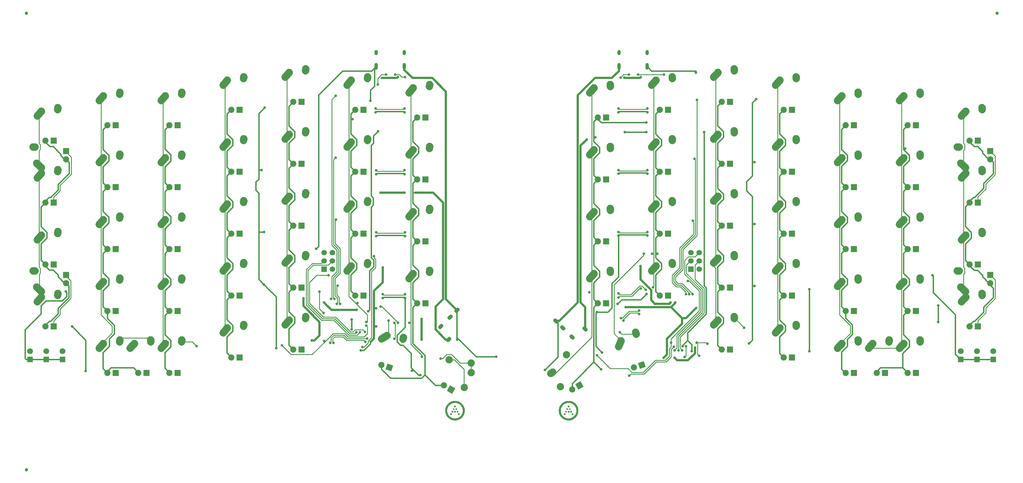
<source format=gtl>
G04 #@! TF.GenerationSoftware,KiCad,Pcbnew,(5.0.0)*
G04 #@! TF.CreationDate,2018-12-12T20:22:31-08:00*
G04 #@! TF.ProjectId,Orbit,4F726269742E6B696361645F70636200,rev?*
G04 #@! TF.SameCoordinates,Original*
G04 #@! TF.FileFunction,Copper,L1,Top,Signal*
G04 #@! TF.FilePolarity,Positive*
%FSLAX46Y46*%
G04 Gerber Fmt 4.6, Leading zero omitted, Abs format (unit mm)*
G04 Created by KiCad (PCBNEW (5.0.0)) date 12/12/18 20:22:31*
%MOMM*%
%LPD*%
G01*
G04 APERTURE LIST*
G04 #@! TA.AperFunction,EtchedComponent*
%ADD10C,0.010000*%
G04 #@! TD*
G04 #@! TA.AperFunction,ComponentPad*
%ADD11C,1.200000*%
G04 #@! TD*
G04 #@! TA.AperFunction,Conductor*
%ADD12C,1.200000*%
G04 #@! TD*
G04 #@! TA.AperFunction,ComponentPad*
%ADD13C,2.250000*%
G04 #@! TD*
G04 #@! TA.AperFunction,Conductor*
%ADD14C,2.250000*%
G04 #@! TD*
G04 #@! TA.AperFunction,ComponentPad*
%ADD15C,1.905000*%
G04 #@! TD*
G04 #@! TA.AperFunction,ComponentPad*
%ADD16R,1.905000X1.905000*%
G04 #@! TD*
G04 #@! TA.AperFunction,ComponentPad*
%ADD17O,1.000000X2.100000*%
G04 #@! TD*
G04 #@! TA.AperFunction,ComponentPad*
%ADD18O,1.000000X1.600000*%
G04 #@! TD*
G04 #@! TA.AperFunction,ComponentPad*
%ADD19C,1.800000*%
G04 #@! TD*
G04 #@! TA.AperFunction,ComponentPad*
%ADD20R,1.800000X1.800000*%
G04 #@! TD*
G04 #@! TA.AperFunction,Conductor*
%ADD21C,0.100000*%
G04 #@! TD*
G04 #@! TA.AperFunction,ComponentPad*
%ADD22C,1.700000*%
G04 #@! TD*
G04 #@! TA.AperFunction,ComponentPad*
%ADD23R,1.700000X1.700000*%
G04 #@! TD*
G04 #@! TA.AperFunction,BGAPad,CuDef*
%ADD24C,1.000000*%
G04 #@! TD*
G04 #@! TA.AperFunction,ViaPad*
%ADD25C,0.800000*%
G04 #@! TD*
G04 #@! TA.AperFunction,Conductor*
%ADD26C,0.381000*%
G04 #@! TD*
G04 #@! TA.AperFunction,Conductor*
%ADD27C,0.635000*%
G04 #@! TD*
G04 #@! TA.AperFunction,Conductor*
%ADD28C,0.254000*%
G04 #@! TD*
G04 APERTURE END LIST*
D10*
G04 #@! TO.C,G\002A\002A\002A*
G36*
X199421750Y-137033000D02*
X199016938Y-137033000D01*
X199016938Y-136628188D01*
X199421750Y-136628188D01*
X199421750Y-137033000D01*
X199421750Y-137033000D01*
G37*
X199421750Y-137033000D02*
X199016938Y-137033000D01*
X199016938Y-136628188D01*
X199421750Y-136628188D01*
X199421750Y-137033000D01*
G36*
X199826563Y-137818813D02*
X199421750Y-137818813D01*
X199421750Y-137437813D01*
X199826563Y-137437813D01*
X199826563Y-137818813D01*
X199826563Y-137818813D01*
G37*
X199826563Y-137818813D02*
X199421750Y-137818813D01*
X199421750Y-137437813D01*
X199826563Y-137437813D01*
X199826563Y-137818813D01*
G36*
X199016938Y-137818813D02*
X198635938Y-137818813D01*
X198635938Y-137437813D01*
X199016938Y-137437813D01*
X199016938Y-137818813D01*
X199016938Y-137818813D01*
G37*
X199016938Y-137818813D02*
X198635938Y-137818813D01*
X198635938Y-137437813D01*
X199016938Y-137437813D01*
X199016938Y-137818813D01*
G36*
X200207563Y-138628438D02*
X199826563Y-138628438D01*
X199826563Y-138223625D01*
X200207563Y-138223625D01*
X200207563Y-138628438D01*
X200207563Y-138628438D01*
G37*
X200207563Y-138628438D02*
X199826563Y-138628438D01*
X199826563Y-138223625D01*
X200207563Y-138223625D01*
X200207563Y-138628438D01*
G36*
X199421750Y-138628438D02*
X199016938Y-138628438D01*
X199016938Y-138223625D01*
X199421750Y-138223625D01*
X199421750Y-138628438D01*
X199421750Y-138628438D01*
G37*
X199421750Y-138628438D02*
X199016938Y-138628438D01*
X199016938Y-138223625D01*
X199421750Y-138223625D01*
X199421750Y-138628438D01*
G36*
X198635938Y-138628438D02*
X198231125Y-138628438D01*
X198231125Y-138223625D01*
X198635938Y-138223625D01*
X198635938Y-138628438D01*
X198635938Y-138628438D01*
G37*
X198635938Y-138628438D02*
X198231125Y-138628438D01*
X198231125Y-138223625D01*
X198635938Y-138223625D01*
X198635938Y-138628438D01*
G36*
X200612375Y-139414250D02*
X200207563Y-139414250D01*
X200207563Y-139009438D01*
X200612375Y-139009438D01*
X200612375Y-139414250D01*
X200612375Y-139414250D01*
G37*
X200612375Y-139414250D02*
X200207563Y-139414250D01*
X200207563Y-139009438D01*
X200612375Y-139009438D01*
X200612375Y-139414250D01*
G36*
X198231125Y-139414250D02*
X197826313Y-139414250D01*
X197826313Y-139009438D01*
X198231125Y-139009438D01*
X198231125Y-139414250D01*
X198231125Y-139414250D01*
G37*
X198231125Y-139414250D02*
X197826313Y-139414250D01*
X197826313Y-139009438D01*
X198231125Y-139009438D01*
X198231125Y-139414250D01*
G36*
X199235219Y-135140545D02*
X199359337Y-135141915D01*
X199471049Y-135146072D01*
X199573642Y-135153419D01*
X199670406Y-135164360D01*
X199764628Y-135179298D01*
X199859597Y-135198637D01*
X199958601Y-135222781D01*
X200003880Y-135234918D01*
X200212427Y-135300156D01*
X200414515Y-135379492D01*
X200609378Y-135472528D01*
X200796249Y-135578868D01*
X200974364Y-135698116D01*
X201126510Y-135816117D01*
X201284178Y-135956842D01*
X201431515Y-136108287D01*
X201567836Y-136269385D01*
X201692458Y-136439067D01*
X201804697Y-136616266D01*
X201903870Y-136799916D01*
X201989292Y-136988947D01*
X202060280Y-137182293D01*
X202109034Y-137350303D01*
X202142105Y-137490289D01*
X202167465Y-137622225D01*
X202185857Y-137751497D01*
X202198025Y-137883493D01*
X202204711Y-138023600D01*
X202205364Y-138049000D01*
X202202645Y-138267297D01*
X202184450Y-138482080D01*
X202150785Y-138693321D01*
X202101656Y-138900989D01*
X202037069Y-139105055D01*
X201972872Y-139268987D01*
X201944789Y-139334252D01*
X201920727Y-139388410D01*
X201898858Y-139435113D01*
X201877357Y-139478013D01*
X201854396Y-139520763D01*
X201828150Y-139567015D01*
X201799025Y-139616656D01*
X201679806Y-139802927D01*
X201549702Y-139977653D01*
X201408579Y-140140965D01*
X201256305Y-140292996D01*
X201092747Y-140433880D01*
X200917774Y-140563748D01*
X200735406Y-140680275D01*
X200682577Y-140711244D01*
X200636664Y-140737221D01*
X200594015Y-140760031D01*
X200550978Y-140781501D01*
X200503901Y-140803457D01*
X200449131Y-140827725D01*
X200387737Y-140854122D01*
X200291504Y-140893669D01*
X200202786Y-140926708D01*
X200115672Y-140955195D01*
X200024248Y-140981089D01*
X199941656Y-141001822D01*
X199777140Y-141037376D01*
X199620045Y-141063053D01*
X199465817Y-141079393D01*
X199309899Y-141086936D01*
X199219344Y-141087513D01*
X199168125Y-141086998D01*
X199120004Y-141086293D01*
X199078124Y-141085460D01*
X199045628Y-141084563D01*
X199025660Y-141083665D01*
X199024875Y-141083609D01*
X198808701Y-141059657D01*
X198595944Y-141020670D01*
X198387463Y-140966967D01*
X198184118Y-140898863D01*
X197986766Y-140816676D01*
X197796268Y-140720725D01*
X197613482Y-140611326D01*
X197462526Y-140506296D01*
X197289599Y-140367949D01*
X197128915Y-140219588D01*
X196980701Y-140061539D01*
X196845179Y-139894132D01*
X196722574Y-139717694D01*
X196613111Y-139532552D01*
X196517013Y-139339035D01*
X196434506Y-139137471D01*
X196365813Y-138928188D01*
X196353668Y-138885130D01*
X196327302Y-138783335D01*
X196305917Y-138687011D01*
X196289109Y-138592867D01*
X196276475Y-138497617D01*
X196267610Y-138397970D01*
X196262112Y-138290640D01*
X196259576Y-138172336D01*
X196259295Y-138116469D01*
X196259970Y-138061108D01*
X196792044Y-138061108D01*
X196792147Y-138141246D01*
X196793813Y-138220910D01*
X196797009Y-138296037D01*
X196801706Y-138362560D01*
X196805426Y-138398250D01*
X196837300Y-138595548D01*
X196883951Y-138787163D01*
X196945201Y-138972722D01*
X197020869Y-139151849D01*
X197110777Y-139324169D01*
X197214744Y-139489309D01*
X197332591Y-139646893D01*
X197464138Y-139796547D01*
X197486474Y-139819760D01*
X197620708Y-139946834D01*
X197766410Y-140064770D01*
X197920881Y-140171590D01*
X198081419Y-140265316D01*
X198127208Y-140289004D01*
X198201616Y-140325653D01*
X198266857Y-140355872D01*
X198327354Y-140381440D01*
X198387528Y-140404134D01*
X198451801Y-140425733D01*
X198516875Y-140445727D01*
X198706088Y-140495140D01*
X198891839Y-140529591D01*
X199075577Y-140549214D01*
X199258753Y-140554142D01*
X199442814Y-140544511D01*
X199509356Y-140537531D01*
X199696688Y-140508587D01*
X199876269Y-140466778D01*
X200050607Y-140411354D01*
X200222209Y-140341564D01*
X200319166Y-140295366D01*
X200489798Y-140201947D01*
X200649214Y-140098212D01*
X200798172Y-139983474D01*
X200937429Y-139857050D01*
X201067744Y-139718254D01*
X201189874Y-139566403D01*
X201298142Y-139410759D01*
X201323268Y-139369568D01*
X201352591Y-139317440D01*
X201384291Y-139257996D01*
X201416549Y-139194856D01*
X201447543Y-139131640D01*
X201475456Y-139071967D01*
X201498465Y-139019457D01*
X201511903Y-138985625D01*
X201574770Y-138794084D01*
X201622166Y-138601345D01*
X201654050Y-138407950D01*
X201670380Y-138214440D01*
X201671118Y-138021357D01*
X201656222Y-137829242D01*
X201625652Y-137638636D01*
X201615849Y-137592594D01*
X201582200Y-137456301D01*
X201543892Y-137330118D01*
X201498954Y-137208507D01*
X201445413Y-137085932D01*
X201407754Y-137008458D01*
X201314049Y-136839610D01*
X201207224Y-136679173D01*
X201088048Y-136527868D01*
X200957287Y-136386414D01*
X200815710Y-136255531D01*
X200664084Y-136135940D01*
X200503177Y-136028360D01*
X200333757Y-135933511D01*
X200189575Y-135865980D01*
X200017947Y-135799585D01*
X199845393Y-135747587D01*
X199669906Y-135709578D01*
X199489476Y-135685151D01*
X199302095Y-135673897D01*
X199239188Y-135673007D01*
X199041093Y-135679377D01*
X198849465Y-135700022D01*
X198663531Y-135735173D01*
X198482515Y-135785067D01*
X198305644Y-135849935D01*
X198132144Y-135930013D01*
X197961241Y-136025535D01*
X197860544Y-136089744D01*
X197721111Y-136191272D01*
X197586913Y-136305778D01*
X197459591Y-136431339D01*
X197340785Y-136566031D01*
X197232136Y-136707931D01*
X197135285Y-136855115D01*
X197051872Y-137005661D01*
X197017076Y-137078580D01*
X196955673Y-137223439D01*
X196905442Y-137362678D01*
X196865185Y-137500626D01*
X196833706Y-137641614D01*
X196809806Y-137789971D01*
X196801405Y-137858500D01*
X196796642Y-137915670D01*
X196793532Y-137984561D01*
X196792044Y-138061108D01*
X196259970Y-138061108D01*
X196261040Y-137973473D01*
X196266914Y-137842606D01*
X196277488Y-137720525D01*
X196293335Y-137603885D01*
X196315027Y-137489344D01*
X196343137Y-137373559D01*
X196378236Y-137253187D01*
X196420897Y-137124884D01*
X196436591Y-137080625D01*
X196514976Y-136885906D01*
X196607816Y-136697572D01*
X196714922Y-136515885D01*
X196836102Y-136341108D01*
X196971167Y-136173503D01*
X197119924Y-136013333D01*
X197282183Y-135860860D01*
X197389021Y-135770679D01*
X197474850Y-135705186D01*
X197572389Y-135637860D01*
X197677998Y-135570912D01*
X197788036Y-135506555D01*
X197898863Y-135447000D01*
X198006839Y-135394458D01*
X198012844Y-135391715D01*
X198082804Y-135361842D01*
X198163985Y-135330456D01*
X198252017Y-135299036D01*
X198342529Y-135269062D01*
X198431151Y-135242011D01*
X198513514Y-135219364D01*
X198545400Y-135211471D01*
X198638625Y-135190703D01*
X198727599Y-135174043D01*
X198815603Y-135161152D01*
X198905919Y-135151695D01*
X199001828Y-135145332D01*
X199106610Y-135141728D01*
X199223545Y-135140544D01*
X199235219Y-135140545D01*
X199235219Y-135140545D01*
G37*
X199235219Y-135140545D02*
X199359337Y-135141915D01*
X199471049Y-135146072D01*
X199573642Y-135153419D01*
X199670406Y-135164360D01*
X199764628Y-135179298D01*
X199859597Y-135198637D01*
X199958601Y-135222781D01*
X200003880Y-135234918D01*
X200212427Y-135300156D01*
X200414515Y-135379492D01*
X200609378Y-135472528D01*
X200796249Y-135578868D01*
X200974364Y-135698116D01*
X201126510Y-135816117D01*
X201284178Y-135956842D01*
X201431515Y-136108287D01*
X201567836Y-136269385D01*
X201692458Y-136439067D01*
X201804697Y-136616266D01*
X201903870Y-136799916D01*
X201989292Y-136988947D01*
X202060280Y-137182293D01*
X202109034Y-137350303D01*
X202142105Y-137490289D01*
X202167465Y-137622225D01*
X202185857Y-137751497D01*
X202198025Y-137883493D01*
X202204711Y-138023600D01*
X202205364Y-138049000D01*
X202202645Y-138267297D01*
X202184450Y-138482080D01*
X202150785Y-138693321D01*
X202101656Y-138900989D01*
X202037069Y-139105055D01*
X201972872Y-139268987D01*
X201944789Y-139334252D01*
X201920727Y-139388410D01*
X201898858Y-139435113D01*
X201877357Y-139478013D01*
X201854396Y-139520763D01*
X201828150Y-139567015D01*
X201799025Y-139616656D01*
X201679806Y-139802927D01*
X201549702Y-139977653D01*
X201408579Y-140140965D01*
X201256305Y-140292996D01*
X201092747Y-140433880D01*
X200917774Y-140563748D01*
X200735406Y-140680275D01*
X200682577Y-140711244D01*
X200636664Y-140737221D01*
X200594015Y-140760031D01*
X200550978Y-140781501D01*
X200503901Y-140803457D01*
X200449131Y-140827725D01*
X200387737Y-140854122D01*
X200291504Y-140893669D01*
X200202786Y-140926708D01*
X200115672Y-140955195D01*
X200024248Y-140981089D01*
X199941656Y-141001822D01*
X199777140Y-141037376D01*
X199620045Y-141063053D01*
X199465817Y-141079393D01*
X199309899Y-141086936D01*
X199219344Y-141087513D01*
X199168125Y-141086998D01*
X199120004Y-141086293D01*
X199078124Y-141085460D01*
X199045628Y-141084563D01*
X199025660Y-141083665D01*
X199024875Y-141083609D01*
X198808701Y-141059657D01*
X198595944Y-141020670D01*
X198387463Y-140966967D01*
X198184118Y-140898863D01*
X197986766Y-140816676D01*
X197796268Y-140720725D01*
X197613482Y-140611326D01*
X197462526Y-140506296D01*
X197289599Y-140367949D01*
X197128915Y-140219588D01*
X196980701Y-140061539D01*
X196845179Y-139894132D01*
X196722574Y-139717694D01*
X196613111Y-139532552D01*
X196517013Y-139339035D01*
X196434506Y-139137471D01*
X196365813Y-138928188D01*
X196353668Y-138885130D01*
X196327302Y-138783335D01*
X196305917Y-138687011D01*
X196289109Y-138592867D01*
X196276475Y-138497617D01*
X196267610Y-138397970D01*
X196262112Y-138290640D01*
X196259576Y-138172336D01*
X196259295Y-138116469D01*
X196259970Y-138061108D01*
X196792044Y-138061108D01*
X196792147Y-138141246D01*
X196793813Y-138220910D01*
X196797009Y-138296037D01*
X196801706Y-138362560D01*
X196805426Y-138398250D01*
X196837300Y-138595548D01*
X196883951Y-138787163D01*
X196945201Y-138972722D01*
X197020869Y-139151849D01*
X197110777Y-139324169D01*
X197214744Y-139489309D01*
X197332591Y-139646893D01*
X197464138Y-139796547D01*
X197486474Y-139819760D01*
X197620708Y-139946834D01*
X197766410Y-140064770D01*
X197920881Y-140171590D01*
X198081419Y-140265316D01*
X198127208Y-140289004D01*
X198201616Y-140325653D01*
X198266857Y-140355872D01*
X198327354Y-140381440D01*
X198387528Y-140404134D01*
X198451801Y-140425733D01*
X198516875Y-140445727D01*
X198706088Y-140495140D01*
X198891839Y-140529591D01*
X199075577Y-140549214D01*
X199258753Y-140554142D01*
X199442814Y-140544511D01*
X199509356Y-140537531D01*
X199696688Y-140508587D01*
X199876269Y-140466778D01*
X200050607Y-140411354D01*
X200222209Y-140341564D01*
X200319166Y-140295366D01*
X200489798Y-140201947D01*
X200649214Y-140098212D01*
X200798172Y-139983474D01*
X200937429Y-139857050D01*
X201067744Y-139718254D01*
X201189874Y-139566403D01*
X201298142Y-139410759D01*
X201323268Y-139369568D01*
X201352591Y-139317440D01*
X201384291Y-139257996D01*
X201416549Y-139194856D01*
X201447543Y-139131640D01*
X201475456Y-139071967D01*
X201498465Y-139019457D01*
X201511903Y-138985625D01*
X201574770Y-138794084D01*
X201622166Y-138601345D01*
X201654050Y-138407950D01*
X201670380Y-138214440D01*
X201671118Y-138021357D01*
X201656222Y-137829242D01*
X201625652Y-137638636D01*
X201615849Y-137592594D01*
X201582200Y-137456301D01*
X201543892Y-137330118D01*
X201498954Y-137208507D01*
X201445413Y-137085932D01*
X201407754Y-137008458D01*
X201314049Y-136839610D01*
X201207224Y-136679173D01*
X201088048Y-136527868D01*
X200957287Y-136386414D01*
X200815710Y-136255531D01*
X200664084Y-136135940D01*
X200503177Y-136028360D01*
X200333757Y-135933511D01*
X200189575Y-135865980D01*
X200017947Y-135799585D01*
X199845393Y-135747587D01*
X199669906Y-135709578D01*
X199489476Y-135685151D01*
X199302095Y-135673897D01*
X199239188Y-135673007D01*
X199041093Y-135679377D01*
X198849465Y-135700022D01*
X198663531Y-135735173D01*
X198482515Y-135785067D01*
X198305644Y-135849935D01*
X198132144Y-135930013D01*
X197961241Y-136025535D01*
X197860544Y-136089744D01*
X197721111Y-136191272D01*
X197586913Y-136305778D01*
X197459591Y-136431339D01*
X197340785Y-136566031D01*
X197232136Y-136707931D01*
X197135285Y-136855115D01*
X197051872Y-137005661D01*
X197017076Y-137078580D01*
X196955673Y-137223439D01*
X196905442Y-137362678D01*
X196865185Y-137500626D01*
X196833706Y-137641614D01*
X196809806Y-137789971D01*
X196801405Y-137858500D01*
X196796642Y-137915670D01*
X196793532Y-137984561D01*
X196792044Y-138061108D01*
X196259970Y-138061108D01*
X196261040Y-137973473D01*
X196266914Y-137842606D01*
X196277488Y-137720525D01*
X196293335Y-137603885D01*
X196315027Y-137489344D01*
X196343137Y-137373559D01*
X196378236Y-137253187D01*
X196420897Y-137124884D01*
X196436591Y-137080625D01*
X196514976Y-136885906D01*
X196607816Y-136697572D01*
X196714922Y-136515885D01*
X196836102Y-136341108D01*
X196971167Y-136173503D01*
X197119924Y-136013333D01*
X197282183Y-135860860D01*
X197389021Y-135770679D01*
X197474850Y-135705186D01*
X197572389Y-135637860D01*
X197677998Y-135570912D01*
X197788036Y-135506555D01*
X197898863Y-135447000D01*
X198006839Y-135394458D01*
X198012844Y-135391715D01*
X198082804Y-135361842D01*
X198163985Y-135330456D01*
X198252017Y-135299036D01*
X198342529Y-135269062D01*
X198431151Y-135242011D01*
X198513514Y-135219364D01*
X198545400Y-135211471D01*
X198638625Y-135190703D01*
X198727599Y-135174043D01*
X198815603Y-135161152D01*
X198905919Y-135151695D01*
X199001828Y-135145332D01*
X199106610Y-135141728D01*
X199223545Y-135140544D01*
X199235219Y-135140545D01*
G36*
X164496750Y-137033000D02*
X164091938Y-137033000D01*
X164091938Y-136628188D01*
X164496750Y-136628188D01*
X164496750Y-137033000D01*
X164496750Y-137033000D01*
G37*
X164496750Y-137033000D02*
X164091938Y-137033000D01*
X164091938Y-136628188D01*
X164496750Y-136628188D01*
X164496750Y-137033000D01*
G36*
X164901563Y-137818813D02*
X164496750Y-137818813D01*
X164496750Y-137437813D01*
X164901563Y-137437813D01*
X164901563Y-137818813D01*
X164901563Y-137818813D01*
G37*
X164901563Y-137818813D02*
X164496750Y-137818813D01*
X164496750Y-137437813D01*
X164901563Y-137437813D01*
X164901563Y-137818813D01*
G36*
X164091938Y-137818813D02*
X163710938Y-137818813D01*
X163710938Y-137437813D01*
X164091938Y-137437813D01*
X164091938Y-137818813D01*
X164091938Y-137818813D01*
G37*
X164091938Y-137818813D02*
X163710938Y-137818813D01*
X163710938Y-137437813D01*
X164091938Y-137437813D01*
X164091938Y-137818813D01*
G36*
X165282563Y-138628438D02*
X164901563Y-138628438D01*
X164901563Y-138223625D01*
X165282563Y-138223625D01*
X165282563Y-138628438D01*
X165282563Y-138628438D01*
G37*
X165282563Y-138628438D02*
X164901563Y-138628438D01*
X164901563Y-138223625D01*
X165282563Y-138223625D01*
X165282563Y-138628438D01*
G36*
X164496750Y-138628438D02*
X164091938Y-138628438D01*
X164091938Y-138223625D01*
X164496750Y-138223625D01*
X164496750Y-138628438D01*
X164496750Y-138628438D01*
G37*
X164496750Y-138628438D02*
X164091938Y-138628438D01*
X164091938Y-138223625D01*
X164496750Y-138223625D01*
X164496750Y-138628438D01*
G36*
X163710938Y-138628438D02*
X163306125Y-138628438D01*
X163306125Y-138223625D01*
X163710938Y-138223625D01*
X163710938Y-138628438D01*
X163710938Y-138628438D01*
G37*
X163710938Y-138628438D02*
X163306125Y-138628438D01*
X163306125Y-138223625D01*
X163710938Y-138223625D01*
X163710938Y-138628438D01*
G36*
X165687375Y-139414250D02*
X165282563Y-139414250D01*
X165282563Y-139009438D01*
X165687375Y-139009438D01*
X165687375Y-139414250D01*
X165687375Y-139414250D01*
G37*
X165687375Y-139414250D02*
X165282563Y-139414250D01*
X165282563Y-139009438D01*
X165687375Y-139009438D01*
X165687375Y-139414250D01*
G36*
X163306125Y-139414250D02*
X162901313Y-139414250D01*
X162901313Y-139009438D01*
X163306125Y-139009438D01*
X163306125Y-139414250D01*
X163306125Y-139414250D01*
G37*
X163306125Y-139414250D02*
X162901313Y-139414250D01*
X162901313Y-139009438D01*
X163306125Y-139009438D01*
X163306125Y-139414250D01*
G36*
X164310219Y-135140545D02*
X164434337Y-135141915D01*
X164546049Y-135146072D01*
X164648642Y-135153419D01*
X164745406Y-135164360D01*
X164839628Y-135179298D01*
X164934597Y-135198637D01*
X165033601Y-135222781D01*
X165078880Y-135234918D01*
X165287427Y-135300156D01*
X165489515Y-135379492D01*
X165684378Y-135472528D01*
X165871249Y-135578868D01*
X166049364Y-135698116D01*
X166201510Y-135816117D01*
X166359178Y-135956842D01*
X166506515Y-136108287D01*
X166642836Y-136269385D01*
X166767458Y-136439067D01*
X166879697Y-136616266D01*
X166978870Y-136799916D01*
X167064292Y-136988947D01*
X167135280Y-137182293D01*
X167184034Y-137350303D01*
X167217105Y-137490289D01*
X167242465Y-137622225D01*
X167260857Y-137751497D01*
X167273025Y-137883493D01*
X167279711Y-138023600D01*
X167280364Y-138049000D01*
X167277645Y-138267297D01*
X167259450Y-138482080D01*
X167225785Y-138693321D01*
X167176656Y-138900989D01*
X167112069Y-139105055D01*
X167047872Y-139268987D01*
X167019789Y-139334252D01*
X166995727Y-139388410D01*
X166973858Y-139435113D01*
X166952357Y-139478013D01*
X166929396Y-139520763D01*
X166903150Y-139567015D01*
X166874025Y-139616656D01*
X166754806Y-139802927D01*
X166624702Y-139977653D01*
X166483579Y-140140965D01*
X166331305Y-140292996D01*
X166167747Y-140433880D01*
X165992774Y-140563748D01*
X165810406Y-140680275D01*
X165757577Y-140711244D01*
X165711664Y-140737221D01*
X165669015Y-140760031D01*
X165625978Y-140781501D01*
X165578901Y-140803457D01*
X165524131Y-140827725D01*
X165462737Y-140854122D01*
X165366504Y-140893669D01*
X165277786Y-140926708D01*
X165190672Y-140955195D01*
X165099248Y-140981089D01*
X165016656Y-141001822D01*
X164852140Y-141037376D01*
X164695045Y-141063053D01*
X164540817Y-141079393D01*
X164384899Y-141086936D01*
X164294344Y-141087513D01*
X164243125Y-141086998D01*
X164195004Y-141086293D01*
X164153124Y-141085460D01*
X164120628Y-141084563D01*
X164100660Y-141083665D01*
X164099875Y-141083609D01*
X163883701Y-141059657D01*
X163670944Y-141020670D01*
X163462463Y-140966967D01*
X163259118Y-140898863D01*
X163061766Y-140816676D01*
X162871268Y-140720725D01*
X162688482Y-140611326D01*
X162537526Y-140506296D01*
X162364599Y-140367949D01*
X162203915Y-140219588D01*
X162055701Y-140061539D01*
X161920179Y-139894132D01*
X161797574Y-139717694D01*
X161688111Y-139532552D01*
X161592013Y-139339035D01*
X161509506Y-139137471D01*
X161440813Y-138928188D01*
X161428668Y-138885130D01*
X161402302Y-138783335D01*
X161380917Y-138687011D01*
X161364109Y-138592867D01*
X161351475Y-138497617D01*
X161342610Y-138397970D01*
X161337112Y-138290640D01*
X161334576Y-138172336D01*
X161334295Y-138116469D01*
X161334970Y-138061108D01*
X161867044Y-138061108D01*
X161867147Y-138141246D01*
X161868813Y-138220910D01*
X161872009Y-138296037D01*
X161876706Y-138362560D01*
X161880426Y-138398250D01*
X161912300Y-138595548D01*
X161958951Y-138787163D01*
X162020201Y-138972722D01*
X162095869Y-139151849D01*
X162185777Y-139324169D01*
X162289744Y-139489309D01*
X162407591Y-139646893D01*
X162539138Y-139796547D01*
X162561474Y-139819760D01*
X162695708Y-139946834D01*
X162841410Y-140064770D01*
X162995881Y-140171590D01*
X163156419Y-140265316D01*
X163202208Y-140289004D01*
X163276616Y-140325653D01*
X163341857Y-140355872D01*
X163402354Y-140381440D01*
X163462528Y-140404134D01*
X163526801Y-140425733D01*
X163591875Y-140445727D01*
X163781088Y-140495140D01*
X163966839Y-140529591D01*
X164150577Y-140549214D01*
X164333753Y-140554142D01*
X164517814Y-140544511D01*
X164584356Y-140537531D01*
X164771688Y-140508587D01*
X164951269Y-140466778D01*
X165125607Y-140411354D01*
X165297209Y-140341564D01*
X165394166Y-140295366D01*
X165564798Y-140201947D01*
X165724214Y-140098212D01*
X165873172Y-139983474D01*
X166012429Y-139857050D01*
X166142744Y-139718254D01*
X166264874Y-139566403D01*
X166373142Y-139410759D01*
X166398268Y-139369568D01*
X166427591Y-139317440D01*
X166459291Y-139257996D01*
X166491549Y-139194856D01*
X166522543Y-139131640D01*
X166550456Y-139071967D01*
X166573465Y-139019457D01*
X166586903Y-138985625D01*
X166649770Y-138794084D01*
X166697166Y-138601345D01*
X166729050Y-138407950D01*
X166745380Y-138214440D01*
X166746118Y-138021357D01*
X166731222Y-137829242D01*
X166700652Y-137638636D01*
X166690849Y-137592594D01*
X166657200Y-137456301D01*
X166618892Y-137330118D01*
X166573954Y-137208507D01*
X166520413Y-137085932D01*
X166482754Y-137008458D01*
X166389049Y-136839610D01*
X166282224Y-136679173D01*
X166163048Y-136527868D01*
X166032287Y-136386414D01*
X165890710Y-136255531D01*
X165739084Y-136135940D01*
X165578177Y-136028360D01*
X165408757Y-135933511D01*
X165264575Y-135865980D01*
X165092947Y-135799585D01*
X164920393Y-135747587D01*
X164744906Y-135709578D01*
X164564476Y-135685151D01*
X164377095Y-135673897D01*
X164314188Y-135673007D01*
X164116093Y-135679377D01*
X163924465Y-135700022D01*
X163738531Y-135735173D01*
X163557515Y-135785067D01*
X163380644Y-135849935D01*
X163207144Y-135930013D01*
X163036241Y-136025535D01*
X162935544Y-136089744D01*
X162796111Y-136191272D01*
X162661913Y-136305778D01*
X162534591Y-136431339D01*
X162415785Y-136566031D01*
X162307136Y-136707931D01*
X162210285Y-136855115D01*
X162126872Y-137005661D01*
X162092076Y-137078580D01*
X162030673Y-137223439D01*
X161980442Y-137362678D01*
X161940185Y-137500626D01*
X161908706Y-137641614D01*
X161884806Y-137789971D01*
X161876405Y-137858500D01*
X161871642Y-137915670D01*
X161868532Y-137984561D01*
X161867044Y-138061108D01*
X161334970Y-138061108D01*
X161336040Y-137973473D01*
X161341914Y-137842606D01*
X161352488Y-137720525D01*
X161368335Y-137603885D01*
X161390027Y-137489344D01*
X161418137Y-137373559D01*
X161453236Y-137253187D01*
X161495897Y-137124884D01*
X161511591Y-137080625D01*
X161589976Y-136885906D01*
X161682816Y-136697572D01*
X161789922Y-136515885D01*
X161911102Y-136341108D01*
X162046167Y-136173503D01*
X162194924Y-136013333D01*
X162357183Y-135860860D01*
X162464021Y-135770679D01*
X162549850Y-135705186D01*
X162647389Y-135637860D01*
X162752998Y-135570912D01*
X162863036Y-135506555D01*
X162973863Y-135447000D01*
X163081839Y-135394458D01*
X163087844Y-135391715D01*
X163157804Y-135361842D01*
X163238985Y-135330456D01*
X163327017Y-135299036D01*
X163417529Y-135269062D01*
X163506151Y-135242011D01*
X163588514Y-135219364D01*
X163620400Y-135211471D01*
X163713625Y-135190703D01*
X163802599Y-135174043D01*
X163890603Y-135161152D01*
X163980919Y-135151695D01*
X164076828Y-135145332D01*
X164181610Y-135141728D01*
X164298545Y-135140544D01*
X164310219Y-135140545D01*
X164310219Y-135140545D01*
G37*
X164310219Y-135140545D02*
X164434337Y-135141915D01*
X164546049Y-135146072D01*
X164648642Y-135153419D01*
X164745406Y-135164360D01*
X164839628Y-135179298D01*
X164934597Y-135198637D01*
X165033601Y-135222781D01*
X165078880Y-135234918D01*
X165287427Y-135300156D01*
X165489515Y-135379492D01*
X165684378Y-135472528D01*
X165871249Y-135578868D01*
X166049364Y-135698116D01*
X166201510Y-135816117D01*
X166359178Y-135956842D01*
X166506515Y-136108287D01*
X166642836Y-136269385D01*
X166767458Y-136439067D01*
X166879697Y-136616266D01*
X166978870Y-136799916D01*
X167064292Y-136988947D01*
X167135280Y-137182293D01*
X167184034Y-137350303D01*
X167217105Y-137490289D01*
X167242465Y-137622225D01*
X167260857Y-137751497D01*
X167273025Y-137883493D01*
X167279711Y-138023600D01*
X167280364Y-138049000D01*
X167277645Y-138267297D01*
X167259450Y-138482080D01*
X167225785Y-138693321D01*
X167176656Y-138900989D01*
X167112069Y-139105055D01*
X167047872Y-139268987D01*
X167019789Y-139334252D01*
X166995727Y-139388410D01*
X166973858Y-139435113D01*
X166952357Y-139478013D01*
X166929396Y-139520763D01*
X166903150Y-139567015D01*
X166874025Y-139616656D01*
X166754806Y-139802927D01*
X166624702Y-139977653D01*
X166483579Y-140140965D01*
X166331305Y-140292996D01*
X166167747Y-140433880D01*
X165992774Y-140563748D01*
X165810406Y-140680275D01*
X165757577Y-140711244D01*
X165711664Y-140737221D01*
X165669015Y-140760031D01*
X165625978Y-140781501D01*
X165578901Y-140803457D01*
X165524131Y-140827725D01*
X165462737Y-140854122D01*
X165366504Y-140893669D01*
X165277786Y-140926708D01*
X165190672Y-140955195D01*
X165099248Y-140981089D01*
X165016656Y-141001822D01*
X164852140Y-141037376D01*
X164695045Y-141063053D01*
X164540817Y-141079393D01*
X164384899Y-141086936D01*
X164294344Y-141087513D01*
X164243125Y-141086998D01*
X164195004Y-141086293D01*
X164153124Y-141085460D01*
X164120628Y-141084563D01*
X164100660Y-141083665D01*
X164099875Y-141083609D01*
X163883701Y-141059657D01*
X163670944Y-141020670D01*
X163462463Y-140966967D01*
X163259118Y-140898863D01*
X163061766Y-140816676D01*
X162871268Y-140720725D01*
X162688482Y-140611326D01*
X162537526Y-140506296D01*
X162364599Y-140367949D01*
X162203915Y-140219588D01*
X162055701Y-140061539D01*
X161920179Y-139894132D01*
X161797574Y-139717694D01*
X161688111Y-139532552D01*
X161592013Y-139339035D01*
X161509506Y-139137471D01*
X161440813Y-138928188D01*
X161428668Y-138885130D01*
X161402302Y-138783335D01*
X161380917Y-138687011D01*
X161364109Y-138592867D01*
X161351475Y-138497617D01*
X161342610Y-138397970D01*
X161337112Y-138290640D01*
X161334576Y-138172336D01*
X161334295Y-138116469D01*
X161334970Y-138061108D01*
X161867044Y-138061108D01*
X161867147Y-138141246D01*
X161868813Y-138220910D01*
X161872009Y-138296037D01*
X161876706Y-138362560D01*
X161880426Y-138398250D01*
X161912300Y-138595548D01*
X161958951Y-138787163D01*
X162020201Y-138972722D01*
X162095869Y-139151849D01*
X162185777Y-139324169D01*
X162289744Y-139489309D01*
X162407591Y-139646893D01*
X162539138Y-139796547D01*
X162561474Y-139819760D01*
X162695708Y-139946834D01*
X162841410Y-140064770D01*
X162995881Y-140171590D01*
X163156419Y-140265316D01*
X163202208Y-140289004D01*
X163276616Y-140325653D01*
X163341857Y-140355872D01*
X163402354Y-140381440D01*
X163462528Y-140404134D01*
X163526801Y-140425733D01*
X163591875Y-140445727D01*
X163781088Y-140495140D01*
X163966839Y-140529591D01*
X164150577Y-140549214D01*
X164333753Y-140554142D01*
X164517814Y-140544511D01*
X164584356Y-140537531D01*
X164771688Y-140508587D01*
X164951269Y-140466778D01*
X165125607Y-140411354D01*
X165297209Y-140341564D01*
X165394166Y-140295366D01*
X165564798Y-140201947D01*
X165724214Y-140098212D01*
X165873172Y-139983474D01*
X166012429Y-139857050D01*
X166142744Y-139718254D01*
X166264874Y-139566403D01*
X166373142Y-139410759D01*
X166398268Y-139369568D01*
X166427591Y-139317440D01*
X166459291Y-139257996D01*
X166491549Y-139194856D01*
X166522543Y-139131640D01*
X166550456Y-139071967D01*
X166573465Y-139019457D01*
X166586903Y-138985625D01*
X166649770Y-138794084D01*
X166697166Y-138601345D01*
X166729050Y-138407950D01*
X166745380Y-138214440D01*
X166746118Y-138021357D01*
X166731222Y-137829242D01*
X166700652Y-137638636D01*
X166690849Y-137592594D01*
X166657200Y-137456301D01*
X166618892Y-137330118D01*
X166573954Y-137208507D01*
X166520413Y-137085932D01*
X166482754Y-137008458D01*
X166389049Y-136839610D01*
X166282224Y-136679173D01*
X166163048Y-136527868D01*
X166032287Y-136386414D01*
X165890710Y-136255531D01*
X165739084Y-136135940D01*
X165578177Y-136028360D01*
X165408757Y-135933511D01*
X165264575Y-135865980D01*
X165092947Y-135799585D01*
X164920393Y-135747587D01*
X164744906Y-135709578D01*
X164564476Y-135685151D01*
X164377095Y-135673897D01*
X164314188Y-135673007D01*
X164116093Y-135679377D01*
X163924465Y-135700022D01*
X163738531Y-135735173D01*
X163557515Y-135785067D01*
X163380644Y-135849935D01*
X163207144Y-135930013D01*
X163036241Y-136025535D01*
X162935544Y-136089744D01*
X162796111Y-136191272D01*
X162661913Y-136305778D01*
X162534591Y-136431339D01*
X162415785Y-136566031D01*
X162307136Y-136707931D01*
X162210285Y-136855115D01*
X162126872Y-137005661D01*
X162092076Y-137078580D01*
X162030673Y-137223439D01*
X161980442Y-137362678D01*
X161940185Y-137500626D01*
X161908706Y-137641614D01*
X161884806Y-137789971D01*
X161876405Y-137858500D01*
X161871642Y-137915670D01*
X161868532Y-137984561D01*
X161867044Y-138061108D01*
X161334970Y-138061108D01*
X161336040Y-137973473D01*
X161341914Y-137842606D01*
X161352488Y-137720525D01*
X161368335Y-137603885D01*
X161390027Y-137489344D01*
X161418137Y-137373559D01*
X161453236Y-137253187D01*
X161495897Y-137124884D01*
X161511591Y-137080625D01*
X161589976Y-136885906D01*
X161682816Y-136697572D01*
X161789922Y-136515885D01*
X161911102Y-136341108D01*
X162046167Y-136173503D01*
X162194924Y-136013333D01*
X162357183Y-135860860D01*
X162464021Y-135770679D01*
X162549850Y-135705186D01*
X162647389Y-135637860D01*
X162752998Y-135570912D01*
X162863036Y-135506555D01*
X162973863Y-135447000D01*
X163081839Y-135394458D01*
X163087844Y-135391715D01*
X163157804Y-135361842D01*
X163238985Y-135330456D01*
X163327017Y-135299036D01*
X163417529Y-135269062D01*
X163506151Y-135242011D01*
X163588514Y-135219364D01*
X163620400Y-135211471D01*
X163713625Y-135190703D01*
X163802599Y-135174043D01*
X163890603Y-135161152D01*
X163980919Y-135151695D01*
X164076828Y-135145332D01*
X164181610Y-135141728D01*
X164298545Y-135140544D01*
X164310219Y-135140545D01*
G04 #@! TD*
D11*
G04 #@! TO.P,J1,4*
G04 #@! TO.N,+5V*
X162444039Y-116271652D03*
D12*
G04 #@! TD*
G04 #@! TO.N,+5V*
G04 #@! TO.C,J1*
X162656171Y-116059520D02*
X162231907Y-116483784D01*
D11*
G04 #@! TO.P,J1,3*
G04 #@! TO.N,SDA*
X159969165Y-112241144D03*
D12*
G04 #@! TD*
G04 #@! TO.N,SDA*
G04 #@! TO.C,J1*
X160181297Y-112029012D02*
X159757033Y-112453276D01*
D11*
G04 #@! TO.P,J1,2*
G04 #@! TO.N,SCL*
X162797592Y-109412716D03*
D12*
G04 #@! TD*
G04 #@! TO.N,SCL*
G04 #@! TO.C,J1*
X163009724Y-109200584D02*
X162585460Y-109624848D01*
D11*
G04 #@! TO.P,J1,1*
G04 #@! TO.N,GND*
X164918913Y-107291396D03*
D12*
G04 #@! TD*
G04 #@! TO.N,GND*
G04 #@! TO.C,J1*
X165131045Y-107079264D02*
X164706781Y-107503528D01*
D11*
G04 #@! TO.P,J11,4*
G04 #@! TO.N,+5VA*
X204346152Y-113018961D03*
D12*
G04 #@! TD*
G04 #@! TO.N,+5VA*
G04 #@! TO.C,J11*
X204134020Y-112806829D02*
X204558284Y-113231093D01*
D11*
G04 #@! TO.P,J11,3*
G04 #@! TO.N,SDA-R*
X200315644Y-115493835D03*
D12*
G04 #@! TD*
G04 #@! TO.N,SDA-R*
G04 #@! TO.C,J11*
X200103512Y-115281703D02*
X200527776Y-115705967D01*
D11*
G04 #@! TO.P,J11,2*
G04 #@! TO.N,SCL-R*
X197487216Y-112665408D03*
D12*
G04 #@! TD*
G04 #@! TO.N,SCL-R*
G04 #@! TO.C,J11*
X197275084Y-112453276D02*
X197699348Y-112877540D01*
D11*
G04 #@! TO.P,J11,1*
G04 #@! TO.N,GNDA*
X195365896Y-110544087D03*
D12*
G04 #@! TD*
G04 #@! TO.N,GNDA*
G04 #@! TO.C,J11*
X195153764Y-110331955D02*
X195578028Y-110756219D01*
D13*
G04 #@! TO.P,MX3,2*
G04 #@! TO.N,Net-(D3-Pad2)*
X80307500Y-40453750D03*
D14*
G04 #@! TD*
G04 #@! TO.N,Net-(D3-Pad2)*
G04 #@! TO.C,MX3*
X80287500Y-40743750D02*
X80327500Y-40163750D01*
D13*
G04 #@! TO.P,MX3,2*
G04 #@! TO.N,Net-(D3-Pad2)*
X80327500Y-40163750D03*
G04 #@! TO.P,MX3,1*
G04 #@! TO.N,COL2*
X74632501Y-41973750D03*
D14*
G04 #@! TD*
G04 #@! TO.N,COL2*
G04 #@! TO.C,MX3*
X73977500Y-42703750D02*
X75287502Y-41243750D01*
D13*
G04 #@! TO.P,MX3,1*
G04 #@! TO.N,COL2*
X75287500Y-41243750D03*
D15*
G04 #@! TO.P,MX3,3*
G04 #@! TO.N,+5V*
X76517500Y-50323750D03*
D16*
G04 #@! TO.P,MX3,4*
G04 #@! TO.N,Net-(MX3-Pad4)*
X79057500Y-50323750D03*
G04 #@! TD*
G04 #@! TO.P,MX27,4*
G04 #@! TO.N,Net-(MX27-Pad4)*
X136207500Y-102711250D03*
D15*
G04 #@! TO.P,MX27,3*
G04 #@! TO.N,+5V*
X133667500Y-102711250D03*
D13*
G04 #@! TO.P,MX27,1*
G04 #@! TO.N,COL5*
X132437500Y-93631250D03*
X131782501Y-94361250D03*
D14*
G04 #@! TD*
G04 #@! TO.N,COL5*
G04 #@! TO.C,MX27*
X131127500Y-95091250D02*
X132437502Y-93631250D01*
D13*
G04 #@! TO.P,MX27,2*
G04 #@! TO.N,Net-(D27-Pad2)*
X137477500Y-92551250D03*
X137457500Y-92841250D03*
D14*
G04 #@! TD*
G04 #@! TO.N,Net-(D27-Pad2)*
G04 #@! TO.C,MX27*
X137437500Y-93131250D02*
X137477500Y-92551250D01*
D17*
G04 #@! TO.P,USB1,13*
G04 #@! TO.N,GND*
X140142500Y-32180000D03*
X148782500Y-32180000D03*
D18*
X140142500Y-28000000D03*
X148782500Y-28000000D03*
G04 #@! TD*
D17*
G04 #@! TO.P,USB2,13*
G04 #@! TO.N,GNDA*
X214755000Y-32180000D03*
X223395000Y-32180000D03*
D18*
X214755000Y-28000000D03*
X223395000Y-28000000D03*
G04 #@! TD*
D19*
G04 #@! TO.P,D35,2*
G04 #@! TO.N,Net-(D35-Pad2)*
X38712500Y-119886250D03*
D20*
G04 #@! TO.P,D35,1*
G04 #@! TO.N,GND*
X38712500Y-122426250D03*
G04 #@! TD*
D19*
G04 #@! TO.P,D70,2*
G04 #@! TO.N,Net-(D70-Pad2)*
X324825000Y-119886250D03*
D20*
G04 #@! TO.P,D70,1*
G04 #@! TO.N,GNDA*
X324825000Y-122426250D03*
G04 #@! TD*
D19*
G04 #@! TO.P,D71,2*
G04 #@! TO.N,Net-(D71-Pad2)*
X43712500Y-119886250D03*
D20*
G04 #@! TO.P,D71,1*
G04 #@! TO.N,GND*
X43712500Y-122426250D03*
G04 #@! TD*
D19*
G04 #@! TO.P,D72,2*
G04 #@! TO.N,Net-(D72-Pad2)*
X33712500Y-119886250D03*
D20*
G04 #@! TO.P,D72,1*
G04 #@! TO.N,GND*
X33712500Y-122426250D03*
G04 #@! TD*
D19*
G04 #@! TO.P,D73,2*
G04 #@! TO.N,Net-(D73-Pad2)*
X319825000Y-119886250D03*
D20*
G04 #@! TO.P,D73,1*
G04 #@! TO.N,GNDA*
X319825000Y-122426250D03*
G04 #@! TD*
D19*
G04 #@! TO.P,D74,2*
G04 #@! TO.N,Net-(D74-Pad2)*
X329825000Y-119886250D03*
D20*
G04 #@! TO.P,D74,1*
G04 #@! TO.N,GNDA*
X329825000Y-122426250D03*
G04 #@! TD*
D16*
G04 #@! TO.P,MX7,4*
G04 #@! TO.N,Net-(MX7-Pad4)*
X155257500Y-47942500D03*
D15*
G04 #@! TO.P,MX7,3*
G04 #@! TO.N,+5V*
X152717500Y-47942500D03*
D13*
G04 #@! TO.P,MX7,1*
G04 #@! TO.N,COL6*
X151487500Y-38862500D03*
X150832501Y-39592500D03*
D14*
G04 #@! TD*
G04 #@! TO.N,COL6*
G04 #@! TO.C,MX7*
X150177500Y-40322500D02*
X151487502Y-38862500D01*
D13*
G04 #@! TO.P,MX7,2*
G04 #@! TO.N,Net-(D7-Pad2)*
X156527500Y-37782500D03*
X156507500Y-38072500D03*
D14*
G04 #@! TD*
G04 #@! TO.N,Net-(D7-Pad2)*
G04 #@! TO.C,MX7*
X156487500Y-38362500D02*
X156527500Y-37782500D01*
D13*
G04 #@! TO.P,MX36,2*
G04 #@! TO.N,Net-(D37-Pad2)*
X231120000Y-35691250D03*
D14*
G04 #@! TD*
G04 #@! TO.N,Net-(D37-Pad2)*
G04 #@! TO.C,MX36*
X231100000Y-35981250D02*
X231140000Y-35401250D01*
D13*
G04 #@! TO.P,MX36,2*
G04 #@! TO.N,Net-(D37-Pad2)*
X231140000Y-35401250D03*
G04 #@! TO.P,MX36,1*
G04 #@! TO.N,COL1-R*
X225445001Y-37211250D03*
D14*
G04 #@! TD*
G04 #@! TO.N,COL1-R*
G04 #@! TO.C,MX36*
X224790000Y-37941250D02*
X226100002Y-36481250D01*
D13*
G04 #@! TO.P,MX36,1*
G04 #@! TO.N,COL1-R*
X226100000Y-36481250D03*
D15*
G04 #@! TO.P,MX36,3*
G04 #@! TO.N,+5VA*
X227330000Y-45561250D03*
D16*
G04 #@! TO.P,MX36,4*
G04 #@! TO.N,Net-(MX36-Pad4)*
X229870000Y-45561250D03*
G04 #@! TD*
D13*
G04 #@! TO.P,MX1,2*
G04 #@! TO.N,Net-(D1-Pad2)*
X42207500Y-45216250D03*
D14*
G04 #@! TD*
G04 #@! TO.N,Net-(D1-Pad2)*
G04 #@! TO.C,MX1*
X42187500Y-45506250D02*
X42227500Y-44926250D01*
D13*
G04 #@! TO.P,MX1,2*
G04 #@! TO.N,Net-(D1-Pad2)*
X42227500Y-44926250D03*
G04 #@! TO.P,MX1,1*
G04 #@! TO.N,COL0*
X36532501Y-46736250D03*
D14*
G04 #@! TD*
G04 #@! TO.N,COL0*
G04 #@! TO.C,MX1*
X35877500Y-47466250D02*
X37187502Y-46006250D01*
D13*
G04 #@! TO.P,MX1,1*
G04 #@! TO.N,COL0*
X37187500Y-46006250D03*
D15*
G04 #@! TO.P,MX1,3*
G04 #@! TO.N,+5V*
X38417500Y-55086250D03*
D16*
G04 #@! TO.P,MX1,4*
G04 #@! TO.N,Net-(MX1-Pad4)*
X40957500Y-55086250D03*
G04 #@! TD*
G04 #@! TO.P,MX2,4*
G04 #@! TO.N,Net-(MX2-Pad4)*
X60007500Y-50323750D03*
D15*
G04 #@! TO.P,MX2,3*
G04 #@! TO.N,+5V*
X57467500Y-50323750D03*
D13*
G04 #@! TO.P,MX2,1*
G04 #@! TO.N,COL1*
X56237500Y-41243750D03*
X55582501Y-41973750D03*
D14*
G04 #@! TD*
G04 #@! TO.N,COL1*
G04 #@! TO.C,MX2*
X54927500Y-42703750D02*
X56237502Y-41243750D01*
D13*
G04 #@! TO.P,MX2,2*
G04 #@! TO.N,Net-(D2-Pad2)*
X61277500Y-40163750D03*
X61257500Y-40453750D03*
D14*
G04 #@! TD*
G04 #@! TO.N,Net-(D2-Pad2)*
G04 #@! TO.C,MX2*
X61237500Y-40743750D02*
X61277500Y-40163750D01*
D13*
G04 #@! TO.P,MX4,2*
G04 #@! TO.N,Net-(D4-Pad2)*
X99357500Y-35691250D03*
D14*
G04 #@! TD*
G04 #@! TO.N,Net-(D4-Pad2)*
G04 #@! TO.C,MX4*
X99337500Y-35981250D02*
X99377500Y-35401250D01*
D13*
G04 #@! TO.P,MX4,2*
G04 #@! TO.N,Net-(D4-Pad2)*
X99377500Y-35401250D03*
G04 #@! TO.P,MX4,1*
G04 #@! TO.N,COL3*
X93682501Y-37211250D03*
D14*
G04 #@! TD*
G04 #@! TO.N,COL3*
G04 #@! TO.C,MX4*
X93027500Y-37941250D02*
X94337502Y-36481250D01*
D13*
G04 #@! TO.P,MX4,1*
G04 #@! TO.N,COL3*
X94337500Y-36481250D03*
D15*
G04 #@! TO.P,MX4,3*
G04 #@! TO.N,+5V*
X95567500Y-45561250D03*
D16*
G04 #@! TO.P,MX4,4*
G04 #@! TO.N,Net-(MX4-Pad4)*
X98107500Y-45561250D03*
G04 #@! TD*
G04 #@! TO.P,MX5,4*
G04 #@! TO.N,Net-(MX5-Pad4)*
X117157500Y-43180000D03*
D15*
G04 #@! TO.P,MX5,3*
G04 #@! TO.N,+5V*
X114617500Y-43180000D03*
D13*
G04 #@! TO.P,MX5,1*
G04 #@! TO.N,COL4*
X113387500Y-34100000D03*
X112732501Y-34830000D03*
D14*
G04 #@! TD*
G04 #@! TO.N,COL4*
G04 #@! TO.C,MX5*
X112077500Y-35560000D02*
X113387502Y-34100000D01*
D13*
G04 #@! TO.P,MX5,2*
G04 #@! TO.N,Net-(D5-Pad2)*
X118427500Y-33020000D03*
X118407500Y-33310000D03*
D14*
G04 #@! TD*
G04 #@! TO.N,Net-(D5-Pad2)*
G04 #@! TO.C,MX5*
X118387500Y-33600000D02*
X118427500Y-33020000D01*
D16*
G04 #@! TO.P,MX6,4*
G04 #@! TO.N,Net-(MX6-Pad4)*
X136207500Y-45561250D03*
D15*
G04 #@! TO.P,MX6,3*
G04 #@! TO.N,+5V*
X133667500Y-45561250D03*
D13*
G04 #@! TO.P,MX6,1*
G04 #@! TO.N,COL5*
X132437500Y-36481250D03*
X131782501Y-37211250D03*
D14*
G04 #@! TD*
G04 #@! TO.N,COL5*
G04 #@! TO.C,MX6*
X131127500Y-37941250D02*
X132437502Y-36481250D01*
D13*
G04 #@! TO.P,MX6,2*
G04 #@! TO.N,Net-(D6-Pad2)*
X137477500Y-35401250D03*
X137457500Y-35691250D03*
D14*
G04 #@! TD*
G04 #@! TO.N,Net-(D6-Pad2)*
G04 #@! TO.C,MX6*
X137437500Y-35981250D02*
X137477500Y-35401250D01*
D13*
G04 #@! TO.P,MX8,2*
G04 #@! TO.N,Net-(D8-Pad2)*
X42207500Y-64266250D03*
D14*
G04 #@! TD*
G04 #@! TO.N,Net-(D8-Pad2)*
G04 #@! TO.C,MX8*
X42187500Y-64556250D02*
X42227500Y-63976250D01*
D13*
G04 #@! TO.P,MX8,2*
G04 #@! TO.N,Net-(D8-Pad2)*
X42227500Y-63976250D03*
G04 #@! TO.P,MX8,1*
G04 #@! TO.N,COL0*
X36532501Y-65786250D03*
D14*
G04 #@! TD*
G04 #@! TO.N,COL0*
G04 #@! TO.C,MX8*
X35877500Y-66516250D02*
X37187502Y-65056250D01*
D13*
G04 #@! TO.P,MX8,1*
G04 #@! TO.N,COL0*
X37187500Y-65056250D03*
D15*
G04 #@! TO.P,MX8,3*
G04 #@! TO.N,+5V*
X38417500Y-74136250D03*
D16*
G04 #@! TO.P,MX8,4*
G04 #@! TO.N,Net-(MX8-Pad4)*
X40957500Y-74136250D03*
G04 #@! TD*
G04 #@! TO.P,MX9,4*
G04 #@! TO.N,Net-(MX9-Pad4)*
X60007500Y-69373750D03*
D15*
G04 #@! TO.P,MX9,3*
G04 #@! TO.N,+5V*
X57467500Y-69373750D03*
D13*
G04 #@! TO.P,MX9,1*
G04 #@! TO.N,COL1*
X56237500Y-60293750D03*
X55582501Y-61023750D03*
D14*
G04 #@! TD*
G04 #@! TO.N,COL1*
G04 #@! TO.C,MX9*
X54927500Y-61753750D02*
X56237502Y-60293750D01*
D13*
G04 #@! TO.P,MX9,2*
G04 #@! TO.N,Net-(D9-Pad2)*
X61277500Y-59213750D03*
X61257500Y-59503750D03*
D14*
G04 #@! TD*
G04 #@! TO.N,Net-(D9-Pad2)*
G04 #@! TO.C,MX9*
X61237500Y-59793750D02*
X61277500Y-59213750D01*
D13*
G04 #@! TO.P,MX10,2*
G04 #@! TO.N,Net-(D10-Pad2)*
X80307500Y-59503750D03*
D14*
G04 #@! TD*
G04 #@! TO.N,Net-(D10-Pad2)*
G04 #@! TO.C,MX10*
X80287500Y-59793750D02*
X80327500Y-59213750D01*
D13*
G04 #@! TO.P,MX10,2*
G04 #@! TO.N,Net-(D10-Pad2)*
X80327500Y-59213750D03*
G04 #@! TO.P,MX10,1*
G04 #@! TO.N,COL2*
X74632501Y-61023750D03*
D14*
G04 #@! TD*
G04 #@! TO.N,COL2*
G04 #@! TO.C,MX10*
X73977500Y-61753750D02*
X75287502Y-60293750D01*
D13*
G04 #@! TO.P,MX10,1*
G04 #@! TO.N,COL2*
X75287500Y-60293750D03*
D15*
G04 #@! TO.P,MX10,3*
G04 #@! TO.N,+5V*
X76517500Y-69373750D03*
D16*
G04 #@! TO.P,MX10,4*
G04 #@! TO.N,Net-(MX10-Pad4)*
X79057500Y-69373750D03*
G04 #@! TD*
G04 #@! TO.P,MX11,4*
G04 #@! TO.N,Net-(MX11-Pad4)*
X98107500Y-64611250D03*
D15*
G04 #@! TO.P,MX11,3*
G04 #@! TO.N,+5V*
X95567500Y-64611250D03*
D13*
G04 #@! TO.P,MX11,1*
G04 #@! TO.N,COL3*
X94337500Y-55531250D03*
X93682501Y-56261250D03*
D14*
G04 #@! TD*
G04 #@! TO.N,COL3*
G04 #@! TO.C,MX11*
X93027500Y-56991250D02*
X94337502Y-55531250D01*
D13*
G04 #@! TO.P,MX11,2*
G04 #@! TO.N,Net-(D11-Pad2)*
X99377500Y-54451250D03*
X99357500Y-54741250D03*
D14*
G04 #@! TD*
G04 #@! TO.N,Net-(D11-Pad2)*
G04 #@! TO.C,MX11*
X99337500Y-55031250D02*
X99377500Y-54451250D01*
D13*
G04 #@! TO.P,MX12,2*
G04 #@! TO.N,Net-(D12-Pad2)*
X118407500Y-52360000D03*
D14*
G04 #@! TD*
G04 #@! TO.N,Net-(D12-Pad2)*
G04 #@! TO.C,MX12*
X118387500Y-52650000D02*
X118427500Y-52070000D01*
D13*
G04 #@! TO.P,MX12,2*
G04 #@! TO.N,Net-(D12-Pad2)*
X118427500Y-52070000D03*
G04 #@! TO.P,MX12,1*
G04 #@! TO.N,COL4*
X112732501Y-53880000D03*
D14*
G04 #@! TD*
G04 #@! TO.N,COL4*
G04 #@! TO.C,MX12*
X112077500Y-54610000D02*
X113387502Y-53150000D01*
D13*
G04 #@! TO.P,MX12,1*
G04 #@! TO.N,COL4*
X113387500Y-53150000D03*
D15*
G04 #@! TO.P,MX12,3*
G04 #@! TO.N,+5V*
X114617500Y-62230000D03*
D16*
G04 #@! TO.P,MX12,4*
G04 #@! TO.N,Net-(MX12-Pad4)*
X117157500Y-62230000D03*
G04 #@! TD*
D13*
G04 #@! TO.P,MX13,2*
G04 #@! TO.N,Net-(D13-Pad2)*
X137457500Y-54741250D03*
D14*
G04 #@! TD*
G04 #@! TO.N,Net-(D13-Pad2)*
G04 #@! TO.C,MX13*
X137437500Y-55031250D02*
X137477500Y-54451250D01*
D13*
G04 #@! TO.P,MX13,2*
G04 #@! TO.N,Net-(D13-Pad2)*
X137477500Y-54451250D03*
G04 #@! TO.P,MX13,1*
G04 #@! TO.N,COL5*
X131782501Y-56261250D03*
D14*
G04 #@! TD*
G04 #@! TO.N,COL5*
G04 #@! TO.C,MX13*
X131127500Y-56991250D02*
X132437502Y-55531250D01*
D13*
G04 #@! TO.P,MX13,1*
G04 #@! TO.N,COL5*
X132437500Y-55531250D03*
D15*
G04 #@! TO.P,MX13,3*
G04 #@! TO.N,+5V*
X133667500Y-64611250D03*
D16*
G04 #@! TO.P,MX13,4*
G04 #@! TO.N,Net-(MX13-Pad4)*
X136207500Y-64611250D03*
G04 #@! TD*
G04 #@! TO.P,MX14,4*
G04 #@! TO.N,Net-(MX14-Pad4)*
X155257500Y-66992500D03*
D15*
G04 #@! TO.P,MX14,3*
G04 #@! TO.N,+5V*
X152717500Y-66992500D03*
D13*
G04 #@! TO.P,MX14,1*
G04 #@! TO.N,COL6*
X151487500Y-57912500D03*
X150832501Y-58642500D03*
D14*
G04 #@! TD*
G04 #@! TO.N,COL6*
G04 #@! TO.C,MX14*
X150177500Y-59372500D02*
X151487502Y-57912500D01*
D13*
G04 #@! TO.P,MX14,2*
G04 #@! TO.N,Net-(D14-Pad2)*
X156527500Y-56832500D03*
X156507500Y-57122500D03*
D14*
G04 #@! TD*
G04 #@! TO.N,Net-(D14-Pad2)*
G04 #@! TO.C,MX14*
X156487500Y-57412500D02*
X156527500Y-56832500D01*
D16*
G04 #@! TO.P,MX15,4*
G04 #@! TO.N,Net-(MX15-Pad4)*
X40957500Y-93186250D03*
D15*
G04 #@! TO.P,MX15,3*
G04 #@! TO.N,+5V*
X38417500Y-93186250D03*
D13*
G04 #@! TO.P,MX15,1*
G04 #@! TO.N,COL0*
X37187500Y-84106250D03*
X36532501Y-84836250D03*
D14*
G04 #@! TD*
G04 #@! TO.N,COL0*
G04 #@! TO.C,MX15*
X35877500Y-85566250D02*
X37187502Y-84106250D01*
D13*
G04 #@! TO.P,MX15,2*
G04 #@! TO.N,Net-(D15-Pad2)*
X42227500Y-83026250D03*
X42207500Y-83316250D03*
D14*
G04 #@! TD*
G04 #@! TO.N,Net-(D15-Pad2)*
G04 #@! TO.C,MX15*
X42187500Y-83606250D02*
X42227500Y-83026250D01*
D13*
G04 #@! TO.P,MX16,2*
G04 #@! TO.N,Net-(D16-Pad2)*
X61257500Y-78553750D03*
D14*
G04 #@! TD*
G04 #@! TO.N,Net-(D16-Pad2)*
G04 #@! TO.C,MX16*
X61237500Y-78843750D02*
X61277500Y-78263750D01*
D13*
G04 #@! TO.P,MX16,2*
G04 #@! TO.N,Net-(D16-Pad2)*
X61277500Y-78263750D03*
G04 #@! TO.P,MX16,1*
G04 #@! TO.N,COL1*
X55582501Y-80073750D03*
D14*
G04 #@! TD*
G04 #@! TO.N,COL1*
G04 #@! TO.C,MX16*
X54927500Y-80803750D02*
X56237502Y-79343750D01*
D13*
G04 #@! TO.P,MX16,1*
G04 #@! TO.N,COL1*
X56237500Y-79343750D03*
D15*
G04 #@! TO.P,MX16,3*
G04 #@! TO.N,+5V*
X57467500Y-88423750D03*
D16*
G04 #@! TO.P,MX16,4*
G04 #@! TO.N,Net-(MX16-Pad4)*
X60007500Y-88423750D03*
G04 #@! TD*
D13*
G04 #@! TO.P,MX17,2*
G04 #@! TO.N,Net-(D17-Pad2)*
X80307500Y-78553750D03*
D14*
G04 #@! TD*
G04 #@! TO.N,Net-(D17-Pad2)*
G04 #@! TO.C,MX17*
X80287500Y-78843750D02*
X80327500Y-78263750D01*
D13*
G04 #@! TO.P,MX17,2*
G04 #@! TO.N,Net-(D17-Pad2)*
X80327500Y-78263750D03*
G04 #@! TO.P,MX17,1*
G04 #@! TO.N,COL2*
X74632501Y-80073750D03*
D14*
G04 #@! TD*
G04 #@! TO.N,COL2*
G04 #@! TO.C,MX17*
X73977500Y-80803750D02*
X75287502Y-79343750D01*
D13*
G04 #@! TO.P,MX17,1*
G04 #@! TO.N,COL2*
X75287500Y-79343750D03*
D15*
G04 #@! TO.P,MX17,3*
G04 #@! TO.N,+5V*
X76517500Y-88423750D03*
D16*
G04 #@! TO.P,MX17,4*
G04 #@! TO.N,Net-(MX17-Pad4)*
X79057500Y-88423750D03*
G04 #@! TD*
D13*
G04 #@! TO.P,MX18,2*
G04 #@! TO.N,Net-(D18-Pad2)*
X99357500Y-73791250D03*
D14*
G04 #@! TD*
G04 #@! TO.N,Net-(D18-Pad2)*
G04 #@! TO.C,MX18*
X99337500Y-74081250D02*
X99377500Y-73501250D01*
D13*
G04 #@! TO.P,MX18,2*
G04 #@! TO.N,Net-(D18-Pad2)*
X99377500Y-73501250D03*
G04 #@! TO.P,MX18,1*
G04 #@! TO.N,COL3*
X93682501Y-75311250D03*
D14*
G04 #@! TD*
G04 #@! TO.N,COL3*
G04 #@! TO.C,MX18*
X93027500Y-76041250D02*
X94337502Y-74581250D01*
D13*
G04 #@! TO.P,MX18,1*
G04 #@! TO.N,COL3*
X94337500Y-74581250D03*
D15*
G04 #@! TO.P,MX18,3*
G04 #@! TO.N,+5V*
X95567500Y-83661250D03*
D16*
G04 #@! TO.P,MX18,4*
G04 #@! TO.N,Net-(MX18-Pad4)*
X98107500Y-83661250D03*
G04 #@! TD*
G04 #@! TO.P,MX19,4*
G04 #@! TO.N,Net-(MX19-Pad4)*
X117157500Y-81280000D03*
D15*
G04 #@! TO.P,MX19,3*
G04 #@! TO.N,+5V*
X114617500Y-81280000D03*
D13*
G04 #@! TO.P,MX19,1*
G04 #@! TO.N,COL4*
X113387500Y-72200000D03*
X112732501Y-72930000D03*
D14*
G04 #@! TD*
G04 #@! TO.N,COL4*
G04 #@! TO.C,MX19*
X112077500Y-73660000D02*
X113387502Y-72200000D01*
D13*
G04 #@! TO.P,MX19,2*
G04 #@! TO.N,Net-(D19-Pad2)*
X118427500Y-71120000D03*
X118407500Y-71410000D03*
D14*
G04 #@! TD*
G04 #@! TO.N,Net-(D19-Pad2)*
G04 #@! TO.C,MX19*
X118387500Y-71700000D02*
X118427500Y-71120000D01*
D16*
G04 #@! TO.P,MX20,4*
G04 #@! TO.N,Net-(MX20-Pad4)*
X136207500Y-83661250D03*
D15*
G04 #@! TO.P,MX20,3*
G04 #@! TO.N,+5V*
X133667500Y-83661250D03*
D13*
G04 #@! TO.P,MX20,1*
G04 #@! TO.N,COL5*
X132437500Y-74581250D03*
X131782501Y-75311250D03*
D14*
G04 #@! TD*
G04 #@! TO.N,COL5*
G04 #@! TO.C,MX20*
X131127500Y-76041250D02*
X132437502Y-74581250D01*
D13*
G04 #@! TO.P,MX20,2*
G04 #@! TO.N,Net-(D20-Pad2)*
X137477500Y-73501250D03*
X137457500Y-73791250D03*
D14*
G04 #@! TD*
G04 #@! TO.N,Net-(D20-Pad2)*
G04 #@! TO.C,MX20*
X137437500Y-74081250D02*
X137477500Y-73501250D01*
D13*
G04 #@! TO.P,MX21,2*
G04 #@! TO.N,Net-(D21-Pad2)*
X156507500Y-76172500D03*
D14*
G04 #@! TD*
G04 #@! TO.N,Net-(D21-Pad2)*
G04 #@! TO.C,MX21*
X156487500Y-76462500D02*
X156527500Y-75882500D01*
D13*
G04 #@! TO.P,MX21,2*
G04 #@! TO.N,Net-(D21-Pad2)*
X156527500Y-75882500D03*
G04 #@! TO.P,MX21,1*
G04 #@! TO.N,COL6*
X150832501Y-77692500D03*
D14*
G04 #@! TD*
G04 #@! TO.N,COL6*
G04 #@! TO.C,MX21*
X150177500Y-78422500D02*
X151487502Y-76962500D01*
D13*
G04 #@! TO.P,MX21,1*
G04 #@! TO.N,COL6*
X151487500Y-76962500D03*
D15*
G04 #@! TO.P,MX21,3*
G04 #@! TO.N,+5V*
X152717500Y-86042500D03*
D16*
G04 #@! TO.P,MX21,4*
G04 #@! TO.N,Net-(MX21-Pad4)*
X155257500Y-86042500D03*
G04 #@! TD*
D13*
G04 #@! TO.P,MX22,2*
G04 #@! TO.N,Net-(D22-Pad2)*
X42207500Y-102366250D03*
D14*
G04 #@! TD*
G04 #@! TO.N,Net-(D22-Pad2)*
G04 #@! TO.C,MX22*
X42187500Y-102656250D02*
X42227500Y-102076250D01*
D13*
G04 #@! TO.P,MX22,2*
G04 #@! TO.N,Net-(D22-Pad2)*
X42227500Y-102076250D03*
G04 #@! TO.P,MX22,1*
G04 #@! TO.N,COL0*
X36532501Y-103886250D03*
D14*
G04 #@! TD*
G04 #@! TO.N,COL0*
G04 #@! TO.C,MX22*
X35877500Y-104616250D02*
X37187502Y-103156250D01*
D13*
G04 #@! TO.P,MX22,1*
G04 #@! TO.N,COL0*
X37187500Y-103156250D03*
D15*
G04 #@! TO.P,MX22,3*
G04 #@! TO.N,+5V*
X38417500Y-112236250D03*
D16*
G04 #@! TO.P,MX22,4*
G04 #@! TO.N,Net-(MX22-Pad4)*
X40957500Y-112236250D03*
G04 #@! TD*
D13*
G04 #@! TO.P,MX23,2*
G04 #@! TO.N,Net-(D23-Pad2)*
X61257500Y-97603750D03*
D14*
G04 #@! TD*
G04 #@! TO.N,Net-(D23-Pad2)*
G04 #@! TO.C,MX23*
X61237500Y-97893750D02*
X61277500Y-97313750D01*
D13*
G04 #@! TO.P,MX23,2*
G04 #@! TO.N,Net-(D23-Pad2)*
X61277500Y-97313750D03*
G04 #@! TO.P,MX23,1*
G04 #@! TO.N,COL1*
X55582501Y-99123750D03*
D14*
G04 #@! TD*
G04 #@! TO.N,COL1*
G04 #@! TO.C,MX23*
X54927500Y-99853750D02*
X56237502Y-98393750D01*
D13*
G04 #@! TO.P,MX23,1*
G04 #@! TO.N,COL1*
X56237500Y-98393750D03*
D15*
G04 #@! TO.P,MX23,3*
G04 #@! TO.N,+5V*
X57467500Y-107473750D03*
D16*
G04 #@! TO.P,MX23,4*
G04 #@! TO.N,Net-(MX23-Pad4)*
X60007500Y-107473750D03*
G04 #@! TD*
D13*
G04 #@! TO.P,MX24,2*
G04 #@! TO.N,Net-(D24-Pad2)*
X80307500Y-97603750D03*
D14*
G04 #@! TD*
G04 #@! TO.N,Net-(D24-Pad2)*
G04 #@! TO.C,MX24*
X80287500Y-97893750D02*
X80327500Y-97313750D01*
D13*
G04 #@! TO.P,MX24,2*
G04 #@! TO.N,Net-(D24-Pad2)*
X80327500Y-97313750D03*
G04 #@! TO.P,MX24,1*
G04 #@! TO.N,COL2*
X74632501Y-99123750D03*
D14*
G04 #@! TD*
G04 #@! TO.N,COL2*
G04 #@! TO.C,MX24*
X73977500Y-99853750D02*
X75287502Y-98393750D01*
D13*
G04 #@! TO.P,MX24,1*
G04 #@! TO.N,COL2*
X75287500Y-98393750D03*
D15*
G04 #@! TO.P,MX24,3*
G04 #@! TO.N,+5V*
X76517500Y-107473750D03*
D16*
G04 #@! TO.P,MX24,4*
G04 #@! TO.N,Net-(MX24-Pad4)*
X79057500Y-107473750D03*
G04 #@! TD*
G04 #@! TO.P,MX25,4*
G04 #@! TO.N,Net-(MX25-Pad4)*
X98107500Y-102711250D03*
D15*
G04 #@! TO.P,MX25,3*
G04 #@! TO.N,+5V*
X95567500Y-102711250D03*
D13*
G04 #@! TO.P,MX25,1*
G04 #@! TO.N,COL3*
X94337500Y-93631250D03*
X93682501Y-94361250D03*
D14*
G04 #@! TD*
G04 #@! TO.N,COL3*
G04 #@! TO.C,MX25*
X93027500Y-95091250D02*
X94337502Y-93631250D01*
D13*
G04 #@! TO.P,MX25,2*
G04 #@! TO.N,Net-(D25-Pad2)*
X99377500Y-92551250D03*
X99357500Y-92841250D03*
D14*
G04 #@! TD*
G04 #@! TO.N,Net-(D25-Pad2)*
G04 #@! TO.C,MX25*
X99337500Y-93131250D02*
X99377500Y-92551250D01*
D13*
G04 #@! TO.P,MX26,2*
G04 #@! TO.N,Net-(D26-Pad2)*
X118407500Y-90460000D03*
D14*
G04 #@! TD*
G04 #@! TO.N,Net-(D26-Pad2)*
G04 #@! TO.C,MX26*
X118387500Y-90750000D02*
X118427500Y-90170000D01*
D13*
G04 #@! TO.P,MX26,2*
G04 #@! TO.N,Net-(D26-Pad2)*
X118427500Y-90170000D03*
G04 #@! TO.P,MX26,1*
G04 #@! TO.N,COL4*
X112732501Y-91980000D03*
D14*
G04 #@! TD*
G04 #@! TO.N,COL4*
G04 #@! TO.C,MX26*
X112077500Y-92710000D02*
X113387502Y-91250000D01*
D13*
G04 #@! TO.P,MX26,1*
G04 #@! TO.N,COL4*
X113387500Y-91250000D03*
D15*
G04 #@! TO.P,MX26,3*
G04 #@! TO.N,+5V*
X114617500Y-100330000D03*
D16*
G04 #@! TO.P,MX26,4*
G04 #@! TO.N,Net-(MX26-Pad4)*
X117157500Y-100330000D03*
G04 #@! TD*
G04 #@! TO.P,MX28,4*
G04 #@! TO.N,Net-(MX28-Pad4)*
X155257500Y-105092500D03*
D15*
G04 #@! TO.P,MX28,3*
G04 #@! TO.N,+5V*
X152717500Y-105092500D03*
D13*
G04 #@! TO.P,MX28,1*
G04 #@! TO.N,COL6*
X151487500Y-96012500D03*
X150832501Y-96742500D03*
D14*
G04 #@! TD*
G04 #@! TO.N,COL6*
G04 #@! TO.C,MX28*
X150177500Y-97472500D02*
X151487502Y-96012500D01*
D13*
G04 #@! TO.P,MX28,2*
G04 #@! TO.N,Net-(D28-Pad2)*
X156527500Y-94932500D03*
X156507500Y-95222500D03*
D14*
G04 #@! TD*
G04 #@! TO.N,Net-(D28-Pad2)*
G04 #@! TO.C,MX28*
X156487500Y-95512500D02*
X156527500Y-94932500D01*
D13*
G04 #@! TO.P,MX29,2*
G04 #@! TO.N,Net-(D29-Pad2)*
X61257500Y-116653750D03*
D14*
G04 #@! TD*
G04 #@! TO.N,Net-(D29-Pad2)*
G04 #@! TO.C,MX29*
X61237500Y-116943750D02*
X61277500Y-116363750D01*
D13*
G04 #@! TO.P,MX29,2*
G04 #@! TO.N,Net-(D29-Pad2)*
X61277500Y-116363750D03*
G04 #@! TO.P,MX29,1*
G04 #@! TO.N,COL1*
X55582501Y-118173750D03*
D14*
G04 #@! TD*
G04 #@! TO.N,COL1*
G04 #@! TO.C,MX29*
X54927500Y-118903750D02*
X56237502Y-117443750D01*
D13*
G04 #@! TO.P,MX29,1*
G04 #@! TO.N,COL1*
X56237500Y-117443750D03*
D15*
G04 #@! TO.P,MX29,3*
G04 #@! TO.N,+5V*
X57467500Y-126523750D03*
D16*
G04 #@! TO.P,MX29,4*
G04 #@! TO.N,Net-(MX29-Pad4)*
X60007500Y-126523750D03*
G04 #@! TD*
G04 #@! TO.P,MX30,4*
G04 #@! TO.N,Net-(MX30-Pad4)*
X79057500Y-126523750D03*
D15*
G04 #@! TO.P,MX30,3*
G04 #@! TO.N,+5V*
X76517500Y-126523750D03*
D13*
G04 #@! TO.P,MX30,1*
G04 #@! TO.N,COL2*
X75287500Y-117443750D03*
X74632501Y-118173750D03*
D14*
G04 #@! TD*
G04 #@! TO.N,COL2*
G04 #@! TO.C,MX30*
X73977500Y-118903750D02*
X75287502Y-117443750D01*
D13*
G04 #@! TO.P,MX30,2*
G04 #@! TO.N,Net-(D30-Pad2)*
X80327500Y-116363750D03*
X80307500Y-116653750D03*
D14*
G04 #@! TD*
G04 #@! TO.N,Net-(D30-Pad2)*
G04 #@! TO.C,MX30*
X80287500Y-116943750D02*
X80327500Y-116363750D01*
D13*
G04 #@! TO.P,MX31,2*
G04 #@! TO.N,Net-(D31-Pad2)*
X99357500Y-111891250D03*
D14*
G04 #@! TD*
G04 #@! TO.N,Net-(D31-Pad2)*
G04 #@! TO.C,MX31*
X99337500Y-112181250D02*
X99377500Y-111601250D01*
D13*
G04 #@! TO.P,MX31,2*
G04 #@! TO.N,Net-(D31-Pad2)*
X99377500Y-111601250D03*
G04 #@! TO.P,MX31,1*
G04 #@! TO.N,COL3*
X93682501Y-113411250D03*
D14*
G04 #@! TD*
G04 #@! TO.N,COL3*
G04 #@! TO.C,MX31*
X93027500Y-114141250D02*
X94337502Y-112681250D01*
D13*
G04 #@! TO.P,MX31,1*
G04 #@! TO.N,COL3*
X94337500Y-112681250D03*
D15*
G04 #@! TO.P,MX31,3*
G04 #@! TO.N,+5V*
X95567500Y-121761250D03*
D16*
G04 #@! TO.P,MX31,4*
G04 #@! TO.N,Net-(MX31-Pad4)*
X98107500Y-121761250D03*
G04 #@! TD*
G04 #@! TO.P,MX32,4*
G04 #@! TO.N,Net-(MX32-Pad4)*
X117157500Y-119380000D03*
D15*
G04 #@! TO.P,MX32,3*
G04 #@! TO.N,+5V*
X114617500Y-119380000D03*
D13*
G04 #@! TO.P,MX32,1*
G04 #@! TO.N,COL4*
X113387500Y-110300000D03*
X112732501Y-111030000D03*
D14*
G04 #@! TD*
G04 #@! TO.N,COL4*
G04 #@! TO.C,MX32*
X112077500Y-111760000D02*
X113387502Y-110300000D01*
D13*
G04 #@! TO.P,MX32,2*
G04 #@! TO.N,Net-(D32-Pad2)*
X118427500Y-109220000D03*
X118407500Y-109510000D03*
D14*
G04 #@! TD*
G04 #@! TO.N,Net-(D32-Pad2)*
G04 #@! TO.C,MX32*
X118387500Y-109800000D02*
X118427500Y-109220000D01*
D15*
G04 #@! TO.P,MX33,4*
G04 #@! TO.N,Net-(MX33-Pad4)*
X144164035Y-124857819D03*
D21*
G04 #@! TD*
G04 #@! TO.N,Net-(MX33-Pad4)*
G04 #@! TO.C,MX33*
G36*
X142963815Y-125469362D02*
X143552492Y-123657599D01*
X145364255Y-124246276D01*
X144775578Y-126058039D01*
X142963815Y-125469362D01*
X142963815Y-125469362D01*
G37*
D15*
G04 #@! TO.P,MX33,3*
G04 #@! TO.N,+5V*
X141748352Y-124072916D03*
D13*
G04 #@! TO.P,MX33,1*
G04 #@! TO.N,COL5*
X143384427Y-115057230D03*
X142535903Y-115549097D03*
D14*
G04 #@! TD*
G04 #@! TO.N,COL5*
G04 #@! TO.C,MX33*
X141687378Y-116040962D02*
X143384428Y-115057232D01*
D13*
G04 #@! TO.P,MX33,2*
G04 #@! TO.N,Net-(D33-Pad2)*
X148511490Y-115587536D03*
X148402854Y-115857162D03*
D14*
G04 #@! TD*
G04 #@! TO.N,Net-(D33-Pad2)*
G04 #@! TO.C,MX33*
X148294218Y-116126788D02*
X148511490Y-115587536D01*
D22*
G04 #@! TO.P,J2,1*
G04 #@! TO.N,MISO*
X126682500Y-89535000D03*
G04 #@! TO.P,J2,2*
G04 #@! TO.N,+5V*
X124142500Y-89534999D03*
G04 #@! TO.P,J2,3*
G04 #@! TO.N,SCK*
X126682500Y-92075000D03*
G04 #@! TO.P,J2,4*
G04 #@! TO.N,MOSI*
X124142500Y-92075000D03*
G04 #@! TO.P,J2,5*
G04 #@! TO.N,RESET*
X126682500Y-94615001D03*
D23*
G04 #@! TO.P,J2,6*
G04 #@! TO.N,GND*
X124142500Y-94615000D03*
G04 #@! TD*
D22*
G04 #@! TO.P,J12,1*
G04 #@! TO.N,MISO-R*
X239395000Y-89534999D03*
G04 #@! TO.P,J12,2*
G04 #@! TO.N,+5VA*
X236855000Y-89535000D03*
G04 #@! TO.P,J12,3*
G04 #@! TO.N,SCK-R*
X239395000Y-92075000D03*
G04 #@! TO.P,J12,4*
G04 #@! TO.N,MOSI-R*
X236855000Y-92075000D03*
G04 #@! TO.P,J12,5*
G04 #@! TO.N,RESET-R*
X239395000Y-94615000D03*
D23*
G04 #@! TO.P,J12,6*
G04 #@! TO.N,GNDA*
X236855000Y-94615001D03*
G04 #@! TD*
D16*
G04 #@! TO.P,MX35,4*
G04 #@! TO.N,Net-(MX35-Pad4)*
X210820000Y-47942500D03*
D15*
G04 #@! TO.P,MX35,3*
G04 #@! TO.N,+5VA*
X208280000Y-47942500D03*
D13*
G04 #@! TO.P,MX35,1*
G04 #@! TO.N,COL0-R*
X207050000Y-38862500D03*
X206395001Y-39592500D03*
D14*
G04 #@! TD*
G04 #@! TO.N,COL0-R*
G04 #@! TO.C,MX35*
X205740000Y-40322500D02*
X207050002Y-38862500D01*
D13*
G04 #@! TO.P,MX35,2*
G04 #@! TO.N,Net-(D36-Pad2)*
X212090000Y-37782500D03*
X212070000Y-38072500D03*
D14*
G04 #@! TD*
G04 #@! TO.N,Net-(D36-Pad2)*
G04 #@! TO.C,MX35*
X212050000Y-38362500D02*
X212090000Y-37782500D01*
D13*
G04 #@! TO.P,MX37,2*
G04 #@! TO.N,Net-(D38-Pad2)*
X250170000Y-33310000D03*
D14*
G04 #@! TD*
G04 #@! TO.N,Net-(D38-Pad2)*
G04 #@! TO.C,MX37*
X250150000Y-33600000D02*
X250190000Y-33020000D01*
D13*
G04 #@! TO.P,MX37,2*
G04 #@! TO.N,Net-(D38-Pad2)*
X250190000Y-33020000D03*
G04 #@! TO.P,MX37,1*
G04 #@! TO.N,COL2-R*
X244495001Y-34830000D03*
D14*
G04 #@! TD*
G04 #@! TO.N,COL2-R*
G04 #@! TO.C,MX37*
X243840000Y-35560000D02*
X245150002Y-34100000D01*
D13*
G04 #@! TO.P,MX37,1*
G04 #@! TO.N,COL2-R*
X245150000Y-34100000D03*
D15*
G04 #@! TO.P,MX37,3*
G04 #@! TO.N,+5VA*
X246380000Y-43180000D03*
D16*
G04 #@! TO.P,MX37,4*
G04 #@! TO.N,Net-(MX37-Pad4)*
X248920000Y-43180000D03*
G04 #@! TD*
G04 #@! TO.P,MX38,4*
G04 #@! TO.N,Net-(MX38-Pad4)*
X267970000Y-45561250D03*
D15*
G04 #@! TO.P,MX38,3*
G04 #@! TO.N,+5VA*
X265430000Y-45561250D03*
D13*
G04 #@! TO.P,MX38,1*
G04 #@! TO.N,COL3-R*
X264200000Y-36481250D03*
X263545001Y-37211250D03*
D14*
G04 #@! TD*
G04 #@! TO.N,COL3-R*
G04 #@! TO.C,MX38*
X262890000Y-37941250D02*
X264200002Y-36481250D01*
D13*
G04 #@! TO.P,MX38,2*
G04 #@! TO.N,Net-(D39-Pad2)*
X269240000Y-35401250D03*
X269220000Y-35691250D03*
D14*
G04 #@! TD*
G04 #@! TO.N,Net-(D39-Pad2)*
G04 #@! TO.C,MX38*
X269200000Y-35981250D02*
X269240000Y-35401250D01*
D16*
G04 #@! TO.P,MX39,4*
G04 #@! TO.N,Net-(MX39-Pad4)*
X287020000Y-50323750D03*
D15*
G04 #@! TO.P,MX39,3*
G04 #@! TO.N,+5VA*
X284480000Y-50323750D03*
D13*
G04 #@! TO.P,MX39,1*
G04 #@! TO.N,COL4-R*
X283250000Y-41243750D03*
X282595001Y-41973750D03*
D14*
G04 #@! TD*
G04 #@! TO.N,COL4-R*
G04 #@! TO.C,MX39*
X281940000Y-42703750D02*
X283250002Y-41243750D01*
D13*
G04 #@! TO.P,MX39,2*
G04 #@! TO.N,Net-(D40-Pad2)*
X288290000Y-40163750D03*
X288270000Y-40453750D03*
D14*
G04 #@! TD*
G04 #@! TO.N,Net-(D40-Pad2)*
G04 #@! TO.C,MX39*
X288250000Y-40743750D02*
X288290000Y-40163750D01*
D13*
G04 #@! TO.P,MX40,2*
G04 #@! TO.N,Net-(D41-Pad2)*
X307320000Y-40453750D03*
D14*
G04 #@! TD*
G04 #@! TO.N,Net-(D41-Pad2)*
G04 #@! TO.C,MX40*
X307300000Y-40743750D02*
X307340000Y-40163750D01*
D13*
G04 #@! TO.P,MX40,2*
G04 #@! TO.N,Net-(D41-Pad2)*
X307340000Y-40163750D03*
G04 #@! TO.P,MX40,1*
G04 #@! TO.N,COL5-R*
X301645001Y-41973750D03*
D14*
G04 #@! TD*
G04 #@! TO.N,COL5-R*
G04 #@! TO.C,MX40*
X300990000Y-42703750D02*
X302300002Y-41243750D01*
D13*
G04 #@! TO.P,MX40,1*
G04 #@! TO.N,COL5-R*
X302300000Y-41243750D03*
D15*
G04 #@! TO.P,MX40,3*
G04 #@! TO.N,+5VA*
X303530000Y-50323750D03*
D16*
G04 #@! TO.P,MX40,4*
G04 #@! TO.N,Net-(MX40-Pad4)*
X306070000Y-50323750D03*
G04 #@! TD*
G04 #@! TO.P,MX41,4*
G04 #@! TO.N,Net-(MX41-Pad4)*
X325120000Y-55086250D03*
D15*
G04 #@! TO.P,MX41,3*
G04 #@! TO.N,+5VA*
X322580000Y-55086250D03*
D13*
G04 #@! TO.P,MX41,1*
G04 #@! TO.N,COL6-R*
X321350000Y-46006250D03*
X320695001Y-46736250D03*
D14*
G04 #@! TD*
G04 #@! TO.N,COL6-R*
G04 #@! TO.C,MX41*
X320040000Y-47466250D02*
X321350002Y-46006250D01*
D13*
G04 #@! TO.P,MX41,2*
G04 #@! TO.N,Net-(D42-Pad2)*
X326390000Y-44926250D03*
X326370000Y-45216250D03*
D14*
G04 #@! TD*
G04 #@! TO.N,Net-(D42-Pad2)*
G04 #@! TO.C,MX41*
X326350000Y-45506250D02*
X326390000Y-44926250D01*
D13*
G04 #@! TO.P,MX42,2*
G04 #@! TO.N,Net-(D43-Pad2)*
X212070000Y-57122500D03*
D14*
G04 #@! TD*
G04 #@! TO.N,Net-(D43-Pad2)*
G04 #@! TO.C,MX42*
X212050000Y-57412500D02*
X212090000Y-56832500D01*
D13*
G04 #@! TO.P,MX42,2*
G04 #@! TO.N,Net-(D43-Pad2)*
X212090000Y-56832500D03*
G04 #@! TO.P,MX42,1*
G04 #@! TO.N,COL0-R*
X206395001Y-58642500D03*
D14*
G04 #@! TD*
G04 #@! TO.N,COL0-R*
G04 #@! TO.C,MX42*
X205740000Y-59372500D02*
X207050002Y-57912500D01*
D13*
G04 #@! TO.P,MX42,1*
G04 #@! TO.N,COL0-R*
X207050000Y-57912500D03*
D15*
G04 #@! TO.P,MX42,3*
G04 #@! TO.N,+5VA*
X208280000Y-66992500D03*
D16*
G04 #@! TO.P,MX42,4*
G04 #@! TO.N,Net-(MX42-Pad4)*
X210820000Y-66992500D03*
G04 #@! TD*
G04 #@! TO.P,MX43,4*
G04 #@! TO.N,Net-(MX43-Pad4)*
X229870000Y-64611250D03*
D15*
G04 #@! TO.P,MX43,3*
G04 #@! TO.N,+5VA*
X227330000Y-64611250D03*
D13*
G04 #@! TO.P,MX43,1*
G04 #@! TO.N,COL1-R*
X226100000Y-55531250D03*
X225445001Y-56261250D03*
D14*
G04 #@! TD*
G04 #@! TO.N,COL1-R*
G04 #@! TO.C,MX43*
X224790000Y-56991250D02*
X226100002Y-55531250D01*
D13*
G04 #@! TO.P,MX43,2*
G04 #@! TO.N,Net-(D44-Pad2)*
X231140000Y-54451250D03*
X231120000Y-54741250D03*
D14*
G04 #@! TD*
G04 #@! TO.N,Net-(D44-Pad2)*
G04 #@! TO.C,MX43*
X231100000Y-55031250D02*
X231140000Y-54451250D01*
D16*
G04 #@! TO.P,MX44,4*
G04 #@! TO.N,Net-(MX44-Pad4)*
X248920000Y-62230000D03*
D15*
G04 #@! TO.P,MX44,3*
G04 #@! TO.N,+5VA*
X246380000Y-62230000D03*
D13*
G04 #@! TO.P,MX44,1*
G04 #@! TO.N,COL2-R*
X245150000Y-53150000D03*
X244495001Y-53880000D03*
D14*
G04 #@! TD*
G04 #@! TO.N,COL2-R*
G04 #@! TO.C,MX44*
X243840000Y-54610000D02*
X245150002Y-53150000D01*
D13*
G04 #@! TO.P,MX44,2*
G04 #@! TO.N,Net-(D45-Pad2)*
X250190000Y-52070000D03*
X250170000Y-52360000D03*
D14*
G04 #@! TD*
G04 #@! TO.N,Net-(D45-Pad2)*
G04 #@! TO.C,MX44*
X250150000Y-52650000D02*
X250190000Y-52070000D01*
D13*
G04 #@! TO.P,MX45,2*
G04 #@! TO.N,Net-(D46-Pad2)*
X269220000Y-54741250D03*
D14*
G04 #@! TD*
G04 #@! TO.N,Net-(D46-Pad2)*
G04 #@! TO.C,MX45*
X269200000Y-55031250D02*
X269240000Y-54451250D01*
D13*
G04 #@! TO.P,MX45,2*
G04 #@! TO.N,Net-(D46-Pad2)*
X269240000Y-54451250D03*
G04 #@! TO.P,MX45,1*
G04 #@! TO.N,COL3-R*
X263545001Y-56261250D03*
D14*
G04 #@! TD*
G04 #@! TO.N,COL3-R*
G04 #@! TO.C,MX45*
X262890000Y-56991250D02*
X264200002Y-55531250D01*
D13*
G04 #@! TO.P,MX45,1*
G04 #@! TO.N,COL3-R*
X264200000Y-55531250D03*
D15*
G04 #@! TO.P,MX45,3*
G04 #@! TO.N,+5VA*
X265430000Y-64611250D03*
D16*
G04 #@! TO.P,MX45,4*
G04 #@! TO.N,Net-(MX45-Pad4)*
X267970000Y-64611250D03*
G04 #@! TD*
G04 #@! TO.P,MX46,4*
G04 #@! TO.N,Net-(MX46-Pad4)*
X287020000Y-69373750D03*
D15*
G04 #@! TO.P,MX46,3*
G04 #@! TO.N,+5VA*
X284480000Y-69373750D03*
D13*
G04 #@! TO.P,MX46,1*
G04 #@! TO.N,COL4-R*
X283250000Y-60293750D03*
X282595001Y-61023750D03*
D14*
G04 #@! TD*
G04 #@! TO.N,COL4-R*
G04 #@! TO.C,MX46*
X281940000Y-61753750D02*
X283250002Y-60293750D01*
D13*
G04 #@! TO.P,MX46,2*
G04 #@! TO.N,Net-(D47-Pad2)*
X288290000Y-59213750D03*
X288270000Y-59503750D03*
D14*
G04 #@! TD*
G04 #@! TO.N,Net-(D47-Pad2)*
G04 #@! TO.C,MX46*
X288250000Y-59793750D02*
X288290000Y-59213750D01*
D13*
G04 #@! TO.P,MX47,2*
G04 #@! TO.N,Net-(D48-Pad2)*
X307320000Y-59503750D03*
D14*
G04 #@! TD*
G04 #@! TO.N,Net-(D48-Pad2)*
G04 #@! TO.C,MX47*
X307300000Y-59793750D02*
X307340000Y-59213750D01*
D13*
G04 #@! TO.P,MX47,2*
G04 #@! TO.N,Net-(D48-Pad2)*
X307340000Y-59213750D03*
G04 #@! TO.P,MX47,1*
G04 #@! TO.N,COL5-R*
X301645001Y-61023750D03*
D14*
G04 #@! TD*
G04 #@! TO.N,COL5-R*
G04 #@! TO.C,MX47*
X300990000Y-61753750D02*
X302300002Y-60293750D01*
D13*
G04 #@! TO.P,MX47,1*
G04 #@! TO.N,COL5-R*
X302300000Y-60293750D03*
D15*
G04 #@! TO.P,MX47,3*
G04 #@! TO.N,+5VA*
X303530000Y-69373750D03*
D16*
G04 #@! TO.P,MX47,4*
G04 #@! TO.N,Net-(MX47-Pad4)*
X306070000Y-69373750D03*
G04 #@! TD*
G04 #@! TO.P,MX48,4*
G04 #@! TO.N,Net-(MX48-Pad4)*
X325120000Y-74136250D03*
D15*
G04 #@! TO.P,MX48,3*
G04 #@! TO.N,+5VA*
X322580000Y-74136250D03*
D13*
G04 #@! TO.P,MX48,1*
G04 #@! TO.N,COL6-R*
X321350000Y-65056250D03*
X320695001Y-65786250D03*
D14*
G04 #@! TD*
G04 #@! TO.N,COL6-R*
G04 #@! TO.C,MX48*
X320040000Y-66516250D02*
X321350002Y-65056250D01*
D13*
G04 #@! TO.P,MX48,2*
G04 #@! TO.N,Net-(D49-Pad2)*
X326390000Y-63976250D03*
X326370000Y-64266250D03*
D14*
G04 #@! TD*
G04 #@! TO.N,Net-(D49-Pad2)*
G04 #@! TO.C,MX48*
X326350000Y-64556250D02*
X326390000Y-63976250D01*
D13*
G04 #@! TO.P,MX49,2*
G04 #@! TO.N,Net-(D50-Pad2)*
X212070000Y-76172500D03*
D14*
G04 #@! TD*
G04 #@! TO.N,Net-(D50-Pad2)*
G04 #@! TO.C,MX49*
X212050000Y-76462500D02*
X212090000Y-75882500D01*
D13*
G04 #@! TO.P,MX49,2*
G04 #@! TO.N,Net-(D50-Pad2)*
X212090000Y-75882500D03*
G04 #@! TO.P,MX49,1*
G04 #@! TO.N,COL0-R*
X206395001Y-77692500D03*
D14*
G04 #@! TD*
G04 #@! TO.N,COL0-R*
G04 #@! TO.C,MX49*
X205740000Y-78422500D02*
X207050002Y-76962500D01*
D13*
G04 #@! TO.P,MX49,1*
G04 #@! TO.N,COL0-R*
X207050000Y-76962500D03*
D15*
G04 #@! TO.P,MX49,3*
G04 #@! TO.N,+5VA*
X208280000Y-86042500D03*
D16*
G04 #@! TO.P,MX49,4*
G04 #@! TO.N,Net-(MX49-Pad4)*
X210820000Y-86042500D03*
G04 #@! TD*
D13*
G04 #@! TO.P,MX50,2*
G04 #@! TO.N,Net-(D51-Pad2)*
X231120000Y-73791250D03*
D14*
G04 #@! TD*
G04 #@! TO.N,Net-(D51-Pad2)*
G04 #@! TO.C,MX50*
X231100000Y-74081250D02*
X231140000Y-73501250D01*
D13*
G04 #@! TO.P,MX50,2*
G04 #@! TO.N,Net-(D51-Pad2)*
X231140000Y-73501250D03*
G04 #@! TO.P,MX50,1*
G04 #@! TO.N,COL1-R*
X225445001Y-75311250D03*
D14*
G04 #@! TD*
G04 #@! TO.N,COL1-R*
G04 #@! TO.C,MX50*
X224790000Y-76041250D02*
X226100002Y-74581250D01*
D13*
G04 #@! TO.P,MX50,1*
G04 #@! TO.N,COL1-R*
X226100000Y-74581250D03*
D15*
G04 #@! TO.P,MX50,3*
G04 #@! TO.N,+5VA*
X227330000Y-83661250D03*
D16*
G04 #@! TO.P,MX50,4*
G04 #@! TO.N,Net-(MX50-Pad4)*
X229870000Y-83661250D03*
G04 #@! TD*
G04 #@! TO.P,MX51,4*
G04 #@! TO.N,Net-(MX51-Pad4)*
X248920000Y-81280000D03*
D15*
G04 #@! TO.P,MX51,3*
G04 #@! TO.N,+5VA*
X246380000Y-81280000D03*
D13*
G04 #@! TO.P,MX51,1*
G04 #@! TO.N,COL2-R*
X245150000Y-72200000D03*
X244495001Y-72930000D03*
D14*
G04 #@! TD*
G04 #@! TO.N,COL2-R*
G04 #@! TO.C,MX51*
X243840000Y-73660000D02*
X245150002Y-72200000D01*
D13*
G04 #@! TO.P,MX51,2*
G04 #@! TO.N,Net-(D52-Pad2)*
X250190000Y-71120000D03*
X250170000Y-71410000D03*
D14*
G04 #@! TD*
G04 #@! TO.N,Net-(D52-Pad2)*
G04 #@! TO.C,MX51*
X250150000Y-71700000D02*
X250190000Y-71120000D01*
D13*
G04 #@! TO.P,MX52,2*
G04 #@! TO.N,Net-(D53-Pad2)*
X269220000Y-73791250D03*
D14*
G04 #@! TD*
G04 #@! TO.N,Net-(D53-Pad2)*
G04 #@! TO.C,MX52*
X269200000Y-74081250D02*
X269240000Y-73501250D01*
D13*
G04 #@! TO.P,MX52,2*
G04 #@! TO.N,Net-(D53-Pad2)*
X269240000Y-73501250D03*
G04 #@! TO.P,MX52,1*
G04 #@! TO.N,COL3-R*
X263545001Y-75311250D03*
D14*
G04 #@! TD*
G04 #@! TO.N,COL3-R*
G04 #@! TO.C,MX52*
X262890000Y-76041250D02*
X264200002Y-74581250D01*
D13*
G04 #@! TO.P,MX52,1*
G04 #@! TO.N,COL3-R*
X264200000Y-74581250D03*
D15*
G04 #@! TO.P,MX52,3*
G04 #@! TO.N,+5VA*
X265430000Y-83661250D03*
D16*
G04 #@! TO.P,MX52,4*
G04 #@! TO.N,Net-(MX52-Pad4)*
X267970000Y-83661250D03*
G04 #@! TD*
D13*
G04 #@! TO.P,MX53,2*
G04 #@! TO.N,Net-(D54-Pad2)*
X288270000Y-78553750D03*
D14*
G04 #@! TD*
G04 #@! TO.N,Net-(D54-Pad2)*
G04 #@! TO.C,MX53*
X288250000Y-78843750D02*
X288290000Y-78263750D01*
D13*
G04 #@! TO.P,MX53,2*
G04 #@! TO.N,Net-(D54-Pad2)*
X288290000Y-78263750D03*
G04 #@! TO.P,MX53,1*
G04 #@! TO.N,COL4-R*
X282595001Y-80073750D03*
D14*
G04 #@! TD*
G04 #@! TO.N,COL4-R*
G04 #@! TO.C,MX53*
X281940000Y-80803750D02*
X283250002Y-79343750D01*
D13*
G04 #@! TO.P,MX53,1*
G04 #@! TO.N,COL4-R*
X283250000Y-79343750D03*
D15*
G04 #@! TO.P,MX53,3*
G04 #@! TO.N,+5VA*
X284480000Y-88423750D03*
D16*
G04 #@! TO.P,MX53,4*
G04 #@! TO.N,Net-(MX53-Pad4)*
X287020000Y-88423750D03*
G04 #@! TD*
G04 #@! TO.P,MX54,4*
G04 #@! TO.N,Net-(MX54-Pad4)*
X306070000Y-88423750D03*
D15*
G04 #@! TO.P,MX54,3*
G04 #@! TO.N,+5VA*
X303530000Y-88423750D03*
D13*
G04 #@! TO.P,MX54,1*
G04 #@! TO.N,COL5-R*
X302300000Y-79343750D03*
X301645001Y-80073750D03*
D14*
G04 #@! TD*
G04 #@! TO.N,COL5-R*
G04 #@! TO.C,MX54*
X300990000Y-80803750D02*
X302300002Y-79343750D01*
D13*
G04 #@! TO.P,MX54,2*
G04 #@! TO.N,Net-(D55-Pad2)*
X307340000Y-78263750D03*
X307320000Y-78553750D03*
D14*
G04 #@! TD*
G04 #@! TO.N,Net-(D55-Pad2)*
G04 #@! TO.C,MX54*
X307300000Y-78843750D02*
X307340000Y-78263750D01*
D13*
G04 #@! TO.P,MX55,2*
G04 #@! TO.N,Net-(D56-Pad2)*
X326370000Y-83316250D03*
D14*
G04 #@! TD*
G04 #@! TO.N,Net-(D56-Pad2)*
G04 #@! TO.C,MX55*
X326350000Y-83606250D02*
X326390000Y-83026250D01*
D13*
G04 #@! TO.P,MX55,2*
G04 #@! TO.N,Net-(D56-Pad2)*
X326390000Y-83026250D03*
G04 #@! TO.P,MX55,1*
G04 #@! TO.N,COL6-R*
X320695001Y-84836250D03*
D14*
G04 #@! TD*
G04 #@! TO.N,COL6-R*
G04 #@! TO.C,MX55*
X320040000Y-85566250D02*
X321350002Y-84106250D01*
D13*
G04 #@! TO.P,MX55,1*
G04 #@! TO.N,COL6-R*
X321350000Y-84106250D03*
D15*
G04 #@! TO.P,MX55,3*
G04 #@! TO.N,+5VA*
X322580000Y-93186250D03*
D16*
G04 #@! TO.P,MX55,4*
G04 #@! TO.N,Net-(MX55-Pad4)*
X325120000Y-93186250D03*
G04 #@! TD*
G04 #@! TO.P,MX56,4*
G04 #@! TO.N,Net-(MX56-Pad4)*
X210820000Y-105092500D03*
D15*
G04 #@! TO.P,MX56,3*
G04 #@! TO.N,+5VA*
X208280000Y-105092500D03*
D13*
G04 #@! TO.P,MX56,1*
G04 #@! TO.N,COL0-R*
X207050000Y-96012500D03*
X206395001Y-96742500D03*
D14*
G04 #@! TD*
G04 #@! TO.N,COL0-R*
G04 #@! TO.C,MX56*
X205740000Y-97472500D02*
X207050002Y-96012500D01*
D13*
G04 #@! TO.P,MX56,2*
G04 #@! TO.N,Net-(D57-Pad2)*
X212090000Y-94932500D03*
X212070000Y-95222500D03*
D14*
G04 #@! TD*
G04 #@! TO.N,Net-(D57-Pad2)*
G04 #@! TO.C,MX56*
X212050000Y-95512500D02*
X212090000Y-94932500D01*
D13*
G04 #@! TO.P,MX57,2*
G04 #@! TO.N,Net-(D58-Pad2)*
X231120000Y-92841250D03*
D14*
G04 #@! TD*
G04 #@! TO.N,Net-(D58-Pad2)*
G04 #@! TO.C,MX57*
X231100000Y-93131250D02*
X231140000Y-92551250D01*
D13*
G04 #@! TO.P,MX57,2*
G04 #@! TO.N,Net-(D58-Pad2)*
X231140000Y-92551250D03*
G04 #@! TO.P,MX57,1*
G04 #@! TO.N,COL1-R*
X225445001Y-94361250D03*
D14*
G04 #@! TD*
G04 #@! TO.N,COL1-R*
G04 #@! TO.C,MX57*
X224790000Y-95091250D02*
X226100002Y-93631250D01*
D13*
G04 #@! TO.P,MX57,1*
G04 #@! TO.N,COL1-R*
X226100000Y-93631250D03*
D15*
G04 #@! TO.P,MX57,3*
G04 #@! TO.N,+5VA*
X227330000Y-102711250D03*
D16*
G04 #@! TO.P,MX57,4*
G04 #@! TO.N,Net-(MX57-Pad4)*
X229870000Y-102711250D03*
G04 #@! TD*
G04 #@! TO.P,MX58,4*
G04 #@! TO.N,Net-(MX58-Pad4)*
X248920000Y-100330000D03*
D15*
G04 #@! TO.P,MX58,3*
G04 #@! TO.N,+5VA*
X246380000Y-100330000D03*
D13*
G04 #@! TO.P,MX58,1*
G04 #@! TO.N,COL2-R*
X245150000Y-91250000D03*
X244495001Y-91980000D03*
D14*
G04 #@! TD*
G04 #@! TO.N,COL2-R*
G04 #@! TO.C,MX58*
X243840000Y-92710000D02*
X245150002Y-91250000D01*
D13*
G04 #@! TO.P,MX58,2*
G04 #@! TO.N,Net-(D59-Pad2)*
X250190000Y-90170000D03*
X250170000Y-90460000D03*
D14*
G04 #@! TD*
G04 #@! TO.N,Net-(D59-Pad2)*
G04 #@! TO.C,MX58*
X250150000Y-90750000D02*
X250190000Y-90170000D01*
D13*
G04 #@! TO.P,MX59,2*
G04 #@! TO.N,Net-(D60-Pad2)*
X269220000Y-92841250D03*
D14*
G04 #@! TD*
G04 #@! TO.N,Net-(D60-Pad2)*
G04 #@! TO.C,MX59*
X269200000Y-93131250D02*
X269240000Y-92551250D01*
D13*
G04 #@! TO.P,MX59,2*
G04 #@! TO.N,Net-(D60-Pad2)*
X269240000Y-92551250D03*
G04 #@! TO.P,MX59,1*
G04 #@! TO.N,COL3-R*
X263545001Y-94361250D03*
D14*
G04 #@! TD*
G04 #@! TO.N,COL3-R*
G04 #@! TO.C,MX59*
X262890000Y-95091250D02*
X264200002Y-93631250D01*
D13*
G04 #@! TO.P,MX59,1*
G04 #@! TO.N,COL3-R*
X264200000Y-93631250D03*
D15*
G04 #@! TO.P,MX59,3*
G04 #@! TO.N,+5VA*
X265430000Y-102711250D03*
D16*
G04 #@! TO.P,MX59,4*
G04 #@! TO.N,Net-(MX59-Pad4)*
X267970000Y-102711250D03*
G04 #@! TD*
G04 #@! TO.P,MX60,4*
G04 #@! TO.N,Net-(MX60-Pad4)*
X287020000Y-107473750D03*
D15*
G04 #@! TO.P,MX60,3*
G04 #@! TO.N,+5VA*
X284480000Y-107473750D03*
D13*
G04 #@! TO.P,MX60,1*
G04 #@! TO.N,COL4-R*
X283250000Y-98393750D03*
X282595001Y-99123750D03*
D14*
G04 #@! TD*
G04 #@! TO.N,COL4-R*
G04 #@! TO.C,MX60*
X281940000Y-99853750D02*
X283250002Y-98393750D01*
D13*
G04 #@! TO.P,MX60,2*
G04 #@! TO.N,Net-(D61-Pad2)*
X288290000Y-97313750D03*
X288270000Y-97603750D03*
D14*
G04 #@! TD*
G04 #@! TO.N,Net-(D61-Pad2)*
G04 #@! TO.C,MX60*
X288250000Y-97893750D02*
X288290000Y-97313750D01*
D13*
G04 #@! TO.P,MX61,2*
G04 #@! TO.N,Net-(D62-Pad2)*
X307320000Y-97603750D03*
D14*
G04 #@! TD*
G04 #@! TO.N,Net-(D62-Pad2)*
G04 #@! TO.C,MX61*
X307300000Y-97893750D02*
X307340000Y-97313750D01*
D13*
G04 #@! TO.P,MX61,2*
G04 #@! TO.N,Net-(D62-Pad2)*
X307340000Y-97313750D03*
G04 #@! TO.P,MX61,1*
G04 #@! TO.N,COL5-R*
X301645001Y-99123750D03*
D14*
G04 #@! TD*
G04 #@! TO.N,COL5-R*
G04 #@! TO.C,MX61*
X300990000Y-99853750D02*
X302300002Y-98393750D01*
D13*
G04 #@! TO.P,MX61,1*
G04 #@! TO.N,COL5-R*
X302300000Y-98393750D03*
D15*
G04 #@! TO.P,MX61,3*
G04 #@! TO.N,+5VA*
X303530000Y-107473750D03*
D16*
G04 #@! TO.P,MX61,4*
G04 #@! TO.N,Net-(MX61-Pad4)*
X306070000Y-107473750D03*
G04 #@! TD*
G04 #@! TO.P,MX62,4*
G04 #@! TO.N,Net-(MX62-Pad4)*
X325120000Y-112236250D03*
D15*
G04 #@! TO.P,MX62,3*
G04 #@! TO.N,+5VA*
X322580000Y-112236250D03*
D13*
G04 #@! TO.P,MX62,1*
G04 #@! TO.N,COL6-R*
X321350000Y-103156250D03*
X320695001Y-103886250D03*
D14*
G04 #@! TD*
G04 #@! TO.N,COL6-R*
G04 #@! TO.C,MX62*
X320040000Y-104616250D02*
X321350002Y-103156250D01*
D13*
G04 #@! TO.P,MX62,2*
G04 #@! TO.N,Net-(D63-Pad2)*
X326390000Y-102076250D03*
X326370000Y-102366250D03*
D14*
G04 #@! TD*
G04 #@! TO.N,Net-(D63-Pad2)*
G04 #@! TO.C,MX62*
X326350000Y-102656250D02*
X326390000Y-102076250D01*
D15*
G04 #@! TO.P,MX64,4*
G04 #@! TO.N,Net-(MX64-Pad4)*
X221789148Y-124072916D03*
D21*
G04 #@! TD*
G04 #@! TO.N,Net-(MX64-Pad4)*
G04 #@! TO.C,MX64*
G36*
X221177605Y-125273136D02*
X220588928Y-123461373D01*
X222400691Y-122872696D01*
X222989368Y-124684459D01*
X221177605Y-125273136D01*
X221177605Y-125273136D01*
G37*
D15*
G04 #@! TO.P,MX64,3*
G04 #@! TO.N,+5VA*
X219373465Y-124857819D03*
D13*
G04 #@! TO.P,MX64,1*
G04 #@! TO.N,COL1-R*
X215397791Y-116602316D03*
X215000432Y-117498994D03*
D14*
G04 #@! TD*
G04 #@! TO.N,COL1-R*
G04 #@! TO.C,MX64*
X214603072Y-118395671D02*
X215397792Y-116602317D01*
D13*
G04 #@! TO.P,MX64,2*
G04 #@! TO.N,Net-(D65-Pad2)*
X219857377Y-114017730D03*
X219927971Y-114299716D03*
D14*
G04 #@! TD*
G04 #@! TO.N,Net-(D65-Pad2)*
G04 #@! TO.C,MX64*
X219998565Y-114581703D02*
X219857377Y-114017729D01*
D16*
G04 #@! TO.P,MX65,4*
G04 #@! TO.N,Net-(MX65-Pad4)*
X248920000Y-119380000D03*
D15*
G04 #@! TO.P,MX65,3*
G04 #@! TO.N,+5VA*
X246380000Y-119380000D03*
D13*
G04 #@! TO.P,MX65,1*
G04 #@! TO.N,COL2-R*
X245150000Y-110300000D03*
X244495001Y-111030000D03*
D14*
G04 #@! TD*
G04 #@! TO.N,COL2-R*
G04 #@! TO.C,MX65*
X243840000Y-111760000D02*
X245150002Y-110300000D01*
D13*
G04 #@! TO.P,MX65,2*
G04 #@! TO.N,Net-(D66-Pad2)*
X250190000Y-109220000D03*
X250170000Y-109510000D03*
D14*
G04 #@! TD*
G04 #@! TO.N,Net-(D66-Pad2)*
G04 #@! TO.C,MX65*
X250150000Y-109800000D02*
X250190000Y-109220000D01*
D13*
G04 #@! TO.P,MX66,2*
G04 #@! TO.N,Net-(D67-Pad2)*
X269220000Y-111891250D03*
D14*
G04 #@! TD*
G04 #@! TO.N,Net-(D67-Pad2)*
G04 #@! TO.C,MX66*
X269200000Y-112181250D02*
X269240000Y-111601250D01*
D13*
G04 #@! TO.P,MX66,2*
G04 #@! TO.N,Net-(D67-Pad2)*
X269240000Y-111601250D03*
G04 #@! TO.P,MX66,1*
G04 #@! TO.N,COL3-R*
X263545001Y-113411250D03*
D14*
G04 #@! TD*
G04 #@! TO.N,COL3-R*
G04 #@! TO.C,MX66*
X262890000Y-114141250D02*
X264200002Y-112681250D01*
D13*
G04 #@! TO.P,MX66,1*
G04 #@! TO.N,COL3-R*
X264200000Y-112681250D03*
D15*
G04 #@! TO.P,MX66,3*
G04 #@! TO.N,+5VA*
X265430000Y-121761250D03*
D16*
G04 #@! TO.P,MX66,4*
G04 #@! TO.N,Net-(MX66-Pad4)*
X267970000Y-121761250D03*
G04 #@! TD*
D13*
G04 #@! TO.P,MX67,2*
G04 #@! TO.N,Net-(D68-Pad2)*
X288270000Y-116653750D03*
D14*
G04 #@! TD*
G04 #@! TO.N,Net-(D68-Pad2)*
G04 #@! TO.C,MX67*
X288250000Y-116943750D02*
X288290000Y-116363750D01*
D13*
G04 #@! TO.P,MX67,2*
G04 #@! TO.N,Net-(D68-Pad2)*
X288290000Y-116363750D03*
G04 #@! TO.P,MX67,1*
G04 #@! TO.N,COL4-R*
X282595001Y-118173750D03*
D14*
G04 #@! TD*
G04 #@! TO.N,COL4-R*
G04 #@! TO.C,MX67*
X281940000Y-118903750D02*
X283250002Y-117443750D01*
D13*
G04 #@! TO.P,MX67,1*
G04 #@! TO.N,COL4-R*
X283250000Y-117443750D03*
D15*
G04 #@! TO.P,MX67,3*
G04 #@! TO.N,+5VA*
X284480000Y-126523750D03*
D16*
G04 #@! TO.P,MX67,4*
G04 #@! TO.N,Net-(MX67-Pad4)*
X287020000Y-126523750D03*
G04 #@! TD*
D13*
G04 #@! TO.P,MX68,2*
G04 #@! TO.N,Net-(D69-Pad2)*
X307320000Y-116653750D03*
D14*
G04 #@! TD*
G04 #@! TO.N,Net-(D69-Pad2)*
G04 #@! TO.C,MX68*
X307300000Y-116943750D02*
X307340000Y-116363750D01*
D13*
G04 #@! TO.P,MX68,2*
G04 #@! TO.N,Net-(D69-Pad2)*
X307340000Y-116363750D03*
G04 #@! TO.P,MX68,1*
G04 #@! TO.N,COL5-R*
X301645001Y-118173750D03*
D14*
G04 #@! TD*
G04 #@! TO.N,COL5-R*
G04 #@! TO.C,MX68*
X300990000Y-118903750D02*
X302300002Y-117443750D01*
D13*
G04 #@! TO.P,MX68,1*
G04 #@! TO.N,COL5-R*
X302300000Y-117443750D03*
D15*
G04 #@! TO.P,MX68,3*
G04 #@! TO.N,+5VA*
X303530000Y-126523750D03*
D16*
G04 #@! TO.P,MX68,4*
G04 #@! TO.N,Net-(MX68-Pad4)*
X306070000Y-126523750D03*
G04 #@! TD*
G04 #@! TO.P,MXE-1,4*
G04 #@! TO.N,Net-(MX8-Pad4)*
X44767500Y-58261250D03*
D15*
G04 #@! TO.P,MXE-1,3*
G04 #@! TO.N,+5V*
X44767500Y-60801250D03*
D13*
G04 #@! TO.P,MXE-1,1*
G04 #@! TO.N,COL0*
X35687500Y-62031250D03*
X36417500Y-62686249D03*
D14*
G04 #@! TD*
G04 #@! TO.N,COL0*
G04 #@! TO.C,MXE-1*
X37147500Y-63341250D02*
X35687500Y-62031248D01*
D13*
G04 #@! TO.P,MXE-1,2*
G04 #@! TO.N,Net-(D8-Pad2)*
X34607500Y-56991250D03*
X34897500Y-57011250D03*
D14*
G04 #@! TD*
G04 #@! TO.N,Net-(D8-Pad2)*
G04 #@! TO.C,MXE-1*
X35187500Y-57031250D02*
X34607500Y-56991250D01*
D13*
G04 #@! TO.P,MXE-2,2*
G04 #@! TO.N,Net-(D22-Pad2)*
X34897500Y-95111250D03*
D14*
G04 #@! TD*
G04 #@! TO.N,Net-(D22-Pad2)*
G04 #@! TO.C,MXE-2*
X35187500Y-95131250D02*
X34607500Y-95091250D01*
D13*
G04 #@! TO.P,MXE-2,2*
G04 #@! TO.N,Net-(D22-Pad2)*
X34607500Y-95091250D03*
G04 #@! TO.P,MXE-2,1*
G04 #@! TO.N,COL0*
X36417500Y-100786249D03*
D14*
G04 #@! TD*
G04 #@! TO.N,COL0*
G04 #@! TO.C,MXE-2*
X37147500Y-101441250D02*
X35687500Y-100131248D01*
D13*
G04 #@! TO.P,MXE-2,1*
G04 #@! TO.N,COL0*
X35687500Y-100131250D03*
D15*
G04 #@! TO.P,MXE-2,3*
G04 #@! TO.N,+5V*
X44767500Y-98901250D03*
D16*
G04 #@! TO.P,MXE-2,4*
G04 #@! TO.N,Net-(MX22-Pad4)*
X44767500Y-96361250D03*
G04 #@! TD*
D13*
G04 #@! TO.P,MXE-3,2*
G04 #@! TO.N,Net-(D29-Pad2)*
X70782500Y-116653750D03*
D14*
G04 #@! TD*
G04 #@! TO.N,Net-(D29-Pad2)*
G04 #@! TO.C,MXE-3*
X70762500Y-116943750D02*
X70802500Y-116363750D01*
D13*
G04 #@! TO.P,MXE-3,2*
G04 #@! TO.N,Net-(D29-Pad2)*
X70802500Y-116363750D03*
G04 #@! TO.P,MXE-3,1*
G04 #@! TO.N,COL1*
X65107501Y-118173750D03*
D14*
G04 #@! TD*
G04 #@! TO.N,COL1*
G04 #@! TO.C,MXE-3*
X64452500Y-118903750D02*
X65762502Y-117443750D01*
D13*
G04 #@! TO.P,MXE-3,1*
G04 #@! TO.N,COL1*
X65762500Y-117443750D03*
D15*
G04 #@! TO.P,MXE-3,3*
G04 #@! TO.N,+5V*
X66992500Y-126523750D03*
D16*
G04 #@! TO.P,MXE-3,4*
G04 #@! TO.N,Net-(MX29-Pad4)*
X69532500Y-126523750D03*
G04 #@! TD*
D13*
G04 #@! TO.P,MXE-4,2*
G04 #@! TO.N,Net-(D49-Pad2)*
X319060000Y-57011250D03*
D14*
G04 #@! TD*
G04 #@! TO.N,Net-(D49-Pad2)*
G04 #@! TO.C,MXE-4*
X319350000Y-57031250D02*
X318770000Y-56991250D01*
D13*
G04 #@! TO.P,MXE-4,2*
G04 #@! TO.N,Net-(D49-Pad2)*
X318770000Y-56991250D03*
G04 #@! TO.P,MXE-4,1*
G04 #@! TO.N,COL6-R*
X320580000Y-62686249D03*
D14*
G04 #@! TD*
G04 #@! TO.N,COL6-R*
G04 #@! TO.C,MXE-4*
X321310000Y-63341250D02*
X319850000Y-62031248D01*
D13*
G04 #@! TO.P,MXE-4,1*
G04 #@! TO.N,COL6-R*
X319850000Y-62031250D03*
D15*
G04 #@! TO.P,MXE-4,3*
G04 #@! TO.N,+5VA*
X328930000Y-60801250D03*
D16*
G04 #@! TO.P,MXE-4,4*
G04 #@! TO.N,Net-(MX48-Pad4)*
X328930000Y-58261250D03*
G04 #@! TD*
G04 #@! TO.P,MXE-5,4*
G04 #@! TO.N,Net-(MX62-Pad4)*
X328930000Y-96361250D03*
D15*
G04 #@! TO.P,MXE-5,3*
G04 #@! TO.N,+5VA*
X328930000Y-98901250D03*
D13*
G04 #@! TO.P,MXE-5,1*
G04 #@! TO.N,COL6-R*
X319850000Y-100131250D03*
X320580000Y-100786249D03*
D14*
G04 #@! TD*
G04 #@! TO.N,COL6-R*
G04 #@! TO.C,MXE-5*
X321310000Y-101441250D02*
X319850000Y-100131248D01*
D13*
G04 #@! TO.P,MXE-5,2*
G04 #@! TO.N,Net-(D63-Pad2)*
X318770000Y-95091250D03*
X319060000Y-95111250D03*
D14*
G04 #@! TD*
G04 #@! TO.N,Net-(D63-Pad2)*
G04 #@! TO.C,MXE-5*
X319350000Y-95131250D02*
X318770000Y-95091250D01*
D13*
G04 #@! TO.P,MXE-6,2*
G04 #@! TO.N,Net-(D69-Pad2)*
X297795000Y-116653750D03*
D14*
G04 #@! TD*
G04 #@! TO.N,Net-(D69-Pad2)*
G04 #@! TO.C,MXE-6*
X297775000Y-116943750D02*
X297815000Y-116363750D01*
D13*
G04 #@! TO.P,MXE-6,2*
G04 #@! TO.N,Net-(D69-Pad2)*
X297815000Y-116363750D03*
G04 #@! TO.P,MXE-6,1*
G04 #@! TO.N,COL5-R*
X292120001Y-118173750D03*
D14*
G04 #@! TD*
G04 #@! TO.N,COL5-R*
G04 #@! TO.C,MXE-6*
X291465000Y-118903750D02*
X292775002Y-117443750D01*
D13*
G04 #@! TO.P,MXE-6,1*
G04 #@! TO.N,COL5-R*
X292775000Y-117443750D03*
D15*
G04 #@! TO.P,MXE-6,3*
G04 #@! TO.N,+5VA*
X294005000Y-126523750D03*
D16*
G04 #@! TO.P,MXE-6,4*
G04 #@! TO.N,Net-(MX68-Pad4)*
X296545000Y-126523750D03*
G04 #@! TD*
D13*
G04 #@! TO.P,MXA1,1*
G04 #@! TO.N,Net-(D34-Pad2)*
X169306102Y-126453936D03*
G04 #@! TO.P,MXA1,2*
G04 #@! TO.N,COL6*
X167239114Y-131034064D03*
G04 #@! TD*
G04 #@! TO.P,MXA2,2*
G04 #@! TO.N,COL0-R*
X193798387Y-126703936D03*
G04 #@! TO.P,MXA2,1*
G04 #@! TO.N,Net-(D64-Pad2)*
X196731398Y-130784064D03*
G04 #@! TD*
G04 #@! TO.P,MX34,2*
G04 #@! TO.N,Net-(D34-Pad2)*
X169331705Y-123489591D03*
G04 #@! TO.P,MX34,1*
G04 #@! TO.N,COL6*
X162562443Y-122514295D03*
D15*
G04 #@! TO.P,MX34,3*
G04 #@! TO.N,+5V*
X160952148Y-130383409D03*
G04 #@! TO.P,MX34,4*
G04 #@! TO.N,Net-(MX34-Pad4)*
X163151852Y-131653409D03*
D21*
G04 #@! TD*
G04 #@! TO.N,Net-(MX34-Pad4)*
G04 #@! TO.C,MX34*
G36*
X161850713Y-132002048D02*
X162803213Y-130352270D01*
X164452991Y-131304770D01*
X163500491Y-132954548D01*
X161850713Y-132002048D01*
X161850713Y-132002048D01*
G37*
D15*
G04 #@! TO.P,MX63,4*
G04 #@! TO.N,Net-(MX63-Pad4)*
X202585352Y-130383409D03*
D21*
G04 #@! TD*
G04 #@! TO.N,Net-(MX63-Pad4)*
G04 #@! TO.C,MX63*
G36*
X202236713Y-131684548D02*
X201284213Y-130034770D01*
X202933991Y-129082270D01*
X203886491Y-130732048D01*
X202236713Y-131684548D01*
X202236713Y-131684548D01*
G37*
D15*
G04 #@! TO.P,MX63,3*
G04 #@! TO.N,+5VA*
X200385648Y-131653409D03*
D13*
G04 #@! TO.P,MX63,1*
G04 #@! TO.N,COL0-R*
X194375943Y-126324295D03*
G04 #@! TO.P,MX63,2*
G04 #@! TO.N,Net-(D64-Pad2)*
X198605205Y-120949591D03*
G04 #@! TD*
D24*
G04 #@! TO.P,FID1,~*
G04 #@! TO.N,N/C*
X32543750Y-15875000D03*
G04 #@! TD*
G04 #@! TO.P,FID2,~*
G04 #@! TO.N,N/C*
X330993750Y-15875000D03*
G04 #@! TD*
G04 #@! TO.P,FID3,~*
G04 #@! TO.N,N/C*
X32543750Y-156368750D03*
G04 #@! TD*
D25*
G04 #@! TO.N,GND*
X44704000Y-101473000D03*
X164973000Y-116332000D03*
X177038000Y-121539000D03*
X121666000Y-88392000D03*
X138303000Y-42799000D03*
G04 #@! TO.N,+5V*
X132842000Y-48514000D03*
X120269000Y-116586000D03*
X135382000Y-119634000D03*
X154051000Y-109982000D03*
X154051000Y-116332000D03*
X134112000Y-107188000D03*
X124079000Y-104902000D03*
X140081000Y-112268000D03*
X140081000Y-106680000D03*
X142113000Y-94107000D03*
X148844000Y-71120000D03*
X141478000Y-71120000D03*
X152273000Y-71120000D03*
X117729000Y-103632000D03*
G04 #@! TO.N,ROW0*
X148844000Y-45212000D03*
X139954000Y-45212000D03*
X126238000Y-103759000D03*
X127635000Y-41275000D03*
G04 #@! TO.N,ROW1*
X140081000Y-64262000D03*
X148844000Y-64135000D03*
X127254000Y-103759000D03*
X127635000Y-60325000D03*
G04 #@! TO.N,ROW2*
X148971000Y-83312000D03*
X140081000Y-83312000D03*
X128016000Y-105283000D03*
X127762000Y-79375000D03*
G04 #@! TO.N,ROW3*
X148971000Y-102362000D03*
X142113000Y-102362000D03*
X129032000Y-105283000D03*
X128270000Y-99695000D03*
G04 #@! TO.N,ROW4*
X124079000Y-116713000D03*
X111125000Y-118110000D03*
X145669000Y-116078000D03*
X145669000Y-111125000D03*
X137033000Y-112014000D03*
G04 #@! TO.N,Net-(D30-Pad2)*
X84931250Y-118364000D03*
G04 #@! TO.N,Net-(D34-Pad2)*
X159893000Y-122174000D03*
G04 #@! TO.N,VCC*
X146812000Y-35560000D03*
X141859000Y-35814000D03*
G04 #@! TO.N,SCL*
X127000000Y-117348000D03*
X136779000Y-116967000D03*
G04 #@! TO.N,SDA*
X125984000Y-117348000D03*
X137287000Y-115951000D03*
G04 #@! TO.N,COL5*
X143891000Y-110490000D03*
X137033000Y-110871000D03*
X134366000Y-105029000D03*
G04 #@! TO.N,COL6*
X154178000Y-121539000D03*
X146812000Y-111125000D03*
X150241000Y-111125000D03*
X141478000Y-106172000D03*
G04 #@! TO.N,RESET*
X139446000Y-90678000D03*
X135890000Y-118618000D03*
G04 #@! TO.N,LEDGND*
X142113000Y-103505000D03*
X139954000Y-46355000D03*
X148844000Y-46355000D03*
X140081000Y-65405000D03*
X148844000Y-65405000D03*
X140081000Y-84455000D03*
X148971000Y-84455000D03*
X148971000Y-103505000D03*
X50800000Y-125984000D03*
X105791000Y-44958000D03*
X105664000Y-83185000D03*
X104902000Y-64135000D03*
X151130000Y-125857000D03*
X153670000Y-127254000D03*
X46609000Y-112268000D03*
X105568750Y-99345750D03*
X109347000Y-118906250D03*
G04 #@! TO.N,Net-(R25-Pad2)*
X122682000Y-101600000D03*
X123952000Y-108077000D03*
G04 #@! TO.N,Net-(R43-Pad1)*
X145923000Y-34798000D03*
X148971000Y-35560000D03*
G04 #@! TO.N,Net-(R44-Pad1)*
X143129000Y-34798000D03*
X140589000Y-37846000D03*
G04 #@! TO.N,MISO*
X136652000Y-113919000D03*
X125476000Y-96520000D03*
G04 #@! TO.N,MOSI*
X135128000Y-114046000D03*
G04 #@! TO.N,SCK*
X133985000Y-114046000D03*
G04 #@! TO.N,GNDA*
X225806000Y-105283000D03*
X230632000Y-104902000D03*
X238379000Y-34163000D03*
X311150000Y-96520000D03*
X192024000Y-125603000D03*
X221361000Y-93726000D03*
G04 #@! TO.N,Net-(C10-Pad1)*
X235331000Y-118364000D03*
X234950000Y-121666000D03*
G04 #@! TO.N,+5VA*
X232029000Y-104902000D03*
X226568000Y-89916000D03*
X302768000Y-57531000D03*
X229489000Y-119634000D03*
X238125000Y-118745000D03*
X231902000Y-121920000D03*
X228473000Y-121920000D03*
X216789000Y-106299000D03*
X238506000Y-106553000D03*
X204851000Y-54737000D03*
X207518000Y-54102000D03*
X223139000Y-49530000D03*
X209296000Y-125476000D03*
G04 #@! TO.N,ROW0-R*
X214630000Y-45212000D03*
X223520000Y-45212000D03*
X237363000Y-102362000D03*
X238760000Y-42545000D03*
G04 #@! TO.N,ROW1-R*
X214630000Y-64135000D03*
X223520000Y-64135000D03*
X236347000Y-102362000D03*
X237998000Y-60706000D03*
G04 #@! TO.N,ROW2-R*
X214630000Y-83185000D03*
X223520000Y-83185000D03*
X235331000Y-102362000D03*
X237490000Y-79756000D03*
G04 #@! TO.N,ROW3-R*
X221488000Y-100584000D03*
X214630000Y-103378000D03*
G04 #@! TO.N,ROW4-R*
X238633000Y-117221000D03*
X241935000Y-117602000D03*
X239395000Y-121285000D03*
G04 #@! TO.N,Net-(D65-Pad2)*
X215011000Y-114046000D03*
G04 #@! TO.N,Net-(D66-Pad2)*
X253238000Y-112649000D03*
G04 #@! TO.N,VDD*
X221488000Y-35560000D03*
X216408000Y-35687000D03*
G04 #@! TO.N,SCL-R*
X220980000Y-108458000D03*
X216154000Y-110490000D03*
G04 #@! TO.N,SDA-R*
X220980000Y-107315000D03*
X215392000Y-109728000D03*
G04 #@! TO.N,MISO-R*
X231902000Y-119634000D03*
G04 #@! TO.N,SCK-R*
X234188000Y-119634000D03*
G04 #@! TO.N,MOSI-R*
X233045000Y-119634000D03*
G04 #@! TO.N,RESET-R*
X230759000Y-117221000D03*
X208026000Y-121158000D03*
X235966000Y-98298000D03*
G04 #@! TO.N,COL0-R*
X205613000Y-101727000D03*
X223012000Y-100965000D03*
X214630000Y-102108000D03*
G04 #@! TO.N,COL1-R*
X222377000Y-89916000D03*
X224917000Y-89916000D03*
X225171000Y-100203000D03*
G04 #@! TO.N,LEDGND-R*
X223520000Y-46355000D03*
X214630000Y-46355000D03*
X214630000Y-65278000D03*
X223520000Y-65278000D03*
X223520000Y-84328000D03*
X214630000Y-84328000D03*
X223266000Y-102235000D03*
X312928000Y-105791000D03*
X209550000Y-120269000D03*
X208026000Y-107823000D03*
X256921000Y-42291000D03*
X256413000Y-61722000D03*
X256413000Y-80772000D03*
X256413000Y-99822000D03*
X214376000Y-105283000D03*
X273304000Y-100838000D03*
X254762000Y-117475000D03*
X312928000Y-110871000D03*
X273304000Y-119888000D03*
G04 #@! TO.N,LEDPWM-R*
X231648000Y-118491000D03*
X217932000Y-127381000D03*
G04 #@! TO.N,Net-(R85-Pad1)*
X220599000Y-34798000D03*
X228600000Y-34798000D03*
G04 #@! TO.N,Net-(R86-Pad1)*
X217805000Y-34798000D03*
X215265000Y-35687000D03*
G04 #@! TO.N,VBUS*
X132588000Y-110109000D03*
X132588000Y-113157000D03*
X137668000Y-107569000D03*
X140716000Y-52197000D03*
G04 #@! TO.N,VDC*
X234315000Y-118364000D03*
X216535000Y-52451000D03*
X223139000Y-52451000D03*
X237109000Y-119888000D03*
X240919000Y-52451000D03*
G04 #@! TD*
D26*
G04 #@! TO.N,GND*
X43712500Y-122426250D02*
X38712500Y-122426250D01*
X38712500Y-122426250D02*
X33712500Y-122426250D01*
D27*
X164918913Y-107291396D02*
X164918913Y-107260913D01*
X164918913Y-107260913D02*
X161544000Y-103886000D01*
X161544000Y-103886000D02*
X161544000Y-40005000D01*
X161544000Y-40005000D02*
X157353000Y-35814000D01*
X157353000Y-35814000D02*
X154178000Y-35814000D01*
X148782500Y-33339500D02*
X148782500Y-32180000D01*
D26*
X44958000Y-101727000D02*
X44704000Y-101473000D01*
X44958000Y-102997000D02*
X44958000Y-101727000D01*
X43561000Y-104394000D02*
X44958000Y-102997000D01*
X38608000Y-104394000D02*
X43561000Y-104394000D01*
X33712500Y-122426250D02*
X32510250Y-122426250D01*
X32510250Y-122426250D02*
X32131000Y-122047000D01*
X32131000Y-122047000D02*
X32131000Y-113284000D01*
X32131000Y-113284000D02*
X37084000Y-108331000D01*
X37084000Y-108331000D02*
X37084000Y-105918000D01*
X37084000Y-105918000D02*
X38608000Y-104394000D01*
D27*
X151257000Y-35814000D02*
X152654000Y-35814000D01*
X151257000Y-35814000D02*
X148782500Y-33339500D01*
X152654000Y-35814000D02*
X153289000Y-35814000D01*
X153289000Y-35814000D02*
X154178000Y-35814000D01*
D26*
X122428000Y-41021000D02*
X122428000Y-85217000D01*
X128778000Y-34671000D02*
X122428000Y-41021000D01*
X129794000Y-33655000D02*
X128778000Y-34671000D01*
X138684000Y-33655000D02*
X129794000Y-33655000D01*
X140142500Y-32180000D02*
X140142500Y-32196500D01*
X140142500Y-32196500D02*
X138684000Y-33655000D01*
X164918913Y-116277913D02*
X164973000Y-116332000D01*
X164918913Y-115642913D02*
X164918913Y-116277913D01*
X164918913Y-107291396D02*
X164918913Y-115642913D01*
X164973000Y-116332000D02*
X164973000Y-115951000D01*
X164918913Y-115642913D02*
X165100000Y-115824000D01*
X164973000Y-115951000D02*
X165100000Y-115824000D01*
X170815000Y-121539000D02*
X169164000Y-119888000D01*
X165100000Y-115824000D02*
X169164000Y-119888000D01*
X177038000Y-121539000D02*
X170815000Y-121539000D01*
X122428000Y-85217000D02*
X122428000Y-87630000D01*
X122428000Y-87630000D02*
X121666000Y-88392000D01*
X139573000Y-32749500D02*
X140142500Y-32180000D01*
X139573000Y-38354000D02*
X139573000Y-32749500D01*
X138303000Y-42799000D02*
X138303000Y-39624000D01*
X138303000Y-39624000D02*
X139573000Y-38354000D01*
G04 #@! TO.N,+5V*
X38417500Y-112236250D02*
X38417500Y-112204500D01*
X44767500Y-98901250D02*
X44291250Y-98901250D01*
X44291250Y-98901250D02*
X42291000Y-96901000D01*
X42291000Y-96901000D02*
X42291000Y-96393000D01*
X42291000Y-96393000D02*
X40767000Y-94869000D01*
X40767000Y-94869000D02*
X39624000Y-94869000D01*
X38417500Y-93662500D02*
X38417500Y-93186250D01*
X39624000Y-94869000D02*
X38417500Y-93662500D01*
X38417500Y-111823500D02*
X38417500Y-112236250D01*
X39624000Y-110617000D02*
X38417500Y-111823500D01*
X44767500Y-98901250D02*
X44767500Y-98996500D01*
X44767500Y-98996500D02*
X45593000Y-99822000D01*
X45593000Y-99822000D02*
X45593000Y-103378000D01*
X45593000Y-103378000D02*
X42291000Y-106680000D01*
X42291000Y-106680000D02*
X42291000Y-108331000D01*
X40005000Y-110617000D02*
X39624000Y-110617000D01*
X42291000Y-108331000D02*
X40005000Y-110617000D01*
X38417500Y-93186250D02*
X38417500Y-93154500D01*
X38417500Y-93154500D02*
X37084000Y-91821000D01*
X37084000Y-91821000D02*
X37084000Y-86868000D01*
X37084000Y-86868000D02*
X38862000Y-85090000D01*
X38862000Y-85090000D02*
X38862000Y-83312000D01*
X38862000Y-83312000D02*
X37084000Y-81534000D01*
X37084000Y-75469750D02*
X38417500Y-74136250D01*
X37084000Y-81534000D02*
X37084000Y-75469750D01*
X38417500Y-74136250D02*
X38417500Y-74104500D01*
X45720000Y-61753750D02*
X44767500Y-60801250D01*
X45720000Y-65151000D02*
X45720000Y-61753750D01*
X38417500Y-73596500D02*
X39497000Y-72517000D01*
X38417500Y-74136250D02*
X38417500Y-73596500D01*
X39497000Y-72517000D02*
X40005000Y-72517000D01*
X40005000Y-72517000D02*
X42291000Y-70231000D01*
X42291000Y-70231000D02*
X42291000Y-68580000D01*
X42291000Y-68580000D02*
X45720000Y-65151000D01*
X38417500Y-55086250D02*
X38417500Y-55562500D01*
X38417500Y-55562500D02*
X39751000Y-56896000D01*
X39751000Y-56896000D02*
X40767000Y-56896000D01*
X40767000Y-56896000D02*
X43180000Y-59309000D01*
X43180000Y-59309000D02*
X43180000Y-59690000D01*
X44291250Y-60801250D02*
X44767500Y-60801250D01*
X43180000Y-59690000D02*
X44291250Y-60801250D01*
X56134000Y-106172000D02*
X57435750Y-107473750D01*
X57467500Y-88423750D02*
X56134000Y-89757250D01*
X56134000Y-89757250D02*
X56134000Y-95758000D01*
X56134000Y-95758000D02*
X57912000Y-97536000D01*
X57912000Y-97536000D02*
X57912000Y-99441000D01*
X57912000Y-99441000D02*
X56134000Y-101219000D01*
X57435750Y-107473750D02*
X57467500Y-107473750D01*
X56134000Y-101219000D02*
X56134000Y-106172000D01*
X57435750Y-126523750D02*
X57467500Y-126523750D01*
X56134000Y-125222000D02*
X57435750Y-126523750D01*
X56134000Y-120269000D02*
X56134000Y-125222000D01*
X57467500Y-107473750D02*
X57467500Y-109791500D01*
X57467500Y-109791500D02*
X59563000Y-111887000D01*
X59563000Y-111887000D02*
X59563000Y-114554000D01*
X59563000Y-114554000D02*
X58039000Y-116078000D01*
X58039000Y-116078000D02*
X58039000Y-118364000D01*
X58039000Y-118364000D02*
X56134000Y-120269000D01*
X57467500Y-88423750D02*
X57435750Y-88423750D01*
X57435750Y-88423750D02*
X56134000Y-87122000D01*
X56134000Y-87122000D02*
X56134000Y-82169000D01*
X56134000Y-82169000D02*
X57912000Y-80391000D01*
X57912000Y-80391000D02*
X57912000Y-78613000D01*
X57912000Y-78613000D02*
X56134000Y-76835000D01*
X56134000Y-70707250D02*
X57467500Y-69373750D01*
X56134000Y-76835000D02*
X56134000Y-70707250D01*
X56134000Y-51657250D02*
X57467500Y-50323750D01*
X57435750Y-69373750D02*
X56134000Y-68072000D01*
X56134000Y-68072000D02*
X56134000Y-63119000D01*
X56134000Y-63119000D02*
X57912000Y-61341000D01*
X56134000Y-57785000D02*
X56134000Y-51657250D01*
X57467500Y-69373750D02*
X57435750Y-69373750D01*
X57912000Y-61341000D02*
X57912000Y-59563000D01*
X57912000Y-59563000D02*
X56134000Y-57785000D01*
X76517500Y-126523750D02*
X76517500Y-126428500D01*
X76517500Y-126428500D02*
X75184000Y-125095000D01*
X75184000Y-125095000D02*
X75184000Y-120269000D01*
X75184000Y-120269000D02*
X76962000Y-118491000D01*
X76962000Y-118491000D02*
X76962000Y-116586000D01*
X76962000Y-116586000D02*
X75184000Y-114808000D01*
X75184000Y-108807250D02*
X76517500Y-107473750D01*
X75184000Y-114808000D02*
X75184000Y-108807250D01*
X76517500Y-107473750D02*
X76485750Y-107473750D01*
X76485750Y-107473750D02*
X75184000Y-106172000D01*
X75184000Y-106172000D02*
X75184000Y-101219000D01*
X75184000Y-101219000D02*
X76962000Y-99441000D01*
X76962000Y-99441000D02*
X76962000Y-97663000D01*
X76962000Y-97663000D02*
X75184000Y-95885000D01*
X75184000Y-89757250D02*
X76517500Y-88423750D01*
X75184000Y-95885000D02*
X75184000Y-89757250D01*
X76517500Y-88423750D02*
X76485750Y-88423750D01*
X76485750Y-88423750D02*
X75184000Y-87122000D01*
X75184000Y-87122000D02*
X75184000Y-82169000D01*
X75184000Y-82169000D02*
X76962000Y-80391000D01*
X76962000Y-80391000D02*
X76962000Y-78486000D01*
X76962000Y-78486000D02*
X75184000Y-76708000D01*
X75184000Y-70707250D02*
X76517500Y-69373750D01*
X75184000Y-76708000D02*
X75184000Y-70707250D01*
X76517500Y-69373750D02*
X76485750Y-69373750D01*
X76485750Y-69373750D02*
X75184000Y-68072000D01*
X75184000Y-68072000D02*
X75184000Y-63119000D01*
X75184000Y-63119000D02*
X76962000Y-61341000D01*
X76962000Y-61341000D02*
X76962000Y-59436000D01*
X76962000Y-59436000D02*
X75184000Y-57658000D01*
X75184000Y-51657250D02*
X76517500Y-50323750D01*
X75184000Y-57658000D02*
X75184000Y-51657250D01*
X95567500Y-121761250D02*
X95567500Y-121729500D01*
X95567500Y-121729500D02*
X94234000Y-120396000D01*
X94234000Y-120396000D02*
X94234000Y-115443000D01*
X94234000Y-115443000D02*
X96012000Y-113665000D01*
X96012000Y-113665000D02*
X96012000Y-111887000D01*
X96012000Y-111887000D02*
X94234000Y-110109000D01*
X94234000Y-104044750D02*
X95567500Y-102711250D01*
X94234000Y-110109000D02*
X94234000Y-104044750D01*
X95567500Y-102711250D02*
X95567500Y-102679500D01*
X95567500Y-102679500D02*
X94234000Y-101346000D01*
X94234000Y-101346000D02*
X94234000Y-96393000D01*
X94234000Y-96393000D02*
X96012000Y-94615000D01*
X96012000Y-94615000D02*
X96012000Y-92837000D01*
X96012000Y-92837000D02*
X94234000Y-91059000D01*
X94234000Y-84994750D02*
X95567500Y-83661250D01*
X95567500Y-83661250D02*
X95472250Y-83661250D01*
X95472250Y-83661250D02*
X94234000Y-82423000D01*
X94234000Y-82423000D02*
X94234000Y-77343000D01*
X94234000Y-77343000D02*
X96012000Y-75565000D01*
X96012000Y-75565000D02*
X96012000Y-73787000D01*
X96012000Y-73787000D02*
X94234000Y-72009000D01*
X94234000Y-65944750D02*
X95567500Y-64611250D01*
X94234000Y-72009000D02*
X94234000Y-65944750D01*
X95567500Y-64611250D02*
X95567500Y-64579500D01*
X95567500Y-64579500D02*
X94234000Y-63246000D01*
X94234000Y-63246000D02*
X94234000Y-58293000D01*
X94234000Y-58293000D02*
X96012000Y-56515000D01*
X96012000Y-56515000D02*
X96012000Y-54737000D01*
X96012000Y-54737000D02*
X94234000Y-52959000D01*
X94234000Y-46894750D02*
X95567500Y-45561250D01*
X94234000Y-52959000D02*
X94234000Y-46894750D01*
X114617500Y-119380000D02*
X114617500Y-119316500D01*
X114617500Y-119316500D02*
X113284000Y-117983000D01*
X113284000Y-117983000D02*
X113284000Y-113030000D01*
X113284000Y-113030000D02*
X115062000Y-111252000D01*
X115062000Y-111252000D02*
X115062000Y-109474000D01*
X115062000Y-109474000D02*
X113284000Y-107696000D01*
X113284000Y-101663500D02*
X114617500Y-100330000D01*
X113284000Y-107696000D02*
X113284000Y-101663500D01*
X114617500Y-100330000D02*
X114554000Y-100330000D01*
X114554000Y-100330000D02*
X113284000Y-99060000D01*
X113284000Y-99060000D02*
X113284000Y-94107000D01*
X115062000Y-92329000D02*
X115062000Y-90424000D01*
X115062000Y-90424000D02*
X113284000Y-88646000D01*
X113284000Y-82613500D02*
X114617500Y-81280000D01*
X113284000Y-88646000D02*
X113284000Y-82613500D01*
X114617500Y-81280000D02*
X114617500Y-81216500D01*
X114617500Y-81216500D02*
X113284000Y-79883000D01*
X113284000Y-79883000D02*
X113284000Y-75057000D01*
X113284000Y-75057000D02*
X115062000Y-73279000D01*
X115062000Y-73279000D02*
X115062000Y-71374000D01*
X115062000Y-71374000D02*
X113284000Y-69596000D01*
X113284000Y-63563500D02*
X114617500Y-62230000D01*
X113284000Y-69596000D02*
X113284000Y-63563500D01*
X114617500Y-62166500D02*
X114617500Y-62230000D01*
X113284000Y-60833000D02*
X114617500Y-62166500D01*
X114617500Y-43180000D02*
X113284000Y-44513500D01*
X113284000Y-44513500D02*
X113284000Y-50546000D01*
X113284000Y-50546000D02*
X115062000Y-52324000D01*
X115062000Y-52324000D02*
X115062000Y-54102000D01*
X115062000Y-54102000D02*
X113284000Y-55880000D01*
X113284000Y-55880000D02*
X113284000Y-60833000D01*
X133667500Y-102711250D02*
X133667500Y-102679500D01*
X133667500Y-102679500D02*
X132334000Y-101346000D01*
X132334000Y-101346000D02*
X132334000Y-96393000D01*
X132334000Y-96393000D02*
X134112000Y-94615000D01*
X134112000Y-94615000D02*
X134112000Y-92837000D01*
X134112000Y-92837000D02*
X132334000Y-91059000D01*
X132334000Y-84994750D02*
X133667500Y-83661250D01*
X132334000Y-91059000D02*
X132334000Y-84994750D01*
X132334000Y-82327750D02*
X133667500Y-83661250D01*
X132334000Y-65944750D02*
X132334000Y-72009000D01*
X132334000Y-72009000D02*
X134112000Y-73787000D01*
X134112000Y-73787000D02*
X134112000Y-75565000D01*
X134112000Y-75565000D02*
X132334000Y-77343000D01*
X133667500Y-64611250D02*
X132334000Y-65944750D01*
X132334000Y-77343000D02*
X132334000Y-82327750D01*
X133667500Y-64611250D02*
X133667500Y-64579500D01*
X133667500Y-64579500D02*
X132334000Y-63246000D01*
X132334000Y-63246000D02*
X132334000Y-58293000D01*
X132334000Y-58293000D02*
X134112000Y-56515000D01*
X134112000Y-56515000D02*
X134112000Y-54737000D01*
X134112000Y-54737000D02*
X132334000Y-52959000D01*
X132334000Y-46894750D02*
X133667500Y-45561250D01*
X151384000Y-87376000D02*
X152717500Y-86042500D01*
X151384000Y-103759000D02*
X151384000Y-98806000D01*
X152717500Y-105092500D02*
X151384000Y-103759000D01*
X151384000Y-98806000D02*
X153162000Y-97028000D01*
X153162000Y-97028000D02*
X153162000Y-95123000D01*
X153162000Y-95123000D02*
X151384000Y-93345000D01*
X151384000Y-93345000D02*
X151384000Y-87376000D01*
X151384000Y-68199000D02*
X152654000Y-66929000D01*
X152717500Y-86042500D02*
X151384000Y-84709000D01*
X151384000Y-79756000D02*
X153162000Y-77978000D01*
X153162000Y-77978000D02*
X153162000Y-76073000D01*
X153162000Y-76073000D02*
X151384000Y-74295000D01*
X151384000Y-84709000D02*
X151384000Y-79756000D01*
X151384000Y-49276000D02*
X152717500Y-47942500D01*
X151384000Y-65659000D02*
X151384000Y-60706000D01*
X151384000Y-60706000D02*
X153162000Y-58928000D01*
X153162000Y-58928000D02*
X153162000Y-57150000D01*
X153162000Y-57150000D02*
X151384000Y-55372000D01*
X152717500Y-66992500D02*
X151384000Y-65659000D01*
X132842000Y-48514000D02*
X132334000Y-48514000D01*
X132334000Y-52959000D02*
X132334000Y-48514000D01*
X132334000Y-48514000D02*
X132334000Y-46894750D01*
X94234000Y-91059000D02*
X94234000Y-89154000D01*
X94234000Y-89154000D02*
X94234000Y-84994750D01*
X66992500Y-126523750D02*
X66992500Y-126428500D01*
X66992500Y-126428500D02*
X65532000Y-124968000D01*
X65532000Y-124968000D02*
X58547000Y-124968000D01*
X57467500Y-126047500D02*
X57467500Y-126523750D01*
X58547000Y-124968000D02*
X57467500Y-126047500D01*
X152717500Y-105092500D02*
X152717500Y-105727500D01*
X151384000Y-55372000D02*
X151384000Y-53848000D01*
X151384000Y-53848000D02*
X151384000Y-49276000D01*
X151384000Y-74295000D02*
X151384000Y-71120000D01*
X151384000Y-71120000D02*
X151384000Y-68199000D01*
X138303000Y-117094000D02*
X138430000Y-116967000D01*
X138303000Y-117602000D02*
X138303000Y-117094000D01*
X135382000Y-119634000D02*
X136271000Y-119634000D01*
X136271000Y-119634000D02*
X138303000Y-117602000D01*
X114808000Y-92583000D02*
X115062000Y-92329000D01*
X113284000Y-94107000D02*
X114808000Y-92583000D01*
D27*
X154051000Y-109982000D02*
X154051000Y-112649000D01*
X154051000Y-112649000D02*
X154051000Y-116332000D01*
D26*
X152717500Y-105092500D02*
X151384000Y-106426000D01*
X151384000Y-106426000D02*
X151384000Y-117475000D01*
D27*
X160655000Y-103886000D02*
X158496000Y-106045000D01*
X160655000Y-74168000D02*
X160655000Y-103886000D01*
X162444039Y-116271652D02*
X161483652Y-116271652D01*
X161483652Y-116271652D02*
X158369000Y-113157000D01*
X158369000Y-106172000D02*
X158496000Y-106045000D01*
X158369000Y-113157000D02*
X158369000Y-106172000D01*
X139446000Y-115951000D02*
X138430000Y-116967000D01*
X139446000Y-115951000D02*
X139446000Y-113030000D01*
X140081000Y-112268000D02*
X139446000Y-112268000D01*
X139446000Y-113030000D02*
X139446000Y-112268000D01*
X139446000Y-112268000D02*
X139446000Y-107696000D01*
X139446000Y-106680000D02*
X140081000Y-106680000D01*
X139446000Y-107696000D02*
X139446000Y-106680000D01*
X139446000Y-101346000D02*
X142113000Y-98679000D01*
X139446000Y-106680000D02*
X139446000Y-101346000D01*
X142113000Y-98679000D02*
X142113000Y-94107000D01*
D26*
X152273000Y-71120000D02*
X151384000Y-71120000D01*
D27*
X148844000Y-71120000D02*
X141478000Y-71120000D01*
X157607000Y-71120000D02*
X160655000Y-74168000D01*
X152273000Y-71120000D02*
X157607000Y-71120000D01*
X124460000Y-105283000D02*
X124079000Y-104902000D01*
X126365000Y-107188000D02*
X124460000Y-105283000D01*
X134112000Y-107188000D02*
X126365000Y-107188000D01*
X117729000Y-104648000D02*
X117729000Y-103632000D01*
X117729000Y-105918000D02*
X117729000Y-104648000D01*
X122682000Y-110871000D02*
X117729000Y-105918000D01*
X122682000Y-115062000D02*
X122682000Y-110871000D01*
X120269000Y-116586000D02*
X121158000Y-116586000D01*
X121158000Y-116586000D02*
X122682000Y-115062000D01*
D26*
X151384000Y-117475000D02*
X155067000Y-121158000D01*
X141748352Y-125365352D02*
X141748352Y-124072916D01*
X144526000Y-128143000D02*
X141748352Y-125365352D01*
X154051000Y-128143000D02*
X144526000Y-128143000D01*
X155067000Y-121158000D02*
X155067000Y-127127000D01*
X155067000Y-127127000D02*
X154051000Y-128143000D01*
X158323409Y-130383409D02*
X155067000Y-127127000D01*
X160952148Y-130383409D02*
X158323409Y-130383409D01*
D28*
G04 #@! TO.N,ROW0*
X148844000Y-45212000D02*
X148590000Y-45466000D01*
X148590000Y-45466000D02*
X148209000Y-45466000D01*
X148209000Y-45466000D02*
X140208000Y-45466000D01*
X140208000Y-45466000D02*
X139954000Y-45212000D01*
X126492000Y-102616000D02*
X126492000Y-96901000D01*
X128016000Y-88773000D02*
X126492000Y-87249000D01*
X126238000Y-103759000D02*
X126492000Y-103505000D01*
X126492000Y-87249000D02*
X126492000Y-42672000D01*
X128016000Y-95377000D02*
X128016000Y-88773000D01*
X126492000Y-103505000D02*
X126492000Y-102616000D01*
X126492000Y-96901000D02*
X128016000Y-95377000D01*
X126492000Y-42672000D02*
X126492000Y-42418000D01*
X126492000Y-42418000D02*
X127635000Y-41275000D01*
G04 #@! TO.N,ROW1*
X140335000Y-64516000D02*
X140081000Y-64262000D01*
X148463000Y-64516000D02*
X148844000Y-64135000D01*
X147955000Y-64516000D02*
X148463000Y-64516000D01*
X147955000Y-64516000D02*
X140335000Y-64516000D01*
X127254000Y-103759000D02*
X127000000Y-103505000D01*
X127000000Y-103505000D02*
X127000000Y-101981000D01*
X127000000Y-101981000D02*
X127000000Y-97155000D01*
X127000000Y-97155000D02*
X128524000Y-95631000D01*
X128524000Y-95631000D02*
X128524000Y-88519000D01*
X128524000Y-88519000D02*
X127000000Y-86995000D01*
X127000000Y-60960000D02*
X127635000Y-60325000D01*
X127000000Y-63119000D02*
X127000000Y-60960000D01*
X127000000Y-86995000D02*
X127000000Y-63119000D01*
G04 #@! TO.N,ROW2*
X148971000Y-83312000D02*
X148717000Y-83566000D01*
X148717000Y-83566000D02*
X140335000Y-83566000D01*
X140335000Y-83566000D02*
X140081000Y-83312000D01*
X129032000Y-88265000D02*
X127508000Y-86741000D01*
X128270000Y-105029000D02*
X128270000Y-103632000D01*
X128016000Y-105283000D02*
X128270000Y-105029000D01*
X128270000Y-103632000D02*
X127508000Y-102870000D01*
X127508000Y-102870000D02*
X127508000Y-97409000D01*
X127508000Y-97409000D02*
X129032000Y-95885000D01*
X129032000Y-95885000D02*
X129032000Y-88265000D01*
X127508000Y-79629000D02*
X127762000Y-79375000D01*
X127508000Y-82677000D02*
X127508000Y-79629000D01*
X127508000Y-86741000D02*
X127508000Y-82677000D01*
G04 #@! TO.N,ROW3*
X148082000Y-102616000D02*
X148717000Y-102616000D01*
X148717000Y-102616000D02*
X148971000Y-102362000D01*
X148463000Y-102616000D02*
X148717000Y-102616000D01*
X148463000Y-102616000D02*
X148082000Y-102616000D01*
X142113000Y-102362000D02*
X142367000Y-102616000D01*
X142367000Y-102616000D02*
X142621000Y-102616000D01*
X148082000Y-102616000D02*
X142621000Y-102616000D01*
X128778000Y-105029000D02*
X129032000Y-105283000D01*
X128778000Y-103378000D02*
X128778000Y-105029000D01*
X128778000Y-103378000D02*
X128397000Y-102997000D01*
X128397000Y-102997000D02*
X128016000Y-102616000D01*
X128016000Y-102616000D02*
X128016000Y-99949000D01*
X128016000Y-99949000D02*
X128270000Y-99695000D01*
G04 #@! TO.N,Net-(D29-Pad2)*
X61237500Y-116943750D02*
X61364250Y-116943750D01*
X69642750Y-115824000D02*
X70762500Y-116943750D01*
X61817250Y-115824000D02*
X61277500Y-116363750D01*
X62865000Y-115824000D02*
X61817250Y-115824000D01*
X62865000Y-115824000D02*
X69642750Y-115824000D01*
X62484000Y-115824000D02*
X62865000Y-115824000D01*
G04 #@! TO.N,ROW4*
X119888000Y-120904000D02*
X113919000Y-120904000D01*
X113919000Y-120904000D02*
X111125000Y-118110000D01*
X130429000Y-114427000D02*
X131445000Y-115443000D01*
X131445000Y-115443000D02*
X136398000Y-115443000D01*
X145669000Y-116078000D02*
X145923000Y-115824000D01*
X145923000Y-115824000D02*
X145923000Y-111379000D01*
X145923000Y-111379000D02*
X145669000Y-111125000D01*
X137414000Y-112395000D02*
X137033000Y-112014000D01*
X137414000Y-114427000D02*
X137414000Y-112395000D01*
X136398000Y-115443000D02*
X137414000Y-114427000D01*
X124587000Y-116713000D02*
X126873000Y-114427000D01*
X124079000Y-116713000D02*
X124587000Y-116713000D01*
X126873000Y-114427000D02*
X130429000Y-114427000D01*
X119888000Y-120904000D02*
X120396000Y-120904000D01*
X124079000Y-116713000D02*
X124333000Y-116967000D01*
X120396000Y-120904000D02*
X124333000Y-116967000D01*
X124333000Y-116967000D02*
X124587000Y-116713000D01*
G04 #@! TO.N,Net-(D30-Pad2)*
X83511000Y-116943750D02*
X84931250Y-118364000D01*
X80287500Y-116943750D02*
X83511000Y-116943750D01*
G04 #@! TO.N,Net-(D34-Pad2)*
X169331705Y-126428333D02*
X169306102Y-126453936D01*
X169331705Y-123489591D02*
X169331705Y-126428333D01*
X160528000Y-122174000D02*
X159893000Y-122174000D01*
X161798000Y-120904000D02*
X160528000Y-122174000D01*
X163322000Y-120904000D02*
X161798000Y-120904000D01*
X169331705Y-123489591D02*
X165907591Y-123489591D01*
X165907591Y-123489591D02*
X163322000Y-120904000D01*
D27*
G04 #@! TO.N,VCC*
X146812000Y-35560000D02*
X146558000Y-35814000D01*
X146558000Y-35814000D02*
X141859000Y-35814000D01*
D28*
G04 #@! TO.N,SCL*
X126746000Y-117094000D02*
X126746000Y-116078000D01*
X127000000Y-117348000D02*
X126746000Y-117094000D01*
X126746000Y-116078000D02*
X127381000Y-115443000D01*
X136271000Y-116459000D02*
X136779000Y-116967000D01*
X127381000Y-115443000D02*
X129921000Y-115443000D01*
X129921000Y-115443000D02*
X130937000Y-116459000D01*
X130937000Y-116459000D02*
X136271000Y-116459000D01*
G04 #@! TO.N,SDA*
X136525000Y-115951000D02*
X137287000Y-115951000D01*
X126238000Y-117094000D02*
X126238000Y-115824000D01*
X126238000Y-115824000D02*
X127127000Y-114935000D01*
X125984000Y-117348000D02*
X126238000Y-117094000D01*
X127127000Y-114935000D02*
X130175000Y-114935000D01*
X130175000Y-114935000D02*
X131191000Y-115951000D01*
X131191000Y-115951000D02*
X136525000Y-115951000D01*
G04 #@! TO.N,COL0*
X37147500Y-103346250D02*
X35877500Y-104616250D01*
X37147500Y-101441250D02*
X37147500Y-103346250D01*
X36449000Y-86137750D02*
X35877500Y-85566250D01*
X36576000Y-100869750D02*
X36576000Y-96139000D01*
X36576000Y-96139000D02*
X36830000Y-95885000D01*
X36830000Y-95885000D02*
X36830000Y-94361000D01*
X37147500Y-101441250D02*
X36576000Y-100869750D01*
X36830000Y-94361000D02*
X36449000Y-93980000D01*
X36449000Y-93980000D02*
X36449000Y-86137750D01*
X37147500Y-65246250D02*
X35877500Y-66516250D01*
X37147500Y-63341250D02*
X37147500Y-65246250D01*
X36449000Y-62642750D02*
X37147500Y-63341250D01*
X36449000Y-48037750D02*
X36449000Y-55880000D01*
X35877500Y-47466250D02*
X36449000Y-48037750D01*
X36449000Y-55880000D02*
X36830000Y-56261000D01*
X36830000Y-56261000D02*
X36830000Y-57785000D01*
X36830000Y-57785000D02*
X36449000Y-58166000D01*
X36449000Y-58166000D02*
X36449000Y-62642750D01*
X36449000Y-84994750D02*
X35877500Y-85566250D01*
X36449000Y-67087750D02*
X36449000Y-84994750D01*
X35877500Y-66516250D02*
X36449000Y-67087750D01*
G04 #@! TO.N,COL1*
X54927500Y-118903750D02*
X54927500Y-118300500D01*
X54927500Y-118300500D02*
X58928000Y-114300000D01*
X58928000Y-114300000D02*
X58928000Y-112141000D01*
X55499000Y-100425250D02*
X54927500Y-99853750D01*
X55499000Y-99282250D02*
X54927500Y-99853750D01*
X54927500Y-80803750D02*
X55499000Y-81375250D01*
X55499000Y-81375250D02*
X55499000Y-99282250D01*
X55499000Y-80232250D02*
X54927500Y-80803750D01*
X54927500Y-61753750D02*
X55499000Y-62325250D01*
X55499000Y-62325250D02*
X55499000Y-80232250D01*
X55499000Y-61182250D02*
X54927500Y-61753750D01*
X55499000Y-43275250D02*
X55499000Y-61182250D01*
X54927500Y-42703750D02*
X55499000Y-43275250D01*
X58928000Y-112141000D02*
X56261000Y-109474000D01*
X56261000Y-109474000D02*
X55753000Y-108966000D01*
X55753000Y-108966000D02*
X55499000Y-108712000D01*
X55499000Y-108712000D02*
X55499000Y-108458000D01*
X55499000Y-108458000D02*
X55499000Y-100425250D01*
G04 #@! TO.N,COL2*
X74549000Y-59555250D02*
X75287500Y-60293750D01*
X74549000Y-41982250D02*
X75287500Y-41243750D01*
X74549000Y-53594000D02*
X74549000Y-41982250D01*
X74549000Y-53594000D02*
X74549000Y-59555250D01*
X74549000Y-62325250D02*
X73977500Y-61753750D01*
X74549000Y-80232250D02*
X74549000Y-62325250D01*
X73977500Y-80803750D02*
X74549000Y-80232250D01*
X74549000Y-81375250D02*
X73977500Y-80803750D01*
X74549000Y-99282250D02*
X74549000Y-81375250D01*
X73977500Y-99853750D02*
X74549000Y-99282250D01*
X74549000Y-100425250D02*
X73977500Y-99853750D01*
X73977500Y-118903750D02*
X74549000Y-118332250D01*
X74549000Y-118332250D02*
X74549000Y-109347000D01*
X74549000Y-108839000D02*
X74549000Y-100425250D01*
X74549000Y-109347000D02*
X74549000Y-109093000D01*
X74549000Y-109093000D02*
X74549000Y-108839000D01*
G04 #@! TO.N,COL3*
X93599000Y-38512750D02*
X93027500Y-37941250D01*
X93599000Y-56419750D02*
X93599000Y-38512750D01*
X93027500Y-56991250D02*
X93599000Y-56419750D01*
X93599000Y-57562750D02*
X93027500Y-56991250D01*
X93027500Y-76041250D02*
X93599000Y-75469750D01*
X93599000Y-75469750D02*
X93599000Y-57562750D01*
X93599000Y-76612750D02*
X93027500Y-76041250D01*
X93599000Y-94519750D02*
X93599000Y-76612750D01*
X93027500Y-95091250D02*
X93599000Y-94519750D01*
X93599000Y-95662750D02*
X93027500Y-95091250D01*
X93027500Y-114141250D02*
X93599000Y-113569750D01*
X93599000Y-113569750D02*
X93599000Y-108077000D01*
X93599000Y-108077000D02*
X93599000Y-107061000D01*
X93599000Y-107061000D02*
X93599000Y-95662750D01*
G04 #@! TO.N,COL4*
X112649000Y-36131500D02*
X112077500Y-35560000D01*
X112649000Y-54038500D02*
X112649000Y-36131500D01*
X112077500Y-54610000D02*
X112649000Y-54038500D01*
X112649000Y-55181500D02*
X112077500Y-54610000D01*
X112649000Y-73088500D02*
X112649000Y-55181500D01*
X112077500Y-73660000D02*
X112649000Y-73088500D01*
X112649000Y-74231500D02*
X112077500Y-73660000D01*
X112649000Y-92138500D02*
X112649000Y-74231500D01*
X112077500Y-92710000D02*
X112649000Y-92138500D01*
X112649000Y-93281500D02*
X112077500Y-92710000D01*
X112077500Y-111760000D02*
X112649000Y-111188500D01*
X112649000Y-111188500D02*
X112649000Y-105283000D01*
X112649000Y-105283000D02*
X112649000Y-104267000D01*
X112649000Y-104267000D02*
X112649000Y-93281500D01*
G04 #@! TO.N,COL5*
X131699000Y-94519750D02*
X131127500Y-95091250D01*
X131699000Y-76612750D02*
X131699000Y-94519750D01*
X131127500Y-76041250D02*
X131699000Y-76612750D01*
X131699000Y-75469750D02*
X131127500Y-76041250D01*
X131127500Y-56991250D02*
X131699000Y-57562750D01*
X131699000Y-57562750D02*
X131699000Y-75469750D01*
X131699000Y-56419750D02*
X131127500Y-56991250D01*
X131127500Y-37941250D02*
X131699000Y-38512750D01*
X131699000Y-38512750D02*
X131699000Y-56419750D01*
X143891000Y-114550657D02*
X143384427Y-115057230D01*
X143891000Y-110490000D02*
X143891000Y-114550657D01*
X131699000Y-95662750D02*
X131699000Y-102997000D01*
X131127500Y-95091250D02*
X131699000Y-95662750D01*
X137414000Y-108712000D02*
X136652000Y-107950000D01*
X137414000Y-110871000D02*
X137033000Y-110871000D01*
X137414000Y-110871000D02*
X137414000Y-108712000D01*
X134112000Y-105283000D02*
X133985000Y-105283000D01*
X134366000Y-105029000D02*
X134112000Y-105283000D01*
X131699000Y-102997000D02*
X133985000Y-105283000D01*
X133985000Y-105283000D02*
X136652000Y-107950000D01*
G04 #@! TO.N,COL6*
X162562443Y-122514295D02*
X164170295Y-122514295D01*
X164170295Y-122514295D02*
X167132000Y-125476000D01*
X167132000Y-130926950D02*
X167239114Y-131034064D01*
X167132000Y-125476000D02*
X167132000Y-130926950D01*
X150749000Y-96901000D02*
X150177500Y-97472500D01*
X150749000Y-78994000D02*
X150749000Y-96901000D01*
X150177500Y-78422500D02*
X150749000Y-78994000D01*
X150749000Y-77851000D02*
X150177500Y-78422500D01*
X150749000Y-59944000D02*
X150749000Y-77851000D01*
X150177500Y-59372500D02*
X150749000Y-59944000D01*
X150749000Y-58801000D02*
X150177500Y-59372500D01*
X150749000Y-40894000D02*
X150749000Y-58801000D01*
X150177500Y-40322500D02*
X150749000Y-40894000D01*
X154178000Y-121158000D02*
X154178000Y-121539000D01*
X150749000Y-117729000D02*
X154178000Y-121158000D01*
X150177500Y-97472500D02*
X150749000Y-98044000D01*
X150241000Y-111125000D02*
X150749000Y-111125000D01*
X150749000Y-98044000D02*
X150749000Y-111125000D01*
X150749000Y-111125000D02*
X150749000Y-117729000D01*
X146685000Y-110998000D02*
X146812000Y-111125000D01*
X141478000Y-106172000D02*
X141859000Y-106172000D01*
X141859000Y-106172000D02*
X146685000Y-110998000D01*
G04 #@! TO.N,Net-(MX8-Pad4)*
X44767500Y-58261250D02*
X44767500Y-58610500D01*
X44767500Y-58610500D02*
X46355000Y-60198000D01*
X46355000Y-60198000D02*
X46355000Y-65405000D01*
X46355000Y-65405000D02*
X42926000Y-68834000D01*
X42926000Y-68834000D02*
X42926000Y-70485000D01*
X40957500Y-72453500D02*
X40957500Y-74136250D01*
X42926000Y-70485000D02*
X40957500Y-72453500D01*
G04 #@! TO.N,Net-(MX22-Pad4)*
X44767500Y-96361250D02*
X44767500Y-96710500D01*
X44767500Y-96710500D02*
X46228000Y-98171000D01*
X46228000Y-98171000D02*
X46228000Y-103632000D01*
X46228000Y-103632000D02*
X42926000Y-106934000D01*
X42926000Y-106934000D02*
X42926000Y-108585000D01*
X40957500Y-110553500D02*
X40957500Y-112236250D01*
X42926000Y-108585000D02*
X40957500Y-110553500D01*
G04 #@! TO.N,RESET*
X137668000Y-117348000D02*
X136398000Y-118618000D01*
X136398000Y-118618000D02*
X135890000Y-118618000D01*
X139954000Y-94107000D02*
X138684000Y-95377000D01*
X138684000Y-95377000D02*
X138684000Y-115697000D01*
X138684000Y-115697000D02*
X137668000Y-116713000D01*
X137668000Y-116713000D02*
X137668000Y-117348000D01*
X139446000Y-91059000D02*
X139954000Y-91567000D01*
X139446000Y-90678000D02*
X139446000Y-91059000D01*
X139954000Y-91567000D02*
X139954000Y-94107000D01*
D26*
G04 #@! TO.N,LEDGND*
X142367000Y-103251000D02*
X142113000Y-103505000D01*
X140208000Y-46101000D02*
X139954000Y-46355000D01*
X148590000Y-46101000D02*
X140208000Y-46101000D01*
X148844000Y-46355000D02*
X148590000Y-46101000D01*
X140335000Y-65151000D02*
X140081000Y-65405000D01*
X148590000Y-65151000D02*
X140335000Y-65151000D01*
X148844000Y-65405000D02*
X148590000Y-65151000D01*
X140335000Y-84201000D02*
X140081000Y-84455000D01*
X148717000Y-84201000D02*
X140335000Y-84201000D01*
X148971000Y-84455000D02*
X148717000Y-84201000D01*
X148971000Y-103505000D02*
X148717000Y-103251000D01*
X105791000Y-44958000D02*
X104013000Y-46736000D01*
X104013000Y-66929000D02*
X103124000Y-67818000D01*
X103124000Y-67818000D02*
X103124000Y-70358000D01*
X103124000Y-70358000D02*
X104013000Y-71247000D01*
X104013000Y-83185000D02*
X105664000Y-83185000D01*
X104013000Y-71247000D02*
X104013000Y-83185000D01*
X104013000Y-64135000D02*
X104902000Y-64135000D01*
X104013000Y-64135000D02*
X104013000Y-66929000D01*
X104013000Y-46736000D02*
X104013000Y-64135000D01*
X148717000Y-103251000D02*
X143129000Y-103251000D01*
X151257000Y-125857000D02*
X151511000Y-125603000D01*
X151130000Y-125857000D02*
X151257000Y-125857000D01*
X152654000Y-126746000D02*
X151511000Y-125603000D01*
X150876000Y-124968000D02*
X151511000Y-125603000D01*
X146558000Y-116967000D02*
X147574000Y-117983000D01*
X147574000Y-117983000D02*
X148336000Y-117983000D01*
X148336000Y-117983000D02*
X150876000Y-120523000D01*
X153162000Y-127254000D02*
X152654000Y-126746000D01*
X153670000Y-127254000D02*
X153162000Y-127254000D01*
X143129000Y-103251000D02*
X142367000Y-103251000D01*
X148971000Y-112522000D02*
X146558000Y-114935000D01*
X148971000Y-103505000D02*
X148971000Y-112522000D01*
X146558000Y-114935000D02*
X146558000Y-116967000D01*
X104013000Y-83185000D02*
X104013000Y-97790000D01*
X109347000Y-103124000D02*
X109347000Y-118491000D01*
X106426000Y-100203000D02*
X109347000Y-103124000D01*
X50800000Y-116459000D02*
X46609000Y-112268000D01*
X50800000Y-125984000D02*
X50800000Y-116459000D01*
X106299000Y-100076000D02*
X106426000Y-100203000D01*
X105568750Y-99345750D02*
X106299000Y-100076000D01*
X104013000Y-97790000D02*
X105568750Y-99345750D01*
X109347000Y-118491000D02*
X109347000Y-118906250D01*
X150876000Y-120523000D02*
X150876000Y-124968000D01*
D28*
G04 #@! TO.N,Net-(R25-Pad2)*
X122682000Y-106807000D02*
X123952000Y-108077000D01*
X122682000Y-101600000D02*
X122682000Y-106807000D01*
G04 #@! TO.N,Net-(R43-Pad1)*
X145923000Y-34798000D02*
X147193000Y-34798000D01*
X147955000Y-35560000D02*
X148971000Y-35560000D01*
X147955000Y-35560000D02*
X147193000Y-34798000D01*
G04 #@! TO.N,Net-(R44-Pad1)*
X141732000Y-34798000D02*
X143129000Y-34798000D01*
X140589000Y-35941000D02*
X141097000Y-35433000D01*
X140589000Y-37846000D02*
X140589000Y-35941000D01*
X141097000Y-35433000D02*
X141732000Y-34798000D01*
G04 #@! TO.N,MISO*
X126682500Y-89535000D02*
X126682500Y-89598500D01*
X119634000Y-98679000D02*
X121793000Y-96520000D01*
X121793000Y-96520000D02*
X125476000Y-96520000D01*
X119634000Y-105156000D02*
X119634000Y-98679000D01*
X136652000Y-113919000D02*
X136017000Y-113284000D01*
X136017000Y-113284000D02*
X133604000Y-113284000D01*
X133604000Y-113284000D02*
X132969000Y-113919000D01*
X132969000Y-113919000D02*
X132207000Y-113919000D01*
X132207000Y-113919000D02*
X127635000Y-109347000D01*
X123825000Y-109347000D02*
X119634000Y-105156000D01*
X127635000Y-109347000D02*
X123825000Y-109347000D01*
G04 #@! TO.N,MOSI*
X123317000Y-92837000D02*
X124079000Y-92075000D01*
X120523000Y-92837000D02*
X123317000Y-92837000D01*
X118618000Y-94742000D02*
X120523000Y-92837000D01*
X135128000Y-114046000D02*
X134239000Y-114935000D01*
X134239000Y-114935000D02*
X131699000Y-114935000D01*
X131699000Y-114935000D02*
X127127000Y-110363000D01*
X124079000Y-92075000D02*
X124142500Y-92075000D01*
X127127000Y-110363000D02*
X123317000Y-110363000D01*
X123317000Y-110363000D02*
X118618000Y-105664000D01*
X118618000Y-105664000D02*
X118618000Y-94742000D01*
G04 #@! TO.N,SCK*
X125412500Y-93345000D02*
X126682500Y-92075000D01*
X120777000Y-93345000D02*
X125412500Y-93345000D01*
X119126000Y-94996000D02*
X120777000Y-93345000D01*
X133604000Y-114427000D02*
X131953000Y-114427000D01*
X131953000Y-114427000D02*
X127381000Y-109855000D01*
X133985000Y-114046000D02*
X133604000Y-114427000D01*
X127381000Y-109855000D02*
X123571000Y-109855000D01*
X123571000Y-109855000D02*
X119126000Y-105410000D01*
X119126000Y-105410000D02*
X119126000Y-94996000D01*
D27*
G04 #@! TO.N,GNDA*
X230251000Y-105283000D02*
X230632000Y-104902000D01*
X225806000Y-105283000D02*
X230251000Y-105283000D01*
X224663000Y-104140000D02*
X224663000Y-101092000D01*
X225806000Y-105283000D02*
X224663000Y-104140000D01*
D26*
X329825000Y-122426250D02*
X324825000Y-122426250D01*
X324825000Y-122426250D02*
X319825000Y-122426250D01*
X223395000Y-32180000D02*
X223395000Y-32260000D01*
X223395000Y-32260000D02*
X224790000Y-33655000D01*
X238379000Y-34163000D02*
X238379000Y-33655000D01*
X224790000Y-33655000D02*
X238379000Y-33655000D01*
X195961000Y-111139191D02*
X195365896Y-110544087D01*
X195961000Y-120269000D02*
X195961000Y-111139191D01*
X195961000Y-121666000D02*
X192024000Y-125603000D01*
X195961000Y-120269000D02*
X195961000Y-121666000D01*
D27*
X224663000Y-101092000D02*
X221361000Y-97790000D01*
X221361000Y-97790000D02*
X221361000Y-93726000D01*
D26*
X311404000Y-96774000D02*
X311150000Y-96520000D01*
X311404000Y-101790500D02*
X311404000Y-96774000D01*
X318198500Y-110871000D02*
X318198500Y-108585000D01*
X318198500Y-108585000D02*
X311404000Y-101790500D01*
D27*
X214755000Y-33657000D02*
X214755000Y-32180000D01*
X195365896Y-110544087D02*
X196414913Y-110544087D01*
X196414913Y-110544087D02*
X202057000Y-104902000D01*
X202057000Y-104902000D02*
X202057000Y-41148000D01*
X202057000Y-41148000D02*
X207391000Y-35814000D01*
X207391000Y-35814000D02*
X212598000Y-35814000D01*
X212598000Y-35814000D02*
X214755000Y-33657000D01*
D26*
X318198500Y-120799750D02*
X319825000Y-122426250D01*
X318198500Y-110871000D02*
X318198500Y-120799750D01*
D28*
G04 #@! TO.N,Net-(C10-Pad1)*
X235331000Y-118364000D02*
X235331000Y-121285000D01*
X235331000Y-121285000D02*
X234950000Y-121666000D01*
D26*
G04 #@! TO.N,+5VA*
X207010000Y-49212500D02*
X208280000Y-47942500D01*
X208280000Y-66992500D02*
X207010000Y-65722500D01*
X207010000Y-65722500D02*
X207010000Y-60579000D01*
X207010000Y-60579000D02*
X208788000Y-58801000D01*
X208788000Y-58801000D02*
X208788000Y-57150000D01*
X208788000Y-57150000D02*
X207010000Y-55372000D01*
X208280000Y-66992500D02*
X208280000Y-67056000D01*
X208280000Y-67056000D02*
X207010000Y-68326000D01*
X207010000Y-68326000D02*
X207010000Y-74422000D01*
X207010000Y-74422000D02*
X208788000Y-76200000D01*
X208788000Y-76200000D02*
X208788000Y-77851000D01*
X208788000Y-77851000D02*
X207010000Y-79629000D01*
X207010000Y-84772500D02*
X208280000Y-86042500D01*
X207010000Y-79629000D02*
X207010000Y-84772500D01*
X208280000Y-86042500D02*
X208216500Y-86042500D01*
X208216500Y-86042500D02*
X207010000Y-87249000D01*
X207010000Y-87249000D02*
X207010000Y-93472000D01*
X207010000Y-93472000D02*
X208788000Y-95250000D01*
X208788000Y-95250000D02*
X208788000Y-97028000D01*
X208788000Y-97028000D02*
X207010000Y-98806000D01*
X207010000Y-103822500D02*
X208280000Y-105092500D01*
X207010000Y-98806000D02*
X207010000Y-103822500D01*
X227330000Y-64611250D02*
X227298250Y-64611250D01*
X227298250Y-64611250D02*
X226060000Y-63373000D01*
X226060000Y-63373000D02*
X226060000Y-58293000D01*
X226060000Y-58293000D02*
X227838000Y-56515000D01*
X227838000Y-56515000D02*
X227838000Y-54864000D01*
X227838000Y-54864000D02*
X226060000Y-53086000D01*
X226060000Y-46831250D02*
X227330000Y-45561250D01*
X226060000Y-53086000D02*
X226060000Y-46831250D01*
X227330000Y-83661250D02*
X227298250Y-83661250D01*
X227298250Y-83661250D02*
X226060000Y-82423000D01*
X226060000Y-82423000D02*
X226060000Y-77216000D01*
X226060000Y-77216000D02*
X227838000Y-75438000D01*
X227838000Y-75438000D02*
X227838000Y-73787000D01*
X227838000Y-73787000D02*
X226060000Y-72009000D01*
X226060000Y-65881250D02*
X227330000Y-64611250D01*
X226060000Y-72009000D02*
X226060000Y-65881250D01*
X227330000Y-102711250D02*
X227298250Y-102711250D01*
X227298250Y-102711250D02*
X226060000Y-101473000D01*
X226060000Y-101473000D02*
X226060000Y-96393000D01*
X226060000Y-96393000D02*
X227838000Y-94615000D01*
X227838000Y-94615000D02*
X227838000Y-92837000D01*
X227838000Y-92837000D02*
X226060000Y-91059000D01*
X226060000Y-84931250D02*
X227330000Y-83661250D01*
X245110000Y-44450000D02*
X246380000Y-43180000D01*
X246380000Y-62230000D02*
X245110000Y-60960000D01*
X245110000Y-55880000D02*
X246888000Y-54102000D01*
X245110000Y-60960000D02*
X245110000Y-55880000D01*
X246888000Y-54102000D02*
X246888000Y-52324000D01*
X246888000Y-52324000D02*
X245110000Y-50546000D01*
X245110000Y-50546000D02*
X245110000Y-44450000D01*
X245110000Y-63500000D02*
X246380000Y-62230000D01*
X246380000Y-81280000D02*
X245110000Y-80010000D01*
X245110000Y-80010000D02*
X245110000Y-74930000D01*
X245110000Y-74930000D02*
X246888000Y-73152000D01*
X246888000Y-73152000D02*
X246888000Y-71501000D01*
X246888000Y-71501000D02*
X245110000Y-69723000D01*
X245110000Y-69723000D02*
X245110000Y-63500000D01*
X245110000Y-82550000D02*
X246380000Y-81280000D01*
X245110000Y-99060000D02*
X245110000Y-93980000D01*
X246380000Y-100330000D02*
X245110000Y-99060000D01*
X245110000Y-93980000D02*
X246888000Y-92202000D01*
X246888000Y-92202000D02*
X246888000Y-90424000D01*
X246888000Y-90424000D02*
X245110000Y-88646000D01*
X245110000Y-88646000D02*
X245110000Y-82550000D01*
X264160000Y-84931250D02*
X265430000Y-83661250D01*
X264160000Y-91059000D02*
X264160000Y-84931250D01*
X265430000Y-102711250D02*
X265398250Y-102711250D01*
X265398250Y-102711250D02*
X264160000Y-101473000D01*
X264160000Y-101473000D02*
X264160000Y-96393000D01*
X264160000Y-96393000D02*
X265938000Y-94615000D01*
X265938000Y-94615000D02*
X265938000Y-92837000D01*
X265938000Y-92837000D02*
X264160000Y-91059000D01*
X265430000Y-83661250D02*
X265398250Y-83661250D01*
X265398250Y-83661250D02*
X264160000Y-82423000D01*
X264160000Y-82423000D02*
X264160000Y-77343000D01*
X264160000Y-77343000D02*
X265938000Y-75565000D01*
X265938000Y-75565000D02*
X265938000Y-73787000D01*
X265938000Y-73787000D02*
X264160000Y-72009000D01*
X264160000Y-65881250D02*
X265430000Y-64611250D01*
X264160000Y-72009000D02*
X264160000Y-65881250D01*
X265430000Y-64611250D02*
X265398250Y-64611250D01*
X265398250Y-64611250D02*
X264160000Y-63373000D01*
X264160000Y-63373000D02*
X264160000Y-58293000D01*
X264160000Y-58293000D02*
X265938000Y-56515000D01*
X265938000Y-56515000D02*
X265938000Y-54737000D01*
X265938000Y-54737000D02*
X264160000Y-52959000D01*
X264160000Y-46831250D02*
X265430000Y-45561250D01*
X264160000Y-52959000D02*
X264160000Y-46831250D01*
X265430000Y-121761250D02*
X265398250Y-121761250D01*
X265398250Y-121761250D02*
X264160000Y-120523000D01*
X264160000Y-120523000D02*
X264160000Y-115443000D01*
X264160000Y-115443000D02*
X265938000Y-113665000D01*
X265938000Y-113665000D02*
X265938000Y-112014000D01*
X265938000Y-112014000D02*
X264160000Y-110236000D01*
X264160000Y-103981250D02*
X265430000Y-102711250D01*
X264160000Y-110236000D02*
X264160000Y-103981250D01*
X284480000Y-107473750D02*
X284480000Y-107442000D01*
X284480000Y-107442000D02*
X283210000Y-106172000D01*
X283210000Y-106172000D02*
X283210000Y-101092000D01*
X283210000Y-101092000D02*
X284988000Y-99314000D01*
X284988000Y-99314000D02*
X284988000Y-97663000D01*
X284988000Y-97663000D02*
X283210000Y-95885000D01*
X283210000Y-89693750D02*
X284480000Y-88423750D01*
X283210000Y-95885000D02*
X283210000Y-89693750D01*
X284480000Y-88423750D02*
X284480000Y-88392000D01*
X284480000Y-88392000D02*
X283210000Y-87122000D01*
X283210000Y-87122000D02*
X283210000Y-82042000D01*
X283210000Y-82042000D02*
X284988000Y-80264000D01*
X284988000Y-80264000D02*
X284988000Y-78613000D01*
X284988000Y-78613000D02*
X283210000Y-76835000D01*
X283210000Y-70643750D02*
X284480000Y-69373750D01*
X283210000Y-76835000D02*
X283210000Y-70643750D01*
X284480000Y-69373750D02*
X284480000Y-69342000D01*
X284480000Y-69342000D02*
X283210000Y-68072000D01*
X283210000Y-68072000D02*
X283210000Y-62992000D01*
X283210000Y-62992000D02*
X284988000Y-61214000D01*
X284988000Y-61214000D02*
X284988000Y-59563000D01*
X284988000Y-59563000D02*
X283210000Y-57785000D01*
X283210000Y-51593750D02*
X284480000Y-50323750D01*
X283210000Y-57785000D02*
X283210000Y-51593750D01*
X284480000Y-50323750D02*
X284384750Y-50323750D01*
X284480000Y-109728000D02*
X284480000Y-107473750D01*
X286512000Y-111760000D02*
X284480000Y-109728000D01*
X286512000Y-114681000D02*
X286512000Y-111760000D01*
X284384750Y-126523750D02*
X283210000Y-125349000D01*
X283210000Y-125349000D02*
X283210000Y-120142000D01*
X284480000Y-126523750D02*
X284384750Y-126523750D01*
X283210000Y-120142000D02*
X284988000Y-118364000D01*
X284988000Y-118364000D02*
X284988000Y-116205000D01*
X284988000Y-116205000D02*
X286512000Y-114681000D01*
X303530000Y-126523750D02*
X303530000Y-126492000D01*
X303530000Y-126492000D02*
X302260000Y-125222000D01*
X303530000Y-107473750D02*
X303530000Y-107442000D01*
X303530000Y-107442000D02*
X302260000Y-106172000D01*
X302260000Y-106172000D02*
X302260000Y-101219000D01*
X302260000Y-101219000D02*
X304038000Y-99441000D01*
X304038000Y-99441000D02*
X304038000Y-97663000D01*
X304038000Y-97663000D02*
X302260000Y-95885000D01*
X302260000Y-89693750D02*
X303530000Y-88423750D01*
X302260000Y-95885000D02*
X302260000Y-89693750D01*
X303530000Y-88423750D02*
X303530000Y-88392000D01*
X303530000Y-88392000D02*
X302260000Y-87122000D01*
X302260000Y-87122000D02*
X302260000Y-82042000D01*
X302260000Y-82042000D02*
X304038000Y-80264000D01*
X304038000Y-80264000D02*
X304038000Y-78613000D01*
X304038000Y-78613000D02*
X302260000Y-76835000D01*
X302260000Y-70643750D02*
X303530000Y-69373750D01*
X302260000Y-76835000D02*
X302260000Y-70643750D01*
X303530000Y-69373750D02*
X303530000Y-69342000D01*
X303530000Y-69342000D02*
X302260000Y-68072000D01*
X302260000Y-68072000D02*
X302260000Y-62992000D01*
X302260000Y-62992000D02*
X304038000Y-61214000D01*
X304038000Y-61214000D02*
X304038000Y-59563000D01*
X304038000Y-59563000D02*
X302260000Y-57785000D01*
X302260000Y-51593750D02*
X303530000Y-50323750D01*
X294005000Y-126523750D02*
X294005000Y-126111000D01*
X294005000Y-126111000D02*
X295148000Y-124968000D01*
X302006000Y-124968000D02*
X302260000Y-125222000D01*
X295148000Y-124968000D02*
X302006000Y-124968000D01*
X322580000Y-93186250D02*
X322548250Y-93186250D01*
X322548250Y-93186250D02*
X321310000Y-91948000D01*
X321310000Y-91948000D02*
X321310000Y-86868000D01*
X321310000Y-86868000D02*
X323088000Y-85090000D01*
X323088000Y-85090000D02*
X323088000Y-83312000D01*
X323088000Y-83312000D02*
X321310000Y-81534000D01*
X321310000Y-75406250D02*
X322580000Y-74136250D01*
X321310000Y-81534000D02*
X321310000Y-75406250D01*
X322580000Y-55499000D02*
X322580000Y-55086250D01*
X328390250Y-60801250D02*
X326517000Y-58928000D01*
X326517000Y-58928000D02*
X326517000Y-58420000D01*
X326517000Y-58420000D02*
X324993000Y-56896000D01*
X328930000Y-60801250D02*
X328390250Y-60801250D01*
X324993000Y-56896000D02*
X323977000Y-56896000D01*
X323977000Y-56896000D02*
X322580000Y-55499000D01*
X322580000Y-55086250D02*
X322548250Y-55086250D01*
X322580000Y-93186250D02*
X322580000Y-93599000D01*
X322580000Y-93599000D02*
X323977000Y-94996000D01*
X323977000Y-94996000D02*
X324993000Y-94996000D01*
X324993000Y-94996000D02*
X326517000Y-96520000D01*
X326517000Y-96520000D02*
X326517000Y-96901000D01*
X328517250Y-98901250D02*
X328930000Y-98901250D01*
X326517000Y-96901000D02*
X328517250Y-98901250D01*
X328930000Y-98901250D02*
X328930000Y-99568000D01*
X328930000Y-99568000D02*
X329819000Y-100457000D01*
X329819000Y-100457000D02*
X329819000Y-103378000D01*
X329819000Y-103378000D02*
X326898000Y-106299000D01*
X326898000Y-106299000D02*
X326898000Y-107823000D01*
X326898000Y-107823000D02*
X324104000Y-110617000D01*
X324104000Y-110617000D02*
X323723000Y-110617000D01*
X322580000Y-111760000D02*
X322580000Y-112236250D01*
X323723000Y-110617000D02*
X322580000Y-111760000D01*
X328930000Y-60801250D02*
X328930000Y-60833000D01*
X328930000Y-60833000D02*
X329819000Y-61722000D01*
X329819000Y-61722000D02*
X329819000Y-65278000D01*
X329819000Y-65278000D02*
X326898000Y-68199000D01*
X326898000Y-68199000D02*
X326898000Y-69723000D01*
X326898000Y-69723000D02*
X324104000Y-72517000D01*
X324104000Y-72517000D02*
X323723000Y-72517000D01*
X322580000Y-73660000D02*
X322580000Y-74136250D01*
X323723000Y-72517000D02*
X322580000Y-73660000D01*
X226060000Y-89662000D02*
X226060000Y-84931250D01*
X226568000Y-89916000D02*
X226060000Y-89916000D01*
X226060000Y-91059000D02*
X226060000Y-89916000D01*
X226060000Y-89916000D02*
X226060000Y-89662000D01*
X207010000Y-106362500D02*
X208280000Y-105092500D01*
X207010000Y-115824000D02*
X207010000Y-106362500D01*
X207010000Y-53467000D02*
X207010000Y-49212500D01*
X302768000Y-57531000D02*
X302260000Y-57531000D01*
X302260000Y-57785000D02*
X302260000Y-57531000D01*
X302260000Y-57531000D02*
X302260000Y-51593750D01*
X245110000Y-118110000D02*
X245110000Y-113030000D01*
X245110000Y-101600000D02*
X246380000Y-100330000D01*
X246380000Y-119380000D02*
X245110000Y-118110000D01*
X245110000Y-113030000D02*
X246888000Y-111252000D01*
X246888000Y-111252000D02*
X246888000Y-109601000D01*
X246888000Y-109601000D02*
X245110000Y-107823000D01*
X245110000Y-107823000D02*
X245110000Y-101600000D01*
D27*
X229489000Y-120904000D02*
X228473000Y-121920000D01*
X229489000Y-119634000D02*
X229489000Y-120904000D01*
X232029000Y-105029000D02*
X230759000Y-106299000D01*
X232029000Y-104902000D02*
X232029000Y-105029000D01*
X238125000Y-118745000D02*
X238125000Y-120523000D01*
X235966000Y-122682000D02*
X232664000Y-122682000D01*
X232664000Y-122682000D02*
X231902000Y-121920000D01*
X238125000Y-120523000D02*
X235966000Y-122682000D01*
D26*
X200385648Y-131653409D02*
X200385648Y-129814352D01*
X200385648Y-129814352D02*
X201803000Y-128397000D01*
D27*
X225298000Y-106299000D02*
X230759000Y-106299000D01*
X229489000Y-119634000D02*
X229489000Y-116078000D01*
X225298000Y-106299000D02*
X216789000Y-106299000D01*
X233426000Y-108966000D02*
X230759000Y-106299000D01*
X229489000Y-116078000D02*
X233426000Y-112141000D01*
X204346152Y-106302152D02*
X202946000Y-104902000D01*
X204346152Y-113018961D02*
X204346152Y-106302152D01*
X234188000Y-109728000D02*
X233426000Y-108966000D01*
X234188000Y-111379000D02*
X234188000Y-109728000D01*
X234188000Y-111379000D02*
X233426000Y-112141000D01*
X235077000Y-109728000D02*
X234188000Y-109728000D01*
X235331000Y-109728000D02*
X235077000Y-109728000D01*
X238506000Y-106553000D02*
X235331000Y-109728000D01*
X204851000Y-54737000D02*
X202946000Y-56642000D01*
X202946000Y-104902000D02*
X202946000Y-56642000D01*
D26*
X207518000Y-54102000D02*
X207010000Y-54102000D01*
X207010000Y-55372000D02*
X207010000Y-54102000D01*
X207010000Y-54102000D02*
X207010000Y-53467000D01*
D27*
X208280000Y-48514000D02*
X208280000Y-47942500D01*
D26*
X209296000Y-49530000D02*
X223139000Y-49530000D01*
X209296000Y-49530000D02*
X208280000Y-48514000D01*
X302260000Y-108743750D02*
X303530000Y-107473750D01*
X302260000Y-114808000D02*
X302260000Y-108743750D01*
X304038000Y-116586000D02*
X302260000Y-114808000D01*
X304038000Y-118491000D02*
X304038000Y-116586000D01*
X302006000Y-124968000D02*
X302006000Y-120523000D01*
X302006000Y-120523000D02*
X304038000Y-118491000D01*
X207010000Y-123190000D02*
X207010000Y-122682000D01*
X201803000Y-128397000D02*
X207010000Y-123190000D01*
X207010000Y-115824000D02*
X207010000Y-122682000D01*
X207010000Y-123190000D02*
X207899000Y-124079000D01*
X207899000Y-124079000D02*
X209296000Y-125476000D01*
D28*
G04 #@! TO.N,ROW0-R*
X214630000Y-45212000D02*
X214884000Y-45466000D01*
X214884000Y-45466000D02*
X223266000Y-45466000D01*
X223266000Y-45466000D02*
X223520000Y-45212000D01*
X237363000Y-102235000D02*
X237363000Y-102362000D01*
X234188000Y-99060000D02*
X237363000Y-102235000D01*
X238760000Y-84328000D02*
X234442000Y-88646000D01*
X232918000Y-99060000D02*
X234188000Y-99060000D01*
X234442000Y-88646000D02*
X234442000Y-94742000D01*
X234442000Y-94742000D02*
X232156000Y-97028000D01*
X238760000Y-42545000D02*
X238760000Y-84328000D01*
X232156000Y-97028000D02*
X232156000Y-98298000D01*
X232156000Y-98298000D02*
X232918000Y-99060000D01*
G04 #@! TO.N,ROW1-R*
X214630000Y-64135000D02*
X214884000Y-64389000D01*
X214884000Y-64389000D02*
X215646000Y-64389000D01*
X215646000Y-64389000D02*
X223266000Y-64389000D01*
X223266000Y-64389000D02*
X223520000Y-64135000D01*
X236347000Y-101981000D02*
X236347000Y-102362000D01*
X233934000Y-99568000D02*
X236347000Y-101981000D01*
X232664000Y-99568000D02*
X233934000Y-99568000D01*
X237998000Y-60706000D02*
X238252000Y-60960000D01*
X231648000Y-98552000D02*
X232664000Y-99568000D01*
X238252000Y-60960000D02*
X238252000Y-84074000D01*
X233934000Y-88392000D02*
X233934000Y-94488000D01*
X238252000Y-84074000D02*
X233934000Y-88392000D01*
X233934000Y-94488000D02*
X231648000Y-96774000D01*
X231648000Y-96774000D02*
X231648000Y-98552000D01*
G04 #@! TO.N,ROW2-R*
X214630000Y-83185000D02*
X214884000Y-83439000D01*
X214884000Y-83439000D02*
X215392000Y-83439000D01*
X215392000Y-83439000D02*
X223266000Y-83439000D01*
X223266000Y-83439000D02*
X223520000Y-83185000D01*
X235331000Y-101727000D02*
X235331000Y-102362000D01*
X233680000Y-100076000D02*
X235331000Y-101727000D01*
X231140000Y-98806000D02*
X232410000Y-100076000D01*
X237490000Y-79756000D02*
X237744000Y-80010000D01*
X237744000Y-80010000D02*
X237744000Y-83820000D01*
X232410000Y-100076000D02*
X233680000Y-100076000D01*
X237744000Y-83820000D02*
X233426000Y-88138000D01*
X233426000Y-88138000D02*
X233426000Y-94234000D01*
X233426000Y-94234000D02*
X231140000Y-96520000D01*
X231140000Y-96520000D02*
X231140000Y-98806000D01*
G04 #@! TO.N,ROW3-R*
X215011000Y-102997000D02*
X214630000Y-103378000D01*
X221107000Y-100584000D02*
X218694000Y-102997000D01*
X221488000Y-100584000D02*
X221107000Y-100584000D01*
X218694000Y-102997000D02*
X215011000Y-102997000D01*
G04 #@! TO.N,ROW4-R*
X238633000Y-117221000D02*
X238887000Y-117475000D01*
X238887000Y-117475000D02*
X238887000Y-120777000D01*
X238633000Y-117221000D02*
X241554000Y-117221000D01*
X241554000Y-117221000D02*
X241935000Y-117602000D01*
X238887000Y-120777000D02*
X239395000Y-121285000D01*
G04 #@! TO.N,Net-(D65-Pad2)*
X215546703Y-114581703D02*
X217297000Y-114581703D01*
X215011000Y-114046000D02*
X215546703Y-114581703D01*
X219998565Y-114581703D02*
X217297000Y-114581703D01*
G04 #@! TO.N,Net-(D66-Pad2)*
X250389000Y-109800000D02*
X250150000Y-109800000D01*
X253238000Y-112649000D02*
X250389000Y-109800000D01*
D27*
G04 #@! TO.N,VDD*
X216535000Y-35814000D02*
X216408000Y-35687000D01*
X221234000Y-35814000D02*
X216535000Y-35814000D01*
X221488000Y-35560000D02*
X221234000Y-35814000D01*
D28*
G04 #@! TO.N,SCL-R*
X220980000Y-108458000D02*
X220599000Y-108077000D01*
X220599000Y-108077000D02*
X218186000Y-108077000D01*
X216154000Y-110490000D02*
X216154000Y-110109000D01*
X216154000Y-110109000D02*
X217551000Y-108712000D01*
X218186000Y-108077000D02*
X217551000Y-108712000D01*
G04 #@! TO.N,SDA-R*
X220726000Y-107569000D02*
X220980000Y-107315000D01*
X217932000Y-107569000D02*
X220726000Y-107569000D01*
X217170000Y-108331000D02*
X215900000Y-109601000D01*
X217170000Y-108331000D02*
X217932000Y-107569000D01*
X215900000Y-109601000D02*
X215773000Y-109728000D01*
X215773000Y-109728000D02*
X215392000Y-109728000D01*
G04 #@! TO.N,MISO-R*
X232537000Y-118872000D02*
X231902000Y-119507000D01*
X232537000Y-115062000D02*
X232537000Y-118872000D01*
X239903000Y-107696000D02*
X232537000Y-115062000D01*
X239903000Y-101092000D02*
X239903000Y-107696000D01*
X239395000Y-89534999D02*
X239395000Y-89535000D01*
X238125000Y-90805000D02*
X236093000Y-90805000D01*
X231902000Y-119507000D02*
X231902000Y-119634000D01*
X239395000Y-89535000D02*
X238125000Y-90805000D01*
X236093000Y-90805000D02*
X234950000Y-91948000D01*
X234950000Y-91948000D02*
X234950000Y-96139000D01*
X234950000Y-96139000D02*
X239903000Y-101092000D01*
G04 #@! TO.N,SCK-R*
X234188000Y-119507000D02*
X234188000Y-119634000D01*
X233553000Y-118872000D02*
X234188000Y-119507000D01*
X239395000Y-92075000D02*
X238125000Y-93345000D01*
X238125000Y-93345000D02*
X238125000Y-97790000D01*
X238125000Y-97790000D02*
X240919000Y-100584000D01*
X240919000Y-100584000D02*
X240919000Y-108204000D01*
X240919000Y-108204000D02*
X233553000Y-115570000D01*
X233553000Y-115570000D02*
X233553000Y-118872000D01*
G04 #@! TO.N,MOSI-R*
X236728000Y-92075000D02*
X236855000Y-92075000D01*
X233045000Y-119634000D02*
X233045000Y-115316000D01*
X235458000Y-95885000D02*
X235458000Y-93345000D01*
X235458000Y-93345000D02*
X236728000Y-92075000D01*
X240411000Y-107950000D02*
X240411000Y-100838000D01*
X240411000Y-100838000D02*
X235458000Y-95885000D01*
X233045000Y-115316000D02*
X240411000Y-107950000D01*
G04 #@! TO.N,RESET-R*
X228981000Y-122682000D02*
X230251000Y-121412000D01*
X208026000Y-121158000D02*
X212090000Y-125222000D01*
X212090000Y-125222000D02*
X217551000Y-125222000D01*
X217551000Y-125222000D02*
X218694000Y-126365000D01*
X218694000Y-126365000D02*
X222250000Y-126365000D01*
X222250000Y-126365000D02*
X225933000Y-122682000D01*
X225933000Y-122682000D02*
X228981000Y-122682000D01*
X230759000Y-118618000D02*
X230251000Y-119126000D01*
X230759000Y-117221000D02*
X230759000Y-118618000D01*
X230251000Y-121412000D02*
X230251000Y-119126000D01*
X230759000Y-116078000D02*
X230759000Y-117221000D01*
X239395000Y-107442000D02*
X230759000Y-116078000D01*
X239395000Y-101346000D02*
X239395000Y-107442000D01*
X235966000Y-98298000D02*
X236347000Y-98298000D01*
X236347000Y-98298000D02*
X239395000Y-101346000D01*
G04 #@! TO.N,COL0-R*
X206375000Y-79057500D02*
X205740000Y-78422500D01*
X206375000Y-96837500D02*
X206375000Y-79057500D01*
X205740000Y-97472500D02*
X206375000Y-96837500D01*
X206375000Y-77787500D02*
X205740000Y-78422500D01*
X206375000Y-58587500D02*
X206375000Y-77787500D01*
X207050000Y-57912500D02*
X206375000Y-58587500D01*
X206375000Y-58737500D02*
X205740000Y-59372500D01*
X206375000Y-40957500D02*
X206375000Y-58737500D01*
X205740000Y-40322500D02*
X206375000Y-40957500D01*
X206375000Y-98107500D02*
X205740000Y-97472500D01*
X193798387Y-126703936D02*
X195241064Y-126703936D01*
X206375000Y-113157000D02*
X206375000Y-113030000D01*
X206375000Y-113030000D02*
X206375000Y-98107500D01*
X206375000Y-115570000D02*
X206375000Y-113157000D01*
X195241064Y-126703936D02*
X206375000Y-115570000D01*
X223012000Y-100965000D02*
X221996000Y-99949000D01*
X221996000Y-99949000D02*
X221869000Y-99822000D01*
X221869000Y-99822000D02*
X221107000Y-99822000D01*
X221107000Y-99822000D02*
X218440000Y-102489000D01*
X218440000Y-102489000D02*
X215011000Y-102489000D01*
X215011000Y-102489000D02*
X214630000Y-102108000D01*
G04 #@! TO.N,COL1-R*
X225425000Y-94456250D02*
X224790000Y-95091250D01*
X224790000Y-76041250D02*
X225425000Y-76676250D01*
X225425000Y-75406250D02*
X224790000Y-76041250D01*
X225425000Y-57626250D02*
X225425000Y-75406250D01*
X224790000Y-56991250D02*
X225425000Y-57626250D01*
X225425000Y-56356250D02*
X224790000Y-56991250D01*
X225425000Y-38576250D02*
X225425000Y-56356250D01*
X224790000Y-37941250D02*
X225425000Y-38576250D01*
X224917000Y-89916000D02*
X225425000Y-89916000D01*
X225425000Y-76676250D02*
X225425000Y-89916000D01*
X225425000Y-89916000D02*
X225425000Y-94456250D01*
X222377000Y-90297000D02*
X222377000Y-89916000D01*
X213233000Y-99441000D02*
X222377000Y-90297000D01*
X215397791Y-116602316D02*
X213233000Y-114437525D01*
X213233000Y-114437525D02*
X213233000Y-99441000D01*
X225171000Y-100203000D02*
X225425000Y-99949000D01*
X225425000Y-95726250D02*
X224790000Y-95091250D01*
X225425000Y-99949000D02*
X225425000Y-95726250D01*
G04 #@! TO.N,COL2-R*
X244475000Y-92075000D02*
X243840000Y-92710000D01*
X243840000Y-73660000D02*
X244475000Y-74295000D01*
X244475000Y-74295000D02*
X244475000Y-92075000D01*
X244475000Y-73025000D02*
X243840000Y-73660000D01*
X243840000Y-54610000D02*
X244475000Y-55245000D01*
X244475000Y-55245000D02*
X244475000Y-73025000D01*
X244475000Y-53975000D02*
X243840000Y-54610000D01*
X244475000Y-36195000D02*
X244475000Y-53975000D01*
X243840000Y-35560000D02*
X244475000Y-36195000D01*
X243840000Y-92710000D02*
X243840000Y-93726000D01*
X243840000Y-93726000D02*
X244475000Y-94361000D01*
X244475000Y-94361000D02*
X244475000Y-102870000D01*
X244475000Y-111125000D02*
X243840000Y-111760000D01*
X244475000Y-103632000D02*
X244475000Y-111125000D01*
X244475000Y-103378000D02*
X244475000Y-103632000D01*
X244475000Y-103632000D02*
X244475000Y-103251000D01*
X244475000Y-103251000D02*
X244475000Y-102870000D01*
G04 #@! TO.N,COL3-R*
X263525000Y-113506250D02*
X262890000Y-114141250D01*
X262890000Y-95091250D02*
X263525000Y-95726250D01*
X263525000Y-94456250D02*
X262890000Y-95091250D01*
X262890000Y-76041250D02*
X263525000Y-76676250D01*
X263525000Y-76676250D02*
X263525000Y-94456250D01*
X263525000Y-75406250D02*
X262890000Y-76041250D01*
X263525000Y-57626250D02*
X263525000Y-75406250D01*
X262890000Y-56991250D02*
X263525000Y-57626250D01*
X263525000Y-56356250D02*
X262890000Y-56991250D01*
X262890000Y-37941250D02*
X263525000Y-38576250D01*
X263525000Y-38576250D02*
X263525000Y-56356250D01*
X263525000Y-95726250D02*
X263525000Y-105918000D01*
X263525000Y-105918000D02*
X263525000Y-113506250D01*
G04 #@! TO.N,COL4-R*
X282575000Y-61118750D02*
X281940000Y-61753750D01*
X281940000Y-42703750D02*
X282575000Y-43338750D01*
X282575000Y-43338750D02*
X282575000Y-61118750D01*
X282575000Y-62388750D02*
X281940000Y-61753750D01*
X282575000Y-80168750D02*
X282575000Y-62388750D01*
X281940000Y-80803750D02*
X282575000Y-80168750D01*
X282575000Y-81438750D02*
X281940000Y-80803750D01*
X282575000Y-99218750D02*
X282575000Y-81438750D01*
X281940000Y-99853750D02*
X282575000Y-99218750D01*
X282575000Y-100488750D02*
X281940000Y-99853750D01*
X285877000Y-112014000D02*
X282575000Y-108712000D01*
X285877000Y-114427000D02*
X285877000Y-112014000D01*
X281940000Y-118364000D02*
X285877000Y-114427000D01*
X281940000Y-118903750D02*
X281940000Y-118364000D01*
X282575000Y-105283000D02*
X282575000Y-100488750D01*
X282575000Y-106934000D02*
X282575000Y-105283000D01*
X282575000Y-108712000D02*
X282575000Y-108331000D01*
X282575000Y-108331000D02*
X282575000Y-106934000D01*
G04 #@! TO.N,COL5-R*
X301625000Y-43338750D02*
X300990000Y-42703750D01*
X301625000Y-61118750D02*
X301625000Y-43338750D01*
X300990000Y-61753750D02*
X301625000Y-61118750D01*
X301625000Y-62388750D02*
X300990000Y-61753750D01*
X301625000Y-80168750D02*
X301625000Y-62388750D01*
X300990000Y-80803750D02*
X301625000Y-80168750D01*
X301625000Y-81438750D02*
X300990000Y-80803750D01*
X301625000Y-99218750D02*
X301625000Y-81438750D01*
X300990000Y-99853750D02*
X301625000Y-99218750D01*
X301625000Y-100488750D02*
X300990000Y-99853750D01*
X300990000Y-118903750D02*
X301625000Y-118268750D01*
X300990000Y-118903750D02*
X291465000Y-118903750D01*
X301625000Y-110744000D02*
X301625000Y-100488750D01*
X301625000Y-118268750D02*
X301625000Y-110998000D01*
X301625000Y-110998000D02*
X301625000Y-110744000D01*
G04 #@! TO.N,COL6-R*
X319850000Y-62031250D02*
X320675000Y-61206250D01*
X320675000Y-61206250D02*
X320675000Y-58166000D01*
X320675000Y-48101250D02*
X320040000Y-47466250D01*
X320675000Y-58166000D02*
X321056000Y-57785000D01*
X321056000Y-57785000D02*
X321056000Y-56261000D01*
X321056000Y-56261000D02*
X320675000Y-55880000D01*
X320675000Y-55880000D02*
X320675000Y-48101250D01*
X320675000Y-67151250D02*
X320040000Y-66516250D01*
X320675000Y-84931250D02*
X320675000Y-67151250D01*
X320040000Y-85566250D02*
X320675000Y-84931250D01*
X321310000Y-65246250D02*
X320040000Y-66516250D01*
X321310000Y-63341250D02*
X321310000Y-65246250D01*
X320675000Y-86201250D02*
X320040000Y-85566250D01*
X319850000Y-100131250D02*
X320675000Y-99306250D01*
X320675000Y-99306250D02*
X320675000Y-96266000D01*
X320675000Y-96266000D02*
X321056000Y-95885000D01*
X321056000Y-95885000D02*
X321056000Y-94361000D01*
X321056000Y-94361000D02*
X320675000Y-93980000D01*
X320675000Y-93980000D02*
X320675000Y-86201250D01*
X321310000Y-103116250D02*
X321350000Y-103156250D01*
X321310000Y-101441250D02*
X321310000Y-103116250D01*
G04 #@! TO.N,Net-(MX48-Pad4)*
X328930000Y-58293000D02*
X328930000Y-58261250D01*
X325120000Y-74136250D02*
X325120000Y-72390000D01*
X327533000Y-68453000D02*
X330454000Y-65532000D01*
X325120000Y-72390000D02*
X327533000Y-69977000D01*
X330454000Y-65532000D02*
X330454000Y-59817000D01*
X327533000Y-69977000D02*
X327533000Y-68453000D01*
X330454000Y-59817000D02*
X328930000Y-58293000D01*
G04 #@! TO.N,Net-(MX62-Pad4)*
X330454000Y-97885250D02*
X328930000Y-96361250D01*
X330454000Y-103632000D02*
X330454000Y-97885250D01*
X327533000Y-106553000D02*
X330454000Y-103632000D01*
X327533000Y-108077000D02*
X327533000Y-106553000D01*
X325120000Y-110490000D02*
X327533000Y-108077000D01*
X325120000Y-112236250D02*
X325120000Y-110490000D01*
D26*
G04 #@! TO.N,LEDGND-R*
X223520000Y-46355000D02*
X223266000Y-46101000D01*
X223266000Y-46101000D02*
X214884000Y-46101000D01*
X214884000Y-46101000D02*
X214630000Y-46355000D01*
X214884000Y-65024000D02*
X214630000Y-65278000D01*
X223266000Y-65024000D02*
X223520000Y-65278000D01*
X215392000Y-65024000D02*
X223266000Y-65024000D01*
X215392000Y-65024000D02*
X214884000Y-65024000D01*
X223520000Y-84328000D02*
X223266000Y-84074000D01*
X223266000Y-84074000D02*
X222377000Y-84074000D01*
X222377000Y-84074000D02*
X214884000Y-84074000D01*
X214884000Y-84074000D02*
X214630000Y-84328000D01*
X207645000Y-108204000D02*
X208026000Y-107823000D01*
X207645000Y-118364000D02*
X207645000Y-108204000D01*
X209550000Y-120269000D02*
X207645000Y-118364000D01*
X255778000Y-80772000D02*
X256413000Y-80772000D01*
X255778000Y-61722000D02*
X255778000Y-65913000D01*
X256413000Y-61722000D02*
X255778000Y-61722000D01*
X254000000Y-67691000D02*
X254000000Y-70485000D01*
X255778000Y-65913000D02*
X254000000Y-67691000D01*
X254000000Y-70485000D02*
X255778000Y-72263000D01*
X255778000Y-72263000D02*
X255778000Y-80772000D01*
X255778000Y-80772000D02*
X255778000Y-99822000D01*
X255778000Y-99822000D02*
X256413000Y-99822000D01*
X255778000Y-99822000D02*
X255778000Y-105918000D01*
X255778000Y-43434000D02*
X256921000Y-42291000D01*
X255778000Y-61722000D02*
X255778000Y-43434000D01*
X215646000Y-104013000D02*
X221488000Y-104013000D01*
X221488000Y-104013000D02*
X223266000Y-102235000D01*
X215646000Y-104013000D02*
X214376000Y-105283000D01*
X312928000Y-110617000D02*
X312928000Y-105791000D01*
X208026000Y-107823000D02*
X211328000Y-107823000D01*
X211328000Y-107823000D02*
X212598000Y-106553000D01*
X212598000Y-106553000D02*
X212598000Y-99060000D01*
X214630000Y-97028000D02*
X214630000Y-84328000D01*
X212598000Y-99060000D02*
X214630000Y-97028000D01*
X255778000Y-105918000D02*
X255778000Y-116459000D01*
X255778000Y-116459000D02*
X254762000Y-117475000D01*
X273304000Y-100838000D02*
X273304000Y-119634000D01*
X312928000Y-110617000D02*
X312928000Y-110871000D01*
X273304000Y-119634000D02*
X273304000Y-119888000D01*
D28*
G04 #@! TO.N,LEDPWM-R*
X222504000Y-126873000D02*
X218440000Y-126873000D01*
X229235000Y-123190000D02*
X226187000Y-123190000D01*
X226187000Y-123190000D02*
X222504000Y-126873000D01*
X230759000Y-119380000D02*
X231648000Y-118491000D01*
X230759000Y-121666000D02*
X230759000Y-119380000D01*
X230759000Y-121666000D02*
X229235000Y-123190000D01*
X217932000Y-127381000D02*
X218440000Y-126873000D01*
G04 #@! TO.N,Net-(R85-Pad1)*
X223139000Y-34798000D02*
X227584000Y-34798000D01*
X220599000Y-34798000D02*
X223139000Y-34798000D01*
X228600000Y-34798000D02*
X227584000Y-34798000D01*
G04 #@! TO.N,Net-(R86-Pad1)*
X216154000Y-34798000D02*
X217805000Y-34798000D01*
X215265000Y-35687000D02*
X216154000Y-34798000D01*
D26*
G04 #@! TO.N,VBUS*
X132588000Y-110109000D02*
X132588000Y-111379000D01*
X132588000Y-111379000D02*
X132588000Y-113157000D01*
X138049000Y-107188000D02*
X137668000Y-107569000D01*
X138049000Y-95123000D02*
X138049000Y-107188000D01*
X139319000Y-93853000D02*
X138049000Y-95123000D01*
X139319000Y-91821000D02*
X139319000Y-93853000D01*
X138557000Y-75565000D02*
X138557000Y-91059000D01*
X139192000Y-74930000D02*
X138557000Y-75565000D01*
X138557000Y-91059000D02*
X139319000Y-91821000D01*
X139192000Y-72644000D02*
X139192000Y-74930000D01*
X139255500Y-55816500D02*
X138557000Y-56515000D01*
X138557000Y-56515000D02*
X138557000Y-72009000D01*
X138557000Y-72009000D02*
X139192000Y-72644000D01*
X139255500Y-53657500D02*
X139509500Y-53403500D01*
X139255500Y-54991000D02*
X139255500Y-53657500D01*
X139509500Y-53403500D02*
X140716000Y-52197000D01*
X139255500Y-54991000D02*
X139255500Y-55816500D01*
G04 #@! TO.N,VDC*
X216535000Y-52451000D02*
X223139000Y-52451000D01*
X234315000Y-118110000D02*
X235839000Y-116586000D01*
X234315000Y-118364000D02*
X234315000Y-118110000D01*
X237109000Y-117856000D02*
X235839000Y-116586000D01*
X237109000Y-119888000D02*
X237109000Y-117856000D01*
X240919000Y-89535000D02*
X240919000Y-52451000D01*
X240919000Y-99695000D02*
X240919000Y-89535000D01*
X241554000Y-100330000D02*
X240919000Y-99695000D01*
X241554000Y-108458000D02*
X241554000Y-100330000D01*
X235839000Y-114173000D02*
X241554000Y-108458000D01*
X235839000Y-116586000D02*
X235839000Y-114173000D01*
G04 #@! TD*
M02*

</source>
